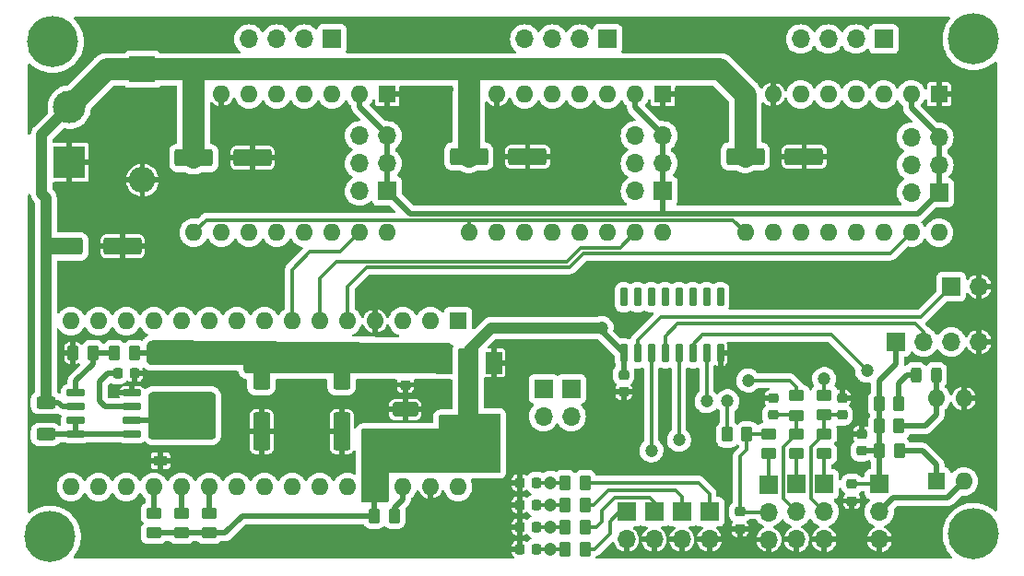
<source format=gbr>
%TF.GenerationSoftware,KiCad,Pcbnew,(6.0.0)*%
%TF.CreationDate,2022-01-02T13:01:26+02:00*%
%TF.ProjectId,shematic,7368656d-6174-4696-932e-6b696361645f,rev?*%
%TF.SameCoordinates,Original*%
%TF.FileFunction,Copper,L1,Top*%
%TF.FilePolarity,Positive*%
%FSLAX46Y46*%
G04 Gerber Fmt 4.6, Leading zero omitted, Abs format (unit mm)*
G04 Created by KiCad (PCBNEW (6.0.0)) date 2022-01-02 13:01:26*
%MOMM*%
%LPD*%
G01*
G04 APERTURE LIST*
G04 Aperture macros list*
%AMRoundRect*
0 Rectangle with rounded corners*
0 $1 Rounding radius*
0 $2 $3 $4 $5 $6 $7 $8 $9 X,Y pos of 4 corners*
0 Add a 4 corners polygon primitive as box body*
4,1,4,$2,$3,$4,$5,$6,$7,$8,$9,$2,$3,0*
0 Add four circle primitives for the rounded corners*
1,1,$1+$1,$2,$3*
1,1,$1+$1,$4,$5*
1,1,$1+$1,$6,$7*
1,1,$1+$1,$8,$9*
0 Add four rect primitives between the rounded corners*
20,1,$1+$1,$2,$3,$4,$5,0*
20,1,$1+$1,$4,$5,$6,$7,0*
20,1,$1+$1,$6,$7,$8,$9,0*
20,1,$1+$1,$8,$9,$2,$3,0*%
G04 Aperture macros list end*
%TA.AperFunction,SMDPad,CuDef*%
%ADD10RoundRect,0.225000X0.250000X-0.225000X0.250000X0.225000X-0.250000X0.225000X-0.250000X-0.225000X0*%
%TD*%
%TA.AperFunction,ComponentPad*%
%ADD11R,1.600000X1.600000*%
%TD*%
%TA.AperFunction,ComponentPad*%
%ADD12O,1.600000X1.600000*%
%TD*%
%TA.AperFunction,SMDPad,CuDef*%
%ADD13RoundRect,0.250000X-1.500000X-0.550000X1.500000X-0.550000X1.500000X0.550000X-1.500000X0.550000X0*%
%TD*%
%TA.AperFunction,SMDPad,CuDef*%
%ADD14RoundRect,0.225000X-0.225000X-0.250000X0.225000X-0.250000X0.225000X0.250000X-0.225000X0.250000X0*%
%TD*%
%TA.AperFunction,SMDPad,CuDef*%
%ADD15RoundRect,0.250000X-0.550000X1.500000X-0.550000X-1.500000X0.550000X-1.500000X0.550000X1.500000X0*%
%TD*%
%TA.AperFunction,SMDPad,CuDef*%
%ADD16RoundRect,0.225000X-0.250000X0.225000X-0.250000X-0.225000X0.250000X-0.225000X0.250000X0.225000X0*%
%TD*%
%TA.AperFunction,SMDPad,CuDef*%
%ADD17RoundRect,0.250000X0.925000X-0.412500X0.925000X0.412500X-0.925000X0.412500X-0.925000X-0.412500X0*%
%TD*%
%TA.AperFunction,SMDPad,CuDef*%
%ADD18RoundRect,0.225000X0.225000X0.250000X-0.225000X0.250000X-0.225000X-0.250000X0.225000X-0.250000X0*%
%TD*%
%TA.AperFunction,ComponentPad*%
%ADD19R,2.400000X2.400000*%
%TD*%
%TA.AperFunction,ComponentPad*%
%ADD20O,2.400000X2.400000*%
%TD*%
%TA.AperFunction,SMDPad,CuDef*%
%ADD21R,1.200000X0.900000*%
%TD*%
%TA.AperFunction,SMDPad,CuDef*%
%ADD22RoundRect,0.243750X0.243750X0.456250X-0.243750X0.456250X-0.243750X-0.456250X0.243750X-0.456250X0*%
%TD*%
%TA.AperFunction,ComponentPad*%
%ADD23R,3.000000X3.000000*%
%TD*%
%TA.AperFunction,ComponentPad*%
%ADD24C,3.000000*%
%TD*%
%TA.AperFunction,ComponentPad*%
%ADD25R,1.700000X1.700000*%
%TD*%
%TA.AperFunction,ComponentPad*%
%ADD26O,1.700000X1.700000*%
%TD*%
%TA.AperFunction,SMDPad,CuDef*%
%ADD27R,5.700000X1.600000*%
%TD*%
%TA.AperFunction,SMDPad,CuDef*%
%ADD28RoundRect,0.250000X0.625000X-0.312500X0.625000X0.312500X-0.625000X0.312500X-0.625000X-0.312500X0*%
%TD*%
%TA.AperFunction,SMDPad,CuDef*%
%ADD29RoundRect,0.250000X-0.262500X-0.450000X0.262500X-0.450000X0.262500X0.450000X-0.262500X0.450000X0*%
%TD*%
%TA.AperFunction,SMDPad,CuDef*%
%ADD30RoundRect,0.250000X0.262500X0.450000X-0.262500X0.450000X-0.262500X-0.450000X0.262500X-0.450000X0*%
%TD*%
%TA.AperFunction,SMDPad,CuDef*%
%ADD31RoundRect,0.250000X0.450000X-0.262500X0.450000X0.262500X-0.450000X0.262500X-0.450000X-0.262500X0*%
%TD*%
%TA.AperFunction,SMDPad,CuDef*%
%ADD32RoundRect,0.250000X-0.450000X0.262500X-0.450000X-0.262500X0.450000X-0.262500X0.450000X0.262500X0*%
%TD*%
%TA.AperFunction,SMDPad,CuDef*%
%ADD33RoundRect,0.150000X0.150000X-0.725000X0.150000X0.725000X-0.150000X0.725000X-0.150000X-0.725000X0*%
%TD*%
%TA.AperFunction,SMDPad,CuDef*%
%ADD34RoundRect,0.150000X0.725000X0.150000X-0.725000X0.150000X-0.725000X-0.150000X0.725000X-0.150000X0*%
%TD*%
%TA.AperFunction,SMDPad,CuDef*%
%ADD35R,1.500000X2.000000*%
%TD*%
%TA.AperFunction,SMDPad,CuDef*%
%ADD36R,3.800000X2.000000*%
%TD*%
%TA.AperFunction,ComponentPad*%
%ADD37C,4.700000*%
%TD*%
%TA.AperFunction,ViaPad*%
%ADD38C,1.200000*%
%TD*%
%TA.AperFunction,Conductor*%
%ADD39C,0.300000*%
%TD*%
%TA.AperFunction,Conductor*%
%ADD40C,0.500000*%
%TD*%
%TA.AperFunction,Conductor*%
%ADD41C,1.000000*%
%TD*%
%TA.AperFunction,Conductor*%
%ADD42C,2.000000*%
%TD*%
G04 APERTURE END LIST*
D10*
%TO.P,C3,1*%
%TO.N,GND*%
X85217000Y-64148000D03*
%TO.P,C3,2*%
%TO.N,+5V*%
X85217000Y-62598000D03*
%TD*%
D11*
%TO.P,A1,1,D1/TX*%
%TO.N,unconnected-(A1-Pad1)*%
X70000000Y-57658000D03*
D12*
%TO.P,A1,2,D0/RX*%
%TO.N,unconnected-(A1-Pad2)*%
X67460000Y-57658000D03*
%TO.P,A1,3,~{RESET}*%
%TO.N,unconnected-(A1-Pad3)*%
X64920000Y-57658000D03*
%TO.P,A1,4,GND*%
%TO.N,GND*%
X62380000Y-57658000D03*
%TO.P,A1,5,D2*%
%TO.N,/STEP_X*%
X59840000Y-57658000D03*
%TO.P,A1,6,D3*%
%TO.N,/STEP_Y*%
X57300000Y-57658000D03*
%TO.P,A1,7,D4*%
%TO.N,/STEP_Z*%
X54760000Y-57658000D03*
%TO.P,A1,8,D5*%
%TO.N,/DIR_X*%
X52220000Y-57658000D03*
%TO.P,A1,9,D6*%
%TO.N,/DIR_Y*%
X49680000Y-57658000D03*
%TO.P,A1,10,D7*%
%TO.N,/DIR_Z*%
X47140000Y-57658000D03*
%TO.P,A1,11,D8*%
%TO.N,/~{EN}*%
X44600000Y-57658000D03*
%TO.P,A1,12,D9*%
%TO.N,/LIM_X*%
X42060000Y-57658000D03*
%TO.P,A1,13,D10*%
%TO.N,/LIM_Y*%
X39520000Y-57658000D03*
%TO.P,A1,14,D11*%
%TO.N,Net-(A1-Pad14)*%
X36980000Y-57658000D03*
%TO.P,A1,15,D12*%
%TO.N,Net-(A1-Pad15)*%
X34440000Y-57658000D03*
%TO.P,A1,16,D13*%
%TO.N,/SP_DIR*%
X34440000Y-72898000D03*
%TO.P,A1,17,3V3*%
%TO.N,unconnected-(A1-Pad17)*%
X36980000Y-72898000D03*
%TO.P,A1,18,AREF*%
%TO.N,unconnected-(A1-Pad18)*%
X39520000Y-72898000D03*
%TO.P,A1,19,A0*%
%TO.N,/RESAB*%
X42060000Y-72898000D03*
%TO.P,A1,20,A1*%
%TO.N,/FHOLD*%
X44600000Y-72898000D03*
%TO.P,A1,21,A2*%
%TO.N,/SRESU*%
X47140000Y-72898000D03*
%TO.P,A1,22,A3*%
%TO.N,/COOL_EN*%
X49680000Y-72898000D03*
%TO.P,A1,23,A4*%
%TO.N,unconnected-(A1-Pad23)*%
X52220000Y-72898000D03*
%TO.P,A1,24,A5*%
%TO.N,/PROBE*%
X54760000Y-72898000D03*
%TO.P,A1,25,A6*%
%TO.N,unconnected-(A1-Pad25)*%
X57300000Y-72898000D03*
%TO.P,A1,26,A7*%
%TO.N,unconnected-(A1-Pad26)*%
X59840000Y-72898000D03*
%TO.P,A1,27,+5V*%
%TO.N,+5V*%
X62380000Y-72898000D03*
%TO.P,A1,28,~{RESET}*%
%TO.N,/ESTOP*%
X64920000Y-72898000D03*
%TO.P,A1,29,GND*%
%TO.N,GND*%
X67460000Y-72898000D03*
%TO.P,A1,30,VIN*%
%TO.N,unconnected-(A1-Pad30)*%
X70000000Y-72898000D03*
%TD*%
D11*
%TO.P,A2,1,GND*%
%TO.N,GND*%
X114173000Y-36830000D03*
D12*
%TO.P,A2,2,VDD*%
%TO.N,+5V*%
X111633000Y-36830000D03*
%TO.P,A2,3,1B*%
%TO.N,Net-(A2-Pad3)*%
X109093000Y-36830000D03*
%TO.P,A2,4,1A*%
%TO.N,Net-(A2-Pad4)*%
X106553000Y-36830000D03*
%TO.P,A2,5,2A*%
%TO.N,Net-(A2-Pad5)*%
X104013000Y-36830000D03*
%TO.P,A2,6,2B*%
%TO.N,Net-(A2-Pad6)*%
X101473000Y-36830000D03*
%TO.P,A2,7,GND*%
%TO.N,GND*%
X98933000Y-36830000D03*
%TO.P,A2,8,VMOT*%
%TO.N,VCC*%
X96393000Y-36830000D03*
%TO.P,A2,9,~{ENABLE}*%
%TO.N,/~{EN}*%
X96393000Y-49530000D03*
%TO.P,A2,10,MS1*%
%TO.N,Net-(A2-Pad10)*%
X98933000Y-49530000D03*
%TO.P,A2,11,MS2*%
%TO.N,Net-(A2-Pad11)*%
X101473000Y-49530000D03*
%TO.P,A2,12,MS3*%
%TO.N,Net-(A2-Pad12)*%
X104013000Y-49530000D03*
%TO.P,A2,13,~{RESET}*%
%TO.N,Net-(A2-Pad13)*%
X106553000Y-49530000D03*
%TO.P,A2,14,~{SLEEP}*%
X109093000Y-49530000D03*
%TO.P,A2,15,STEP*%
%TO.N,/STEP_X*%
X111633000Y-49530000D03*
%TO.P,A2,16,DIR*%
%TO.N,/DIR_X*%
X114173000Y-49530000D03*
%TD*%
D11*
%TO.P,A3,1,GND*%
%TO.N,GND*%
X88820000Y-36830000D03*
D12*
%TO.P,A3,2,VDD*%
%TO.N,+5V*%
X86280000Y-36830000D03*
%TO.P,A3,3,1B*%
%TO.N,Net-(A3-Pad3)*%
X83740000Y-36830000D03*
%TO.P,A3,4,1A*%
%TO.N,Net-(A3-Pad4)*%
X81200000Y-36830000D03*
%TO.P,A3,5,2A*%
%TO.N,Net-(A3-Pad5)*%
X78660000Y-36830000D03*
%TO.P,A3,6,2B*%
%TO.N,Net-(A3-Pad6)*%
X76120000Y-36830000D03*
%TO.P,A3,7,GND*%
%TO.N,GND*%
X73580000Y-36830000D03*
%TO.P,A3,8,VMOT*%
%TO.N,VCC*%
X71040000Y-36830000D03*
%TO.P,A3,9,~{ENABLE}*%
%TO.N,/~{EN}*%
X71040000Y-49530000D03*
%TO.P,A3,10,MS1*%
%TO.N,Net-(A3-Pad10)*%
X73580000Y-49530000D03*
%TO.P,A3,11,MS2*%
%TO.N,Net-(A3-Pad11)*%
X76120000Y-49530000D03*
%TO.P,A3,12,MS3*%
%TO.N,Net-(A3-Pad12)*%
X78660000Y-49530000D03*
%TO.P,A3,13,~{RESET}*%
%TO.N,Net-(A3-Pad13)*%
X81200000Y-49530000D03*
%TO.P,A3,14,~{SLEEP}*%
X83740000Y-49530000D03*
%TO.P,A3,15,STEP*%
%TO.N,/STEP_Y*%
X86280000Y-49530000D03*
%TO.P,A3,16,DIR*%
%TO.N,/DIR_Y*%
X88820000Y-49530000D03*
%TD*%
D11*
%TO.P,A4,1,GND*%
%TO.N,GND*%
X63500000Y-36830000D03*
D12*
%TO.P,A4,2,VDD*%
%TO.N,+5V*%
X60960000Y-36830000D03*
%TO.P,A4,3,1B*%
%TO.N,Net-(A4-Pad3)*%
X58420000Y-36830000D03*
%TO.P,A4,4,1A*%
%TO.N,Net-(A4-Pad4)*%
X55880000Y-36830000D03*
%TO.P,A4,5,2A*%
%TO.N,Net-(A4-Pad5)*%
X53340000Y-36830000D03*
%TO.P,A4,6,2B*%
%TO.N,Net-(A4-Pad6)*%
X50800000Y-36830000D03*
%TO.P,A4,7,GND*%
%TO.N,GND*%
X48260000Y-36830000D03*
%TO.P,A4,8,VMOT*%
%TO.N,VCC*%
X45720000Y-36830000D03*
%TO.P,A4,9,~{ENABLE}*%
%TO.N,/~{EN}*%
X45720000Y-49530000D03*
%TO.P,A4,10,MS1*%
%TO.N,Net-(A4-Pad10)*%
X48260000Y-49530000D03*
%TO.P,A4,11,MS2*%
%TO.N,Net-(A4-Pad11)*%
X50800000Y-49530000D03*
%TO.P,A4,12,MS3*%
%TO.N,Net-(A4-Pad12)*%
X53340000Y-49530000D03*
%TO.P,A4,13,~{RESET}*%
%TO.N,Net-(A4-Pad13)*%
X55880000Y-49530000D03*
%TO.P,A4,14,~{SLEEP}*%
X58420000Y-49530000D03*
%TO.P,A4,15,STEP*%
%TO.N,/STEP_Z*%
X60960000Y-49530000D03*
%TO.P,A4,16,DIR*%
%TO.N,/DIR_Z*%
X63500000Y-49530000D03*
%TD*%
D13*
%TO.P,C1,1*%
%TO.N,VCC*%
X33782000Y-50800000D03*
%TO.P,C1,2*%
%TO.N,GND*%
X39182000Y-50800000D03*
%TD*%
D14*
%TO.P,C2,1*%
%TO.N,Net-(C2-Pad1)*%
X38722000Y-62484000D03*
%TO.P,C2,2*%
%TO.N,GND*%
X40272000Y-62484000D03*
%TD*%
D15*
%TO.P,C4,1*%
%TO.N,+10V*%
X51943000Y-62218000D03*
%TO.P,C4,2*%
%TO.N,GND*%
X51943000Y-67818000D03*
%TD*%
D16*
%TO.P,C5,1*%
%TO.N,+10V*%
X65151000Y-61963000D03*
%TO.P,C5,2*%
%TO.N,GND*%
X65151000Y-63513000D03*
%TD*%
D10*
%TO.P,C6,1*%
%TO.N,+5V*%
X107061000Y-69596000D03*
%TO.P,C6,2*%
%TO.N,GND*%
X107061000Y-68046000D03*
%TD*%
%TO.P,C10,2*%
%TO.N,GND*%
X105283000Y-64744000D03*
%TO.P,C10,1*%
%TO.N,Net-(C10-Pad1)*%
X105283000Y-66294000D03*
%TD*%
%TO.P,C11,1*%
%TO.N,Net-(C11-Pad1)*%
X98933000Y-66294000D03*
%TO.P,C11,2*%
%TO.N,GND*%
X98933000Y-64744000D03*
%TD*%
D16*
%TO.P,C12,1*%
%TO.N,Net-(C12-Pad1)*%
X95885000Y-75184000D03*
%TO.P,C12,2*%
%TO.N,GND*%
X95885000Y-76734000D03*
%TD*%
D17*
%TO.P,C13,1*%
%TO.N,+5V*%
X65151000Y-68861000D03*
%TO.P,C13,2*%
%TO.N,GND*%
X65151000Y-65786000D03*
%TD*%
D18*
%TO.P,C14,1*%
%TO.N,/ESTOP*%
X77216000Y-72517000D03*
%TO.P,C14,2*%
%TO.N,GND*%
X75666000Y-72517000D03*
%TD*%
%TO.P,C15,1*%
%TO.N,/FHOLD*%
X77216000Y-76581000D03*
%TO.P,C15,2*%
%TO.N,GND*%
X75666000Y-76581000D03*
%TD*%
%TO.P,C16,1*%
%TO.N,/SRESU*%
X77216000Y-74549000D03*
%TO.P,C16,2*%
%TO.N,GND*%
X75666000Y-74549000D03*
%TD*%
%TO.P,C17,1*%
%TO.N,/RESAB*%
X77216000Y-78613000D03*
%TO.P,C17,2*%
%TO.N,GND*%
X75666000Y-78613000D03*
%TD*%
D16*
%TO.P,C18,1*%
%TO.N,+5V*%
X106172000Y-72631000D03*
%TO.P,C18,2*%
%TO.N,GND*%
X106172000Y-74181000D03*
%TD*%
D19*
%TO.P,D1,1,A1*%
%TO.N,VCC*%
X41000000Y-34544000D03*
D20*
%TO.P,D1,2,A2*%
%TO.N,GND*%
X41000000Y-44704000D03*
%TD*%
D21*
%TO.P,D2,1,K*%
%TO.N,Net-(D2-Pad1)*%
X42672000Y-67183000D03*
%TO.P,D2,2,A*%
%TO.N,GND*%
X42672000Y-70483000D03*
%TD*%
D22*
%TO.P,D4,1,K*%
%TO.N,/PROBE*%
X113919000Y-62611000D03*
%TO.P,D4,2,A*%
%TO.N,Net-(D4-Pad2)*%
X112044000Y-62611000D03*
%TD*%
D23*
%TO.P,J1,1,Pin_1*%
%TO.N,GND*%
X34290000Y-43080000D03*
D24*
%TO.P,J1,2,Pin_2*%
%TO.N,VCC*%
X34290000Y-38000000D03*
%TD*%
D25*
%TO.P,J2,1,Pin_1*%
%TO.N,Net-(J2-Pad1)*%
X115316000Y-54483000D03*
D26*
%TO.P,J2,2,Pin_2*%
%TO.N,GND*%
X117856000Y-54483000D03*
%TD*%
D25*
%TO.P,J3,1,Pin_1*%
%TO.N,+5V*%
X110236000Y-59563000D03*
D26*
%TO.P,J3,2,Pin_2*%
%TO.N,Net-(J3-Pad2)*%
X112776000Y-59563000D03*
%TO.P,J3,3,Pin_3*%
%TO.N,Net-(J3-Pad3)*%
X115316000Y-59563000D03*
%TO.P,J3,4,Pin_4*%
%TO.N,GND*%
X117856000Y-59563000D03*
%TD*%
D25*
%TO.P,J4,1,Pin_1*%
%TO.N,+5V*%
X108712000Y-72644000D03*
D26*
%TO.P,J4,2,Pin_2*%
%TO.N,Net-(J4-Pad2)*%
X108712000Y-75184000D03*
%TO.P,J4,3,Pin_3*%
%TO.N,GND*%
X108712000Y-77724000D03*
%TD*%
D25*
%TO.P,J5,1,Pin_1*%
%TO.N,+5V*%
X103632000Y-72644000D03*
D26*
%TO.P,J5,2,Pin_2*%
%TO.N,Net-(C10-Pad1)*%
X103632000Y-75184000D03*
%TO.P,J5,3,Pin_3*%
%TO.N,GND*%
X103632000Y-77724000D03*
%TD*%
D25*
%TO.P,J6,1,Pin_1*%
%TO.N,+5V*%
X101092000Y-72644000D03*
D26*
%TO.P,J6,2,Pin_2*%
%TO.N,Net-(C11-Pad1)*%
X101092000Y-75184000D03*
%TO.P,J6,3,Pin_3*%
%TO.N,GND*%
X101092000Y-77724000D03*
%TD*%
D25*
%TO.P,J7,1,Pin_1*%
%TO.N,+5V*%
X98552000Y-72659000D03*
D26*
%TO.P,J7,2,Pin_2*%
%TO.N,Net-(C12-Pad1)*%
X98552000Y-75199000D03*
%TO.P,J7,3,Pin_3*%
%TO.N,GND*%
X98552000Y-77739000D03*
%TD*%
D25*
%TO.P,J8,1,Pin_1*%
%TO.N,Net-(J8-Pad1)*%
X93091000Y-75184000D03*
D26*
%TO.P,J8,2,Pin_2*%
%TO.N,GND*%
X93091000Y-77724000D03*
%TD*%
D25*
%TO.P,J9,1,Pin_1*%
%TO.N,Net-(J9-Pad1)*%
X88011000Y-75184000D03*
D26*
%TO.P,J9,2,Pin_2*%
%TO.N,GND*%
X88011000Y-77724000D03*
%TD*%
D25*
%TO.P,J10,1,Pin_1*%
%TO.N,Net-(J10-Pad1)*%
X90551000Y-75184000D03*
D26*
%TO.P,J10,2,Pin_2*%
%TO.N,GND*%
X90551000Y-77724000D03*
%TD*%
D25*
%TO.P,J11,1,Pin_1*%
%TO.N,Net-(J11-Pad1)*%
X85471000Y-75194000D03*
D26*
%TO.P,J11,2,Pin_2*%
%TO.N,GND*%
X85471000Y-77734000D03*
%TD*%
D25*
%TO.P,J12,1,Pin_1*%
%TO.N,+5V*%
X114173000Y-45847000D03*
D26*
%TO.P,J12,2,Pin_2*%
%TO.N,Net-(A2-Pad12)*%
X111633000Y-45847000D03*
%TO.P,J12,3,Pin_3*%
%TO.N,+5V*%
X114173000Y-43307000D03*
%TO.P,J12,4,Pin_4*%
%TO.N,Net-(A2-Pad11)*%
X111633000Y-43307000D03*
%TO.P,J12,5,Pin_5*%
%TO.N,+5V*%
X114173000Y-40767000D03*
%TO.P,J12,6,Pin_6*%
%TO.N,Net-(A2-Pad10)*%
X111633000Y-40767000D03*
%TD*%
D25*
%TO.P,J13,1,Pin_1*%
%TO.N,+5V*%
X88820000Y-45720000D03*
D26*
%TO.P,J13,2,Pin_2*%
%TO.N,Net-(A3-Pad12)*%
X86280000Y-45720000D03*
%TO.P,J13,3,Pin_3*%
%TO.N,+5V*%
X88820000Y-43180000D03*
%TO.P,J13,4,Pin_4*%
%TO.N,Net-(A3-Pad11)*%
X86280000Y-43180000D03*
%TO.P,J13,5,Pin_5*%
%TO.N,+5V*%
X88820000Y-40640000D03*
%TO.P,J13,6,Pin_6*%
%TO.N,Net-(A3-Pad10)*%
X86280000Y-40640000D03*
%TD*%
D25*
%TO.P,J14,1,Pin_1*%
%TO.N,+5V*%
X63500000Y-45720000D03*
D26*
%TO.P,J14,2,Pin_2*%
%TO.N,Net-(A4-Pad12)*%
X60960000Y-45720000D03*
%TO.P,J14,3,Pin_3*%
%TO.N,+5V*%
X63500000Y-43180000D03*
%TO.P,J14,4,Pin_4*%
%TO.N,Net-(A4-Pad11)*%
X60960000Y-43180000D03*
%TO.P,J14,5,Pin_5*%
%TO.N,+5V*%
X63500000Y-40640000D03*
%TO.P,J14,6,Pin_6*%
%TO.N,Net-(A4-Pad10)*%
X60960000Y-40640000D03*
%TD*%
D25*
%TO.P,J15,1,Pin_1*%
%TO.N,Net-(A2-Pad3)*%
X109093000Y-31750000D03*
D26*
%TO.P,J15,2,Pin_2*%
%TO.N,Net-(A2-Pad4)*%
X106553000Y-31750000D03*
%TO.P,J15,3,Pin_3*%
%TO.N,Net-(A2-Pad5)*%
X104013000Y-31750000D03*
%TO.P,J15,4,Pin_4*%
%TO.N,Net-(A2-Pad6)*%
X101473000Y-31750000D03*
%TD*%
D25*
%TO.P,J16,1,Pin_1*%
%TO.N,Net-(A3-Pad3)*%
X83740000Y-31750000D03*
D26*
%TO.P,J16,2,Pin_2*%
%TO.N,Net-(A3-Pad4)*%
X81200000Y-31750000D03*
%TO.P,J16,3,Pin_3*%
%TO.N,Net-(A3-Pad5)*%
X78660000Y-31750000D03*
%TO.P,J16,4,Pin_4*%
%TO.N,Net-(A3-Pad6)*%
X76120000Y-31750000D03*
%TD*%
D25*
%TO.P,J17,1,Pin_1*%
%TO.N,Net-(A4-Pad3)*%
X58420000Y-31750000D03*
D26*
%TO.P,J17,2,Pin_2*%
%TO.N,Net-(A4-Pad4)*%
X55880000Y-31750000D03*
%TO.P,J17,3,Pin_3*%
%TO.N,Net-(A4-Pad5)*%
X53340000Y-31750000D03*
%TO.P,J17,4,Pin_4*%
%TO.N,Net-(A4-Pad6)*%
X50800000Y-31750000D03*
%TD*%
D25*
%TO.P,JP1,1,1*%
%TO.N,/LIM_Z*%
X80391000Y-63881000D03*
D26*
%TO.P,JP1,2,2*%
%TO.N,Net-(A1-Pad15)*%
X80391000Y-66421000D03*
%TD*%
D25*
%TO.P,JP2,1,1*%
%TO.N,Net-(A1-Pad14)*%
X77851000Y-63881000D03*
D26*
%TO.P,JP2,2,2*%
%TO.N,/SP_PWM*%
X77851000Y-66421000D03*
%TD*%
D27*
%TO.P,L1,1,1*%
%TO.N,Net-(D2-Pad1)*%
X44577000Y-65279000D03*
%TO.P,L1,2,2*%
%TO.N,+10V*%
X44577000Y-60579000D03*
%TD*%
D28*
%TO.P,R1,1*%
%TO.N,Net-(R1-Pad1)*%
X32131000Y-68076000D03*
%TO.P,R1,2*%
%TO.N,VCC*%
X32131000Y-65151000D03*
%TD*%
D29*
%TO.P,R2,1*%
%TO.N,GND*%
X34624000Y-60579000D03*
%TO.P,R2,2*%
%TO.N,Net-(R2-Pad2)*%
X36449000Y-60579000D03*
%TD*%
D30*
%TO.P,R3,1*%
%TO.N,+10V*%
X40259000Y-60579000D03*
%TO.P,R3,2*%
%TO.N,Net-(R2-Pad2)*%
X38434000Y-60579000D03*
%TD*%
D29*
%TO.P,R5,1*%
%TO.N,+5V*%
X108712000Y-69596000D03*
%TO.P,R5,2*%
%TO.N,Net-(R5-Pad2)*%
X110537000Y-69596000D03*
%TD*%
D31*
%TO.P,R6,1*%
%TO.N,+5V*%
X103632000Y-69850000D03*
%TO.P,R6,2*%
%TO.N,Net-(C10-Pad1)*%
X103632000Y-68025000D03*
%TD*%
%TO.P,R7,1*%
%TO.N,+5V*%
X101092000Y-69850000D03*
%TO.P,R7,2*%
%TO.N,Net-(C11-Pad1)*%
X101092000Y-68025000D03*
%TD*%
%TO.P,R8,1*%
%TO.N,+5V*%
X98552000Y-69850000D03*
%TO.P,R8,2*%
%TO.N,Net-(C12-Pad1)*%
X98552000Y-68025000D03*
%TD*%
D32*
%TO.P,R9,1*%
%TO.N,/LIM_X*%
X103632000Y-64469000D03*
%TO.P,R9,2*%
%TO.N,Net-(C10-Pad1)*%
X103632000Y-66294000D03*
%TD*%
%TO.P,R10,1*%
%TO.N,/LIM_Y*%
X101092000Y-64492500D03*
%TO.P,R10,2*%
%TO.N,Net-(C11-Pad1)*%
X101092000Y-66317500D03*
%TD*%
D29*
%TO.P,R11,1*%
%TO.N,/LIM_Z*%
X94718500Y-68072000D03*
%TO.P,R11,2*%
%TO.N,Net-(C12-Pad1)*%
X96543500Y-68072000D03*
%TD*%
%TO.P,R12,1*%
%TO.N,+5V*%
X108688500Y-67310000D03*
%TO.P,R12,2*%
%TO.N,/PROBE*%
X110513500Y-67310000D03*
%TD*%
%TO.P,R13,1*%
%TO.N,+5V*%
X108665000Y-65278000D03*
%TO.P,R13,2*%
%TO.N,Net-(D4-Pad2)*%
X110490000Y-65278000D03*
%TD*%
%TO.P,R14,1*%
%TO.N,/ESTOP*%
X79836000Y-72517000D03*
%TO.P,R14,2*%
%TO.N,Net-(J8-Pad1)*%
X81661000Y-72517000D03*
%TD*%
%TO.P,R15,1*%
%TO.N,/FHOLD*%
X79836000Y-76581000D03*
%TO.P,R15,2*%
%TO.N,Net-(J9-Pad1)*%
X81661000Y-76581000D03*
%TD*%
%TO.P,R16,1*%
%TO.N,/SRESU*%
X79836000Y-74549000D03*
%TO.P,R16,2*%
%TO.N,Net-(J10-Pad1)*%
X81661000Y-74549000D03*
%TD*%
%TO.P,R17,1*%
%TO.N,/RESAB*%
X79836000Y-78613000D03*
%TO.P,R17,2*%
%TO.N,Net-(J11-Pad1)*%
X81661000Y-78613000D03*
%TD*%
%TO.P,R18,1*%
%TO.N,+5V*%
X62310000Y-75565000D03*
%TO.P,R18,2*%
%TO.N,/ESTOP*%
X64135000Y-75565000D03*
%TD*%
D31*
%TO.P,R19,1*%
%TO.N,+5V*%
X44577000Y-77136000D03*
%TO.P,R19,2*%
%TO.N,/FHOLD*%
X44577000Y-75311000D03*
%TD*%
%TO.P,R20,1*%
%TO.N,+5V*%
X47117000Y-77136000D03*
%TO.P,R20,2*%
%TO.N,/SRESU*%
X47117000Y-75311000D03*
%TD*%
%TO.P,R21,1*%
%TO.N,+5V*%
X42037000Y-77136000D03*
%TO.P,R21,2*%
%TO.N,/RESAB*%
X42037000Y-75311000D03*
%TD*%
D33*
%TO.P,U1,1,VCC*%
%TO.N,+5V*%
X85217000Y-60614000D03*
%TO.P,U1,2*%
%TO.N,Net-(J2-Pad1)*%
X86487000Y-60614000D03*
%TO.P,U1,3*%
%TO.N,/COOL_EN*%
X87757000Y-60614000D03*
%TO.P,U1,4*%
%TO.N,Net-(J3-Pad2)*%
X89027000Y-60614000D03*
%TO.P,U1,5*%
%TO.N,/SP_DIR*%
X90297000Y-60614000D03*
%TO.P,U1,6*%
%TO.N,Net-(J3-Pad3)*%
X91567000Y-60614000D03*
%TO.P,U1,7*%
%TO.N,/SP_PWM*%
X92837000Y-60614000D03*
%TO.P,U1,8,VSS*%
%TO.N,GND*%
X94107000Y-60614000D03*
%TO.P,U1,9*%
%TO.N,N/C*%
X94107000Y-55464000D03*
%TO.P,U1,10*%
X92837000Y-55464000D03*
%TO.P,U1,11*%
X91567000Y-55464000D03*
%TO.P,U1,12*%
X90297000Y-55464000D03*
%TO.P,U1,13*%
X89027000Y-55464000D03*
%TO.P,U1,14*%
X87757000Y-55464000D03*
%TO.P,U1,15*%
X86487000Y-55464000D03*
%TO.P,U1,16*%
X85217000Y-55464000D03*
%TD*%
D34*
%TO.P,U2,1,SwC*%
%TO.N,Net-(R1-Pad1)*%
X40040000Y-68072000D03*
%TO.P,U2,2,SwE*%
%TO.N,Net-(D2-Pad1)*%
X40040000Y-66802000D03*
%TO.P,U2,3,TC*%
%TO.N,Net-(C2-Pad1)*%
X40040000Y-65532000D03*
%TO.P,U2,4,GND*%
%TO.N,GND*%
X40040000Y-64262000D03*
%TO.P,U2,5,Vfb*%
%TO.N,Net-(R2-Pad2)*%
X34890000Y-64262000D03*
%TO.P,U2,6,Vin*%
%TO.N,VCC*%
X34890000Y-65532000D03*
%TO.P,U2,7,Ipk*%
%TO.N,Net-(R1-Pad1)*%
X34890000Y-66802000D03*
%TO.P,U2,8,DC*%
X34890000Y-68072000D03*
%TD*%
D35*
%TO.P,U3,1,GND*%
%TO.N,GND*%
X73293000Y-61493000D03*
D36*
%TO.P,U3,2,VO*%
%TO.N,+5V*%
X70993000Y-67793000D03*
D35*
X70993000Y-61493000D03*
%TO.P,U3,3,VI*%
%TO.N,+10V*%
X68693000Y-61493000D03*
%TD*%
D11*
%TO.P,U4,1*%
%TO.N,Net-(R5-Pad2)*%
X113919000Y-72390000D03*
D12*
%TO.P,U4,2*%
%TO.N,Net-(J4-Pad2)*%
X116459000Y-72390000D03*
%TO.P,U4,3*%
%TO.N,GND*%
X116459000Y-64770000D03*
%TO.P,U4,4*%
%TO.N,/PROBE*%
X113919000Y-64770000D03*
%TD*%
D37*
%TO.P,REF\u002A\u002A,1*%
%TO.N,N/C*%
X32766000Y-32004000D03*
%TD*%
D13*
%TO.P,C23,1*%
%TO.N,VCC*%
X70993000Y-42545000D03*
%TO.P,C23,2*%
%TO.N,GND*%
X76393000Y-42545000D03*
%TD*%
%TO.P,C24,1*%
%TO.N,VCC*%
X96393000Y-42545000D03*
%TO.P,C24,2*%
%TO.N,GND*%
X101793000Y-42545000D03*
%TD*%
D37*
%TO.P,,1*%
%TO.N,N/C*%
X117348000Y-77216000D03*
%TD*%
%TO.P,,1*%
%TO.N,N/C*%
X117348000Y-31750000D03*
%TD*%
D13*
%TO.P,C21,1*%
%TO.N,VCC*%
X45720000Y-42672000D03*
%TO.P,C21,2*%
%TO.N,GND*%
X51120000Y-42672000D03*
%TD*%
D15*
%TO.P,C22,1*%
%TO.N,+10V*%
X59309000Y-62218000D03*
%TO.P,C22,2*%
%TO.N,GND*%
X59309000Y-67818000D03*
%TD*%
D37*
%TO.P,,1*%
%TO.N,N/C*%
X32512000Y-77470000D03*
%TD*%
D38*
%TO.N,/RESAB*%
X78486000Y-78613000D03*
%TO.N,/FHOLD*%
X78486000Y-76581000D03*
%TO.N,/SRESU*%
X78486000Y-74549000D03*
%TO.N,/ESTOP*%
X78486000Y-72517000D03*
%TO.N,/SP_DIR*%
X90297000Y-68580000D03*
%TO.N,GND*%
X32004000Y-71374000D03*
X33528000Y-69977000D03*
X42164000Y-50038000D03*
X107061000Y-66294000D03*
X118364000Y-38735000D03*
X113284000Y-76708000D03*
X32004000Y-69977000D03*
X33782000Y-62103000D03*
X116840000Y-40259000D03*
X118364000Y-37211000D03*
X111760000Y-76708000D03*
X118364000Y-41783000D03*
X116840000Y-41783000D03*
X42164000Y-51816000D03*
X118364000Y-40259000D03*
X32004000Y-72771000D03*
X35052000Y-69977000D03*
X116840000Y-37211000D03*
X113284000Y-78359000D03*
X111760000Y-78359000D03*
X116840000Y-38735000D03*
%TO.N,/LIM_Y*%
X96647000Y-63119000D03*
%TO.N,/LIM_X*%
X103632000Y-62992000D03*
%TO.N,+5V*%
X83185000Y-58293000D03*
%TO.N,/COOL_EN*%
X87757000Y-69535500D03*
%TO.N,Net-(J3-Pad3)*%
X107569000Y-62230000D03*
%TO.N,/LIM_Z*%
X94742000Y-65024000D03*
%TO.N,/SP_PWM*%
X92837000Y-65024000D03*
%TD*%
D39*
%TO.N,/LIM_X*%
X103632000Y-62992000D02*
X103632000Y-64469000D01*
D40*
%TO.N,Net-(J4-Pad2)*%
X114935000Y-73914000D02*
X116459000Y-72390000D01*
X109982000Y-73914000D02*
X114935000Y-73914000D01*
X108712000Y-75184000D02*
X109982000Y-73914000D01*
D41*
%TO.N,+5V*%
X73025000Y-58293000D02*
X70993000Y-60325000D01*
X83185000Y-58293000D02*
X73025000Y-58293000D01*
X70993000Y-60325000D02*
X70993000Y-61493000D01*
D40*
X83185000Y-58582000D02*
X85217000Y-60614000D01*
X83185000Y-58293000D02*
X83185000Y-58582000D01*
D39*
%TO.N,/STEP_X*%
X61595000Y-52705000D02*
X80264000Y-52705000D01*
X80264000Y-52705000D02*
X81534000Y-51435000D01*
X81534000Y-51435000D02*
X109728000Y-51435000D01*
X109728000Y-51435000D02*
X111633000Y-49530000D01*
X59840000Y-54460000D02*
X61595000Y-52705000D01*
X59840000Y-57658000D02*
X59840000Y-54460000D01*
%TO.N,/STEP_Y*%
X81280000Y-50927000D02*
X84883000Y-50927000D01*
X84883000Y-50927000D02*
X86280000Y-49530000D01*
X58801000Y-52197000D02*
X80010000Y-52197000D01*
X80010000Y-52197000D02*
X81280000Y-50927000D01*
X57300000Y-57658000D02*
X57300000Y-53698000D01*
X57300000Y-53698000D02*
X58801000Y-52197000D01*
%TO.N,/LIM_Z*%
X94718500Y-65047500D02*
X94718500Y-68072000D01*
X94742000Y-65024000D02*
X94718500Y-65047500D01*
%TO.N,/SP_DIR*%
X90297000Y-68580000D02*
X90297000Y-60614000D01*
D40*
%TO.N,+5V*%
X63500000Y-40513000D02*
X63500000Y-40640000D01*
X60960000Y-37973000D02*
X63500000Y-40513000D01*
X60960000Y-36830000D02*
X60960000Y-37973000D01*
X111633000Y-38100000D02*
X111633000Y-36830000D01*
X114173000Y-40767000D02*
X114173000Y-40640000D01*
X114173000Y-40640000D02*
X111633000Y-38100000D01*
X86280000Y-38020000D02*
X86280000Y-36830000D01*
X88820000Y-40560000D02*
X86280000Y-38020000D01*
X88820000Y-40640000D02*
X88820000Y-40560000D01*
X88820000Y-45720000D02*
X88820000Y-40640000D01*
X88820000Y-45720000D02*
X88820000Y-47545000D01*
X89055969Y-47780969D02*
X112239031Y-47780969D01*
X65560969Y-47780969D02*
X89055969Y-47780969D01*
X112239031Y-47780969D02*
X114173000Y-45847000D01*
X63500000Y-45720000D02*
X65560969Y-47780969D01*
D39*
%TO.N,/~{EN}*%
X71040000Y-48467000D02*
X71126511Y-48380489D01*
X71040000Y-49530000D02*
X71040000Y-48467000D01*
X71126511Y-48380489D02*
X95243489Y-48380489D01*
X46869511Y-48380489D02*
X71126511Y-48380489D01*
X95243489Y-48380489D02*
X96393000Y-49530000D01*
X45720000Y-49530000D02*
X46869511Y-48380489D01*
D40*
%TO.N,+5V*%
X114173000Y-40767000D02*
X114173000Y-45847000D01*
X63500000Y-40640000D02*
X63500000Y-45720000D01*
D39*
%TO.N,/RESAB*%
X77597000Y-78613000D02*
X79836000Y-78613000D01*
%TO.N,/FHOLD*%
X78486000Y-76581000D02*
X77597000Y-76581000D01*
X79836000Y-76581000D02*
X78486000Y-76581000D01*
%TO.N,/SRESU*%
X78486000Y-74549000D02*
X79836000Y-74549000D01*
X77610000Y-74549000D02*
X78486000Y-74549000D01*
%TO.N,/ESTOP*%
X78486000Y-72517000D02*
X77597000Y-72517000D01*
X79836000Y-72517000D02*
X78486000Y-72517000D01*
%TO.N,Net-(J11-Pad1)*%
X84826000Y-75194000D02*
X85471000Y-75194000D01*
X83947000Y-76073000D02*
X84826000Y-75194000D01*
X83947000Y-77216000D02*
X83947000Y-76073000D01*
X82550000Y-78613000D02*
X83947000Y-77216000D01*
X81661000Y-78613000D02*
X82550000Y-78613000D01*
%TO.N,Net-(J10-Pad1)*%
X89958969Y-73194969D02*
X90551000Y-73787000D01*
X83777031Y-73194969D02*
X89958969Y-73194969D01*
X90551000Y-73787000D02*
X90551000Y-75184000D01*
X82423000Y-74549000D02*
X83777031Y-73194969D01*
X81661000Y-74549000D02*
X82423000Y-74549000D01*
%TO.N,Net-(J9-Pad1)*%
X87610489Y-73894489D02*
X88011000Y-74295000D01*
X83185000Y-75080978D02*
X84371489Y-73894489D01*
X84371489Y-73894489D02*
X87610489Y-73894489D01*
X83185000Y-76073000D02*
X83185000Y-75080978D01*
X82677000Y-76581000D02*
X83185000Y-76073000D01*
X88011000Y-74295000D02*
X88011000Y-75184000D01*
X81661000Y-76581000D02*
X82677000Y-76581000D01*
%TO.N,Net-(J8-Pad1)*%
X92075000Y-72517000D02*
X81661000Y-72517000D01*
X93091000Y-73533000D02*
X92075000Y-72517000D01*
X93091000Y-75184000D02*
X93091000Y-73533000D01*
%TO.N,Net-(C10-Pad1)*%
X105283000Y-66294000D02*
X103632000Y-66294000D01*
D41*
%TO.N,VCC*%
X31750000Y-40540000D02*
X34290000Y-38000000D01*
X32131000Y-46355000D02*
X31750000Y-45974000D01*
X32131000Y-65151000D02*
X32131000Y-46355000D01*
X31750000Y-45974000D02*
X31750000Y-40540000D01*
D40*
%TO.N,+5V*%
X85217000Y-62598000D02*
X85217000Y-60614000D01*
D39*
%TO.N,/LIM_Y*%
X101092000Y-63754000D02*
X101092000Y-64492500D01*
X96647000Y-63119000D02*
X100457000Y-63119000D01*
X100457000Y-63119000D02*
X101092000Y-63754000D01*
D40*
%TO.N,/ESTOP*%
X64135000Y-74803000D02*
X64920000Y-74018000D01*
X64920000Y-74018000D02*
X64920000Y-72898000D01*
X64135000Y-75565000D02*
X64135000Y-74803000D01*
D39*
%TO.N,+5V*%
X98552000Y-72644000D02*
X98552000Y-69850000D01*
D40*
X108665000Y-65278000D02*
X108665000Y-63166000D01*
D39*
X101092000Y-72644000D02*
X101092000Y-69850000D01*
D40*
X62310000Y-75565000D02*
X62310000Y-72968000D01*
X111633000Y-36863000D02*
X111600000Y-36830000D01*
X108665000Y-63166000D02*
X110236000Y-61595000D01*
X50165000Y-75565000D02*
X48594000Y-77136000D01*
X108665000Y-67286500D02*
X108688500Y-67310000D01*
X108665000Y-65278000D02*
X108665000Y-67286500D01*
X110236000Y-61595000D02*
X110236000Y-59563000D01*
X48594000Y-77136000D02*
X47117000Y-77136000D01*
X62310000Y-75565000D02*
X50165000Y-75565000D01*
X107061000Y-69596000D02*
X108712000Y-69596000D01*
X108712000Y-72644000D02*
X108712000Y-69596000D01*
D39*
X103632000Y-72644000D02*
X103632000Y-69850000D01*
D40*
X62310000Y-72968000D02*
X62380000Y-72898000D01*
X108688500Y-69572500D02*
X108712000Y-69596000D01*
X108688500Y-67310000D02*
X108688500Y-69572500D01*
X42037000Y-77136000D02*
X44577000Y-77136000D01*
X44577000Y-77136000D02*
X47117000Y-77136000D01*
D39*
X106172000Y-72631000D02*
X108699000Y-72631000D01*
X108699000Y-72631000D02*
X108712000Y-72644000D01*
D40*
%TO.N,/PROBE*%
X112903000Y-67310000D02*
X113919000Y-66294000D01*
X113919000Y-64770000D02*
X113919000Y-62611000D01*
X110513500Y-67310000D02*
X112903000Y-67310000D01*
X113919000Y-66294000D02*
X113919000Y-64770000D01*
D39*
%TO.N,/STEP_Z*%
X54760000Y-57658000D02*
X54760000Y-52936000D01*
X59182000Y-51308000D02*
X60960000Y-49530000D01*
X56388000Y-51308000D02*
X59182000Y-51308000D01*
X54760000Y-52936000D02*
X56388000Y-51308000D01*
%TO.N,/COOL_EN*%
X87757000Y-69535500D02*
X87757000Y-60614000D01*
D40*
%TO.N,/SRESU*%
X47117000Y-75311000D02*
X47117000Y-72921000D01*
X47117000Y-72921000D02*
X47140000Y-72898000D01*
%TO.N,/FHOLD*%
X44577000Y-72921000D02*
X44600000Y-72898000D01*
X44577000Y-75311000D02*
X44577000Y-72921000D01*
%TO.N,/RESAB*%
X42037000Y-72921000D02*
X42060000Y-72898000D01*
X42037000Y-75311000D02*
X42037000Y-72921000D01*
D42*
%TO.N,VCC*%
X45720000Y-42672000D02*
X45720000Y-36830000D01*
X70993000Y-36877000D02*
X71040000Y-36830000D01*
X37719000Y-34544000D02*
X41000000Y-34544000D01*
X34290000Y-38000000D02*
X34290000Y-37973000D01*
X71374000Y-34544000D02*
X94074000Y-34544000D01*
X96393000Y-42545000D02*
X96393000Y-36863000D01*
X71040000Y-36830000D02*
X71040000Y-34878000D01*
D40*
X33274000Y-65151000D02*
X33655000Y-65532000D01*
D42*
X94074000Y-34544000D02*
X96360000Y-36830000D01*
X70993000Y-42545000D02*
X70993000Y-36877000D01*
X45720000Y-34798000D02*
X45974000Y-34544000D01*
X41000000Y-34544000D02*
X45974000Y-34544000D01*
X96393000Y-36863000D02*
X96360000Y-36830000D01*
X45720000Y-36830000D02*
X45720000Y-34798000D01*
D40*
X32131000Y-65151000D02*
X33274000Y-65151000D01*
X33655000Y-65532000D02*
X34890000Y-65532000D01*
D42*
X71040000Y-34878000D02*
X71374000Y-34544000D01*
X34290000Y-37973000D02*
X37719000Y-34544000D01*
X45974000Y-34544000D02*
X71374000Y-34544000D01*
D40*
%TO.N,Net-(C2-Pad1)*%
X40040000Y-65532000D02*
X37592000Y-65532000D01*
X37084000Y-65024000D02*
X37084000Y-63246000D01*
X37846000Y-62484000D02*
X38722000Y-62484000D01*
X37592000Y-65532000D02*
X37084000Y-65024000D01*
X37084000Y-63246000D02*
X37846000Y-62484000D01*
%TO.N,+10V*%
X40259000Y-60579000D02*
X44577000Y-60579000D01*
D39*
%TO.N,Net-(C10-Pad1)*%
X103632000Y-75184000D02*
X102432489Y-73984489D01*
X102432489Y-73984489D02*
X102432489Y-69224511D01*
X103632000Y-68025000D02*
X103632000Y-66294000D01*
X102432489Y-69224511D02*
X103632000Y-68025000D01*
%TO.N,Net-(C11-Pad1)*%
X98933000Y-66294000D02*
X101068500Y-66294000D01*
X99892489Y-73984489D02*
X99892489Y-69224511D01*
X101068500Y-66294000D02*
X101092000Y-66317500D01*
X99892489Y-69224511D02*
X101092000Y-68025000D01*
X101092000Y-75184000D02*
X99892489Y-73984489D01*
X101092000Y-68025000D02*
X101092000Y-66317500D01*
%TO.N,Net-(C12-Pad1)*%
X96590500Y-68025000D02*
X96543500Y-68072000D01*
X96543500Y-69445500D02*
X96543500Y-68072000D01*
X98552000Y-75199000D02*
X95900000Y-75199000D01*
X95885000Y-70104000D02*
X96543500Y-69445500D01*
X98552000Y-68025000D02*
X96590500Y-68025000D01*
X95900000Y-75199000D02*
X95885000Y-75184000D01*
X95885000Y-75184000D02*
X95885000Y-70104000D01*
D40*
%TO.N,Net-(D2-Pad1)*%
X40040000Y-66802000D02*
X42291000Y-66802000D01*
X42291000Y-66802000D02*
X42672000Y-67183000D01*
%TO.N,Net-(D4-Pad2)*%
X112044000Y-62611000D02*
X111252000Y-62611000D01*
X111252000Y-62611000D02*
X110490000Y-63373000D01*
X110490000Y-63373000D02*
X110490000Y-65278000D01*
D39*
%TO.N,Net-(J2-Pad1)*%
X112522000Y-57277000D02*
X88646000Y-57277000D01*
X88646000Y-57277000D02*
X86487000Y-59436000D01*
X86487000Y-59436000D02*
X86487000Y-60614000D01*
X115316000Y-54483000D02*
X112522000Y-57277000D01*
%TO.N,Net-(J3-Pad3)*%
X92456000Y-58928000D02*
X104267000Y-58928000D01*
X91567000Y-59817000D02*
X92456000Y-58928000D01*
X104267000Y-58928000D02*
X107569000Y-62230000D01*
X91567000Y-60614000D02*
X91567000Y-59817000D01*
%TO.N,Net-(J3-Pad2)*%
X112776000Y-58674000D02*
X112776000Y-59563000D01*
X112014000Y-57912000D02*
X112776000Y-58674000D01*
X89027000Y-60614000D02*
X89027000Y-59055000D01*
X89027000Y-59055000D02*
X90170000Y-57912000D01*
X90170000Y-57912000D02*
X112014000Y-57912000D01*
%TO.N,/SP_PWM*%
X92837000Y-65024000D02*
X92837000Y-60614000D01*
D40*
%TO.N,Net-(R1-Pad1)*%
X34890000Y-68072000D02*
X34890000Y-66802000D01*
X32131000Y-68076000D02*
X34886000Y-68076000D01*
X34890000Y-68072000D02*
X40040000Y-68072000D01*
X34886000Y-68076000D02*
X34890000Y-68072000D01*
%TO.N,Net-(R2-Pad2)*%
X36449000Y-61595000D02*
X36449000Y-60579000D01*
X38434000Y-60579000D02*
X36449000Y-60579000D01*
X34890000Y-63154000D02*
X36449000Y-61595000D01*
X34890000Y-64262000D02*
X34890000Y-63154000D01*
%TO.N,Net-(R5-Pad2)*%
X113919000Y-70866000D02*
X113919000Y-72390000D01*
X112649000Y-69596000D02*
X113919000Y-70866000D01*
X110537000Y-69596000D02*
X112649000Y-69596000D01*
%TD*%
%TA.AperFunction,Conductor*%
%TO.N,Net-(D2-Pad1)*%
G36*
X47260188Y-64136078D02*
G01*
X47364963Y-64149872D01*
X47396735Y-64158385D01*
X47486674Y-64195639D01*
X47515160Y-64212086D01*
X47592393Y-64271349D01*
X47615651Y-64294607D01*
X47674914Y-64371840D01*
X47691361Y-64400326D01*
X47728615Y-64490265D01*
X47737128Y-64522037D01*
X47750922Y-64626812D01*
X47752000Y-64643258D01*
X47752000Y-68071742D01*
X47750922Y-68088188D01*
X47737128Y-68192963D01*
X47728615Y-68224735D01*
X47691361Y-68314674D01*
X47674914Y-68343160D01*
X47615651Y-68420393D01*
X47592393Y-68443651D01*
X47515160Y-68502914D01*
X47486674Y-68519361D01*
X47396735Y-68556615D01*
X47364963Y-68565128D01*
X47260188Y-68578922D01*
X47243742Y-68580000D01*
X42037258Y-68580000D01*
X42020812Y-68578922D01*
X41916037Y-68565128D01*
X41884265Y-68556615D01*
X41794326Y-68519361D01*
X41765840Y-68502914D01*
X41688607Y-68443651D01*
X41665349Y-68420393D01*
X41606086Y-68343160D01*
X41589639Y-68314674D01*
X41552385Y-68224735D01*
X41543872Y-68192963D01*
X41530078Y-68088188D01*
X41529000Y-68071742D01*
X41529000Y-64643258D01*
X41530078Y-64626812D01*
X41543872Y-64522037D01*
X41552385Y-64490265D01*
X41589639Y-64400326D01*
X41606086Y-64371840D01*
X41665349Y-64294607D01*
X41688607Y-64271349D01*
X41765840Y-64212086D01*
X41794326Y-64195639D01*
X41884265Y-64158385D01*
X41916037Y-64149872D01*
X42020812Y-64136078D01*
X42037258Y-64135000D01*
X47243742Y-64135000D01*
X47260188Y-64136078D01*
G37*
%TD.AperFunction*%
%TD*%
%TA.AperFunction,Conductor*%
%TO.N,GND*%
G36*
X115134370Y-29730002D02*
G01*
X115180863Y-29783658D01*
X115190967Y-29853932D01*
X115165403Y-29913747D01*
X115003347Y-30120424D01*
X115001454Y-30123513D01*
X115001452Y-30123516D01*
X114835491Y-30394341D01*
X114831587Y-30400711D01*
X114830068Y-30403983D01*
X114830065Y-30403989D01*
X114768290Y-30537072D01*
X114693180Y-30698883D01*
X114589962Y-31010986D01*
X114589226Y-31014541D01*
X114589225Y-31014544D01*
X114531840Y-31291647D01*
X114523300Y-31332885D01*
X114494078Y-31660312D01*
X114494173Y-31663942D01*
X114494173Y-31663943D01*
X114496570Y-31755475D01*
X114502683Y-31988928D01*
X114549001Y-32314377D01*
X114549920Y-32317880D01*
X114549921Y-32317885D01*
X114581480Y-32438180D01*
X114632419Y-32632346D01*
X114751830Y-32938619D01*
X114753527Y-32941824D01*
X114900176Y-33218796D01*
X114905652Y-33229139D01*
X114907702Y-33232122D01*
X114907704Y-33232125D01*
X115089789Y-33497061D01*
X115089795Y-33497068D01*
X115091846Y-33500053D01*
X115110302Y-33521209D01*
X115300928Y-33739727D01*
X115307944Y-33747770D01*
X115551082Y-33969009D01*
X115554040Y-33971134D01*
X115554043Y-33971137D01*
X115600073Y-34004213D01*
X115818037Y-34160836D01*
X116105271Y-34320708D01*
X116408977Y-34446507D01*
X116412471Y-34447502D01*
X116412473Y-34447503D01*
X116721628Y-34535568D01*
X116721633Y-34535569D01*
X116725129Y-34536565D01*
X116947276Y-34572943D01*
X117045957Y-34589103D01*
X117045961Y-34589103D01*
X117049537Y-34589689D01*
X117053163Y-34589860D01*
X117374273Y-34605003D01*
X117374274Y-34605003D01*
X117377900Y-34605174D01*
X117391719Y-34604232D01*
X117702237Y-34583064D01*
X117702245Y-34583063D01*
X117705868Y-34582816D01*
X117709444Y-34582153D01*
X117709446Y-34582153D01*
X118025527Y-34523571D01*
X118025531Y-34523570D01*
X118029092Y-34522910D01*
X118343289Y-34426250D01*
X118644293Y-34294119D01*
X118928116Y-34128266D01*
X119096592Y-34001770D01*
X119188092Y-33933070D01*
X119188096Y-33933067D01*
X119190995Y-33930890D01*
X119287268Y-33839531D01*
X119350449Y-33807148D01*
X119421108Y-33814066D01*
X119476810Y-33858086D01*
X119500000Y-33930928D01*
X119500000Y-75031884D01*
X119479998Y-75100005D01*
X119426342Y-75146498D01*
X119356068Y-75156602D01*
X119292169Y-75127695D01*
X119250147Y-75091805D01*
X119074331Y-74941643D01*
X119071328Y-74939625D01*
X119071320Y-74939619D01*
X118885121Y-74814500D01*
X118801482Y-74758297D01*
X118751564Y-74732532D01*
X118590621Y-74649463D01*
X118509368Y-74607525D01*
X118201860Y-74491328D01*
X118198339Y-74490444D01*
X118198334Y-74490442D01*
X118033803Y-74449115D01*
X117883036Y-74411245D01*
X117860754Y-74408312D01*
X117560723Y-74368811D01*
X117560715Y-74368810D01*
X117557119Y-74368337D01*
X117421337Y-74366204D01*
X117232073Y-74363231D01*
X117232069Y-74363231D01*
X117228431Y-74363174D01*
X117224817Y-74363535D01*
X117224811Y-74363535D01*
X117026743Y-74383305D01*
X116901328Y-74395823D01*
X116739991Y-74431000D01*
X116600032Y-74461516D01*
X116580145Y-74465852D01*
X116576718Y-74467025D01*
X116576712Y-74467027D01*
X116272570Y-74571158D01*
X116272565Y-74571160D01*
X116269139Y-74572333D01*
X116265871Y-74573892D01*
X116265863Y-74573895D01*
X116118733Y-74644073D01*
X115972434Y-74713854D01*
X115969355Y-74715785D01*
X115969354Y-74715786D01*
X115936947Y-74736115D01*
X115693961Y-74888540D01*
X115437411Y-75094076D01*
X115434858Y-75096656D01*
X115269404Y-75263852D01*
X115206185Y-75327736D01*
X115003347Y-75586424D01*
X115001454Y-75589513D01*
X115001452Y-75589516D01*
X114834579Y-75861829D01*
X114831587Y-75866711D01*
X114830068Y-75869983D01*
X114830065Y-75869989D01*
X114777964Y-75982231D01*
X114693180Y-76164883D01*
X114589962Y-76476986D01*
X114589226Y-76480541D01*
X114589225Y-76480544D01*
X114525826Y-76786688D01*
X114523300Y-76798885D01*
X114519225Y-76844548D01*
X114495079Y-77115100D01*
X114494078Y-77126312D01*
X114494173Y-77129942D01*
X114494173Y-77129943D01*
X114500091Y-77355926D01*
X114502683Y-77454928D01*
X114503193Y-77458513D01*
X114503194Y-77458522D01*
X114523097Y-77598362D01*
X114549001Y-77780377D01*
X114549920Y-77783880D01*
X114549921Y-77783885D01*
X114608485Y-78007115D01*
X114632419Y-78098346D01*
X114751830Y-78404619D01*
X114753527Y-78407824D01*
X114901404Y-78687115D01*
X114905652Y-78695139D01*
X114907702Y-78698122D01*
X114907704Y-78698125D01*
X115089789Y-78963061D01*
X115089795Y-78963068D01*
X115091846Y-78966053D01*
X115211616Y-79103347D01*
X115305274Y-79210709D01*
X115307944Y-79213770D01*
X115381617Y-79280807D01*
X115418539Y-79341446D01*
X115416816Y-79412422D01*
X115376994Y-79471199D01*
X115311716Y-79499116D01*
X115296817Y-79500000D01*
X82743829Y-79500000D01*
X82675708Y-79479998D01*
X82629215Y-79426342D01*
X82619111Y-79356068D01*
X82624235Y-79334334D01*
X82625964Y-79329121D01*
X82666394Y-79270761D01*
X82711087Y-79248320D01*
X82713058Y-79248071D01*
X82720431Y-79245152D01*
X82720434Y-79245151D01*
X82755420Y-79231298D01*
X82766631Y-79227459D01*
X82810398Y-79214744D01*
X82828536Y-79204018D01*
X82846281Y-79195324D01*
X82865871Y-79187568D01*
X82902738Y-79160782D01*
X82912646Y-79154275D01*
X82945042Y-79135117D01*
X82945047Y-79135113D01*
X82951865Y-79131081D01*
X82966758Y-79116188D01*
X82981792Y-79103347D01*
X82992423Y-79095623D01*
X82998837Y-79090963D01*
X83027880Y-79055856D01*
X83035869Y-79047077D01*
X84140802Y-77942144D01*
X84203114Y-77908118D01*
X84273929Y-77913183D01*
X84330765Y-77955730D01*
X84352020Y-78000224D01*
X84380896Y-78113923D01*
X84384737Y-78124769D01*
X84468384Y-78306214D01*
X84474137Y-78316179D01*
X84589455Y-78479350D01*
X84596921Y-78488092D01*
X84740047Y-78627520D01*
X84748981Y-78634754D01*
X84915112Y-78745760D01*
X84925225Y-78751251D01*
X85108805Y-78830123D01*
X85119738Y-78833675D01*
X85203331Y-78852590D01*
X85217405Y-78851701D01*
X85221000Y-78842302D01*
X85221000Y-77610000D01*
X85241002Y-77541879D01*
X85294658Y-77495386D01*
X85347000Y-77484000D01*
X85595000Y-77484000D01*
X85663121Y-77504002D01*
X85709614Y-77557658D01*
X85721000Y-77610000D01*
X85721000Y-78841745D01*
X85724966Y-78855251D01*
X85737957Y-78857111D01*
X85746078Y-78855160D01*
X85935283Y-78790934D01*
X85945786Y-78786258D01*
X86120124Y-78688625D01*
X86129596Y-78682115D01*
X86283219Y-78554348D01*
X86291348Y-78546219D01*
X86419115Y-78392596D01*
X86425625Y-78383124D01*
X86523258Y-78208786D01*
X86527934Y-78198283D01*
X86592160Y-78009081D01*
X86594845Y-77997898D01*
X86596431Y-77986962D01*
X86891192Y-77986962D01*
X86920896Y-78103923D01*
X86924737Y-78114769D01*
X87008386Y-78296218D01*
X87014137Y-78306179D01*
X87129455Y-78469350D01*
X87136921Y-78478092D01*
X87280047Y-78617520D01*
X87288981Y-78624754D01*
X87455112Y-78735760D01*
X87465225Y-78741251D01*
X87648805Y-78820123D01*
X87659738Y-78823675D01*
X87743331Y-78842590D01*
X87757405Y-78841701D01*
X87761000Y-78832302D01*
X87761000Y-77992115D01*
X87756525Y-77976876D01*
X87755135Y-77975671D01*
X87747452Y-77974000D01*
X86906015Y-77974000D01*
X86892484Y-77977973D01*
X86891192Y-77986962D01*
X86596431Y-77986962D01*
X86623811Y-77798118D01*
X86624441Y-77790736D01*
X86625830Y-77737704D01*
X86625587Y-77730305D01*
X86607117Y-77529285D01*
X86605020Y-77517971D01*
X86550785Y-77325670D01*
X86546663Y-77314931D01*
X86458292Y-77135733D01*
X86452282Y-77125925D01*
X86332731Y-76965827D01*
X86325041Y-76957287D01*
X86178315Y-76821654D01*
X86169195Y-76814656D01*
X86109610Y-76777061D01*
X86062672Y-76723794D01*
X86051984Y-76653606D01*
X86080938Y-76588782D01*
X86140342Y-76549903D01*
X86176845Y-76544499D01*
X86368376Y-76544499D01*
X86371770Y-76544130D01*
X86371776Y-76544130D01*
X86421722Y-76538705D01*
X86421726Y-76538704D01*
X86429580Y-76537851D01*
X86563824Y-76487526D01*
X86672108Y-76406371D01*
X86738612Y-76381524D01*
X86807994Y-76396576D01*
X86823236Y-76406372D01*
X86910994Y-76472144D01*
X86910997Y-76472146D01*
X86918176Y-76477526D01*
X87004860Y-76510022D01*
X87045025Y-76525079D01*
X87045027Y-76525079D01*
X87052420Y-76527851D01*
X87060270Y-76528704D01*
X87060271Y-76528704D01*
X87109600Y-76534063D01*
X87113623Y-76534500D01*
X87302789Y-76534500D01*
X87370910Y-76554502D01*
X87417403Y-76608158D01*
X87427507Y-76678432D01*
X87398013Y-76743012D01*
X87367212Y-76768785D01*
X87337119Y-76786688D01*
X87327807Y-76793453D01*
X87177587Y-76925194D01*
X87169670Y-76933537D01*
X87045975Y-77090443D01*
X87039704Y-77100100D01*
X86946680Y-77276910D01*
X86942272Y-77287553D01*
X86889751Y-77456697D01*
X86889532Y-77470799D01*
X86896264Y-77474000D01*
X88135000Y-77474000D01*
X88203121Y-77494002D01*
X88249614Y-77547658D01*
X88261000Y-77600000D01*
X88261000Y-78831745D01*
X88264966Y-78845251D01*
X88277957Y-78847111D01*
X88286078Y-78845160D01*
X88475283Y-78780934D01*
X88485786Y-78776258D01*
X88660124Y-78678625D01*
X88669596Y-78672115D01*
X88823219Y-78544348D01*
X88831348Y-78536219D01*
X88959115Y-78382596D01*
X88965625Y-78373124D01*
X89063258Y-78198786D01*
X89067934Y-78188283D01*
X89132160Y-77999081D01*
X89134845Y-77987898D01*
X89134981Y-77986962D01*
X89431192Y-77986962D01*
X89460896Y-78103923D01*
X89464737Y-78114769D01*
X89548386Y-78296218D01*
X89554137Y-78306179D01*
X89669455Y-78469350D01*
X89676921Y-78478092D01*
X89820047Y-78617520D01*
X89828981Y-78624754D01*
X89995112Y-78735760D01*
X90005225Y-78741251D01*
X90188805Y-78820123D01*
X90199738Y-78823675D01*
X90283331Y-78842590D01*
X90297405Y-78841701D01*
X90301000Y-78832302D01*
X90301000Y-77992115D01*
X90296525Y-77976876D01*
X90295135Y-77975671D01*
X90287452Y-77974000D01*
X89446015Y-77974000D01*
X89432484Y-77977973D01*
X89431192Y-77986962D01*
X89134981Y-77986962D01*
X89163811Y-77788118D01*
X89164441Y-77780736D01*
X89165830Y-77727704D01*
X89165587Y-77720305D01*
X89147117Y-77519285D01*
X89145020Y-77507971D01*
X89090785Y-77315670D01*
X89086663Y-77304931D01*
X88998292Y-77125733D01*
X88992282Y-77115925D01*
X88872731Y-76955827D01*
X88865041Y-76947287D01*
X88718315Y-76811654D01*
X88709195Y-76804656D01*
X88649610Y-76767061D01*
X88602672Y-76713794D01*
X88591984Y-76643606D01*
X88620938Y-76578782D01*
X88680342Y-76539903D01*
X88716845Y-76534499D01*
X88908376Y-76534499D01*
X88911770Y-76534130D01*
X88911776Y-76534130D01*
X88961722Y-76528705D01*
X88961726Y-76528704D01*
X88969580Y-76527851D01*
X89103824Y-76477526D01*
X89205437Y-76401371D01*
X89271941Y-76376524D01*
X89341323Y-76391577D01*
X89356557Y-76401366D01*
X89458176Y-76477526D01*
X89544860Y-76510022D01*
X89585025Y-76525079D01*
X89585027Y-76525079D01*
X89592420Y-76527851D01*
X89600270Y-76528704D01*
X89600271Y-76528704D01*
X89649600Y-76534063D01*
X89653623Y-76534500D01*
X89842789Y-76534500D01*
X89910910Y-76554502D01*
X89957403Y-76608158D01*
X89967507Y-76678432D01*
X89938013Y-76743012D01*
X89907212Y-76768785D01*
X89877119Y-76786688D01*
X89867807Y-76793453D01*
X89717587Y-76925194D01*
X89709670Y-76933537D01*
X89585975Y-77090443D01*
X89579704Y-77100100D01*
X89486680Y-77276910D01*
X89482272Y-77287553D01*
X89429751Y-77456697D01*
X89429532Y-77470799D01*
X89436264Y-77474000D01*
X90675000Y-77474000D01*
X90743121Y-77494002D01*
X90789614Y-77547658D01*
X90801000Y-77600000D01*
X90801000Y-78831745D01*
X90804966Y-78845251D01*
X90817957Y-78847111D01*
X90826078Y-78845160D01*
X91015283Y-78780934D01*
X91025786Y-78776258D01*
X91200124Y-78678625D01*
X91209596Y-78672115D01*
X91363219Y-78544348D01*
X91371348Y-78536219D01*
X91499115Y-78382596D01*
X91505625Y-78373124D01*
X91603258Y-78198786D01*
X91607934Y-78188283D01*
X91672160Y-77999081D01*
X91674845Y-77987898D01*
X91674981Y-77986962D01*
X91971192Y-77986962D01*
X92000896Y-78103923D01*
X92004737Y-78114769D01*
X92088386Y-78296218D01*
X92094137Y-78306179D01*
X92209455Y-78469350D01*
X92216921Y-78478092D01*
X92360047Y-78617520D01*
X92368981Y-78624754D01*
X92535112Y-78735760D01*
X92545225Y-78741251D01*
X92728805Y-78820123D01*
X92739738Y-78823675D01*
X92823331Y-78842590D01*
X92837405Y-78841701D01*
X92841000Y-78832302D01*
X92841000Y-78831745D01*
X93341000Y-78831745D01*
X93344966Y-78845251D01*
X93357957Y-78847111D01*
X93366078Y-78845160D01*
X93555283Y-78780934D01*
X93565786Y-78776258D01*
X93740124Y-78678625D01*
X93749596Y-78672115D01*
X93903219Y-78544348D01*
X93911348Y-78536219D01*
X94039115Y-78382596D01*
X94045625Y-78373124D01*
X94143258Y-78198786D01*
X94147934Y-78188283D01*
X94211181Y-78001962D01*
X97432192Y-78001962D01*
X97461896Y-78118923D01*
X97465737Y-78129769D01*
X97549386Y-78311218D01*
X97555137Y-78321179D01*
X97670455Y-78484350D01*
X97677921Y-78493092D01*
X97821047Y-78632520D01*
X97829981Y-78639754D01*
X97996112Y-78750760D01*
X98006225Y-78756251D01*
X98189805Y-78835123D01*
X98200738Y-78838675D01*
X98284331Y-78857590D01*
X98298405Y-78856701D01*
X98302000Y-78847302D01*
X98302000Y-78007115D01*
X98297525Y-77991876D01*
X98296135Y-77990671D01*
X98288452Y-77989000D01*
X97447015Y-77989000D01*
X97433484Y-77992973D01*
X97432192Y-78001962D01*
X94211181Y-78001962D01*
X94212160Y-77999078D01*
X94214118Y-77990927D01*
X94212274Y-77977993D01*
X94198706Y-77974000D01*
X93359115Y-77974000D01*
X93343876Y-77978475D01*
X93342671Y-77979865D01*
X93341000Y-77987548D01*
X93341000Y-78831745D01*
X92841000Y-78831745D01*
X92841000Y-77992115D01*
X92836525Y-77976876D01*
X92835135Y-77975671D01*
X92827452Y-77974000D01*
X91986015Y-77974000D01*
X91972484Y-77977973D01*
X91971192Y-77986962D01*
X91674981Y-77986962D01*
X91703811Y-77788118D01*
X91704441Y-77780736D01*
X91705830Y-77727704D01*
X91705587Y-77720305D01*
X91687117Y-77519285D01*
X91685020Y-77507971D01*
X91630785Y-77315670D01*
X91626663Y-77304931D01*
X91538292Y-77125733D01*
X91532282Y-77115925D01*
X91412731Y-76955827D01*
X91405041Y-76947287D01*
X91258315Y-76811654D01*
X91249195Y-76804656D01*
X91189610Y-76767061D01*
X91142672Y-76713794D01*
X91131984Y-76643606D01*
X91160938Y-76578782D01*
X91220342Y-76539903D01*
X91256845Y-76534499D01*
X91448376Y-76534499D01*
X91451770Y-76534130D01*
X91451776Y-76534130D01*
X91501722Y-76528705D01*
X91501726Y-76528704D01*
X91509580Y-76527851D01*
X91643824Y-76477526D01*
X91745437Y-76401371D01*
X91811941Y-76376524D01*
X91881323Y-76391577D01*
X91896557Y-76401366D01*
X91998176Y-76477526D01*
X92084860Y-76510022D01*
X92125025Y-76525079D01*
X92125027Y-76525079D01*
X92132420Y-76527851D01*
X92140270Y-76528704D01*
X92140271Y-76528704D01*
X92189600Y-76534063D01*
X92193623Y-76534500D01*
X92382789Y-76534500D01*
X92450910Y-76554502D01*
X92497403Y-76608158D01*
X92507507Y-76678432D01*
X92478013Y-76743012D01*
X92447212Y-76768785D01*
X92417119Y-76786688D01*
X92407807Y-76793453D01*
X92257587Y-76925194D01*
X92249670Y-76933537D01*
X92125975Y-77090443D01*
X92119704Y-77100100D01*
X92026680Y-77276910D01*
X92022272Y-77287553D01*
X91969751Y-77456697D01*
X91969532Y-77470799D01*
X91976264Y-77474000D01*
X94197324Y-77474000D01*
X94210855Y-77470027D01*
X94212024Y-77461892D01*
X94170785Y-77315670D01*
X94166663Y-77304931D01*
X94078292Y-77125733D01*
X94072282Y-77115925D01*
X93983634Y-76997211D01*
X95110074Y-76997211D01*
X95110456Y-77003551D01*
X95119389Y-77077374D01*
X95123340Y-77092932D01*
X95170148Y-77211156D01*
X95178509Y-77225995D01*
X95255087Y-77326881D01*
X95267119Y-77338913D01*
X95368005Y-77415491D01*
X95382844Y-77423852D01*
X95501063Y-77470658D01*
X95516634Y-77474612D01*
X95590446Y-77483544D01*
X95598000Y-77484000D01*
X95616885Y-77484000D01*
X95632124Y-77479525D01*
X95633329Y-77478135D01*
X95635000Y-77470452D01*
X95635000Y-77465884D01*
X96135000Y-77465884D01*
X96139475Y-77481123D01*
X96140865Y-77482328D01*
X96148548Y-77483999D01*
X96171994Y-77483999D01*
X96179551Y-77483544D01*
X96253374Y-77474611D01*
X96268932Y-77470660D01*
X96387156Y-77423852D01*
X96401995Y-77415491D01*
X96502881Y-77338913D01*
X96514913Y-77326881D01*
X96591491Y-77225995D01*
X96599852Y-77211156D01*
X96646658Y-77092937D01*
X96650612Y-77077366D01*
X96659544Y-77003554D01*
X96659694Y-77001073D01*
X96655525Y-76986876D01*
X96654135Y-76985671D01*
X96646452Y-76984000D01*
X96153115Y-76984000D01*
X96137876Y-76988475D01*
X96136671Y-76989865D01*
X96135000Y-76997548D01*
X96135000Y-77465884D01*
X95635000Y-77465884D01*
X95635000Y-77002115D01*
X95630525Y-76986876D01*
X95629135Y-76985671D01*
X95621452Y-76984000D01*
X95128116Y-76984000D01*
X95112877Y-76988475D01*
X95111672Y-76989865D01*
X95110074Y-76997211D01*
X93983634Y-76997211D01*
X93952731Y-76955827D01*
X93945041Y-76947287D01*
X93798315Y-76811654D01*
X93789195Y-76804656D01*
X93729610Y-76767061D01*
X93682672Y-76713794D01*
X93671984Y-76643606D01*
X93700938Y-76578782D01*
X93760342Y-76539903D01*
X93796845Y-76534499D01*
X93988376Y-76534499D01*
X93991770Y-76534130D01*
X93991776Y-76534130D01*
X94041722Y-76528705D01*
X94041726Y-76528704D01*
X94049580Y-76527851D01*
X94183824Y-76477526D01*
X94191003Y-76472146D01*
X94191006Y-76472144D01*
X94291365Y-76396928D01*
X94298546Y-76391546D01*
X94306057Y-76381524D01*
X94379144Y-76284006D01*
X94379146Y-76284003D01*
X94384526Y-76276824D01*
X94434851Y-76142580D01*
X94441500Y-76081377D01*
X94441499Y-74286624D01*
X94441130Y-74283224D01*
X94435705Y-74233278D01*
X94435704Y-74233274D01*
X94434851Y-74225420D01*
X94384526Y-74091176D01*
X94379146Y-74083997D01*
X94379144Y-74083994D01*
X94303928Y-73983635D01*
X94298546Y-73976454D01*
X94282507Y-73964433D01*
X94191006Y-73895856D01*
X94191003Y-73895854D01*
X94183824Y-73890474D01*
X94065959Y-73846289D01*
X94056975Y-73842921D01*
X94056973Y-73842921D01*
X94049580Y-73840149D01*
X94041730Y-73839296D01*
X94041729Y-73839296D01*
X93991774Y-73833869D01*
X93991773Y-73833869D01*
X93988377Y-73833500D01*
X93867500Y-73833500D01*
X93799379Y-73813498D01*
X93752886Y-73759842D01*
X93741500Y-73707500D01*
X93741500Y-73614000D01*
X93742049Y-73602360D01*
X93743760Y-73594704D01*
X93741562Y-73524769D01*
X93741500Y-73520812D01*
X93741500Y-73492075D01*
X93740961Y-73487804D01*
X93740028Y-73475966D01*
X93739675Y-73464717D01*
X93738597Y-73430431D01*
X93736385Y-73422817D01*
X93736384Y-73422812D01*
X93732722Y-73410208D01*
X93728711Y-73390843D01*
X93728664Y-73390469D01*
X93726071Y-73369942D01*
X93720218Y-73355158D01*
X93709298Y-73327580D01*
X93705459Y-73316369D01*
X93692744Y-73272602D01*
X93682018Y-73254464D01*
X93673323Y-73236716D01*
X93668487Y-73224501D01*
X93668486Y-73224500D01*
X93665568Y-73217129D01*
X93638782Y-73180262D01*
X93632275Y-73170354D01*
X93613117Y-73137958D01*
X93613113Y-73137953D01*
X93609081Y-73131135D01*
X93594188Y-73116242D01*
X93581347Y-73101208D01*
X93573623Y-73090577D01*
X93568963Y-73084163D01*
X93560126Y-73076852D01*
X93533857Y-73055121D01*
X93525077Y-73047131D01*
X92592248Y-72114302D01*
X92584407Y-72105685D01*
X92580202Y-72099060D01*
X92553429Y-72073918D01*
X92529184Y-72051151D01*
X92526342Y-72048396D01*
X92506035Y-72028089D01*
X92502904Y-72025660D01*
X92502898Y-72025655D01*
X92502623Y-72025442D01*
X92493610Y-72017745D01*
X92460393Y-71986552D01*
X92449384Y-71980500D01*
X92441934Y-71976404D01*
X92425410Y-71965550D01*
X92415027Y-71957496D01*
X92415026Y-71957495D01*
X92408764Y-71952638D01*
X92366952Y-71934545D01*
X92356307Y-71929330D01*
X92316368Y-71907373D01*
X92308689Y-71905402D01*
X92308688Y-71905401D01*
X92295959Y-71902133D01*
X92277250Y-71895727D01*
X92265200Y-71890512D01*
X92265195Y-71890510D01*
X92257926Y-71887365D01*
X92212930Y-71880238D01*
X92201310Y-71877831D01*
X92164860Y-71868472D01*
X92164855Y-71868471D01*
X92157177Y-71866500D01*
X92136116Y-71866500D01*
X92116404Y-71864949D01*
X92115098Y-71864742D01*
X92095595Y-71861653D01*
X92087704Y-71862399D01*
X92050235Y-71865941D01*
X92038377Y-71866500D01*
X82738592Y-71866500D01*
X82670471Y-71846498D01*
X82623978Y-71792842D01*
X82619069Y-71780377D01*
X82610077Y-71753424D01*
X82610073Y-71753414D01*
X82607756Y-71746471D01*
X82515666Y-71597655D01*
X82391811Y-71474016D01*
X82242834Y-71382186D01*
X82192450Y-71365474D01*
X82083259Y-71329256D01*
X82083257Y-71329255D01*
X82076728Y-71327090D01*
X81973366Y-71316500D01*
X81348634Y-71316500D01*
X81345388Y-71316837D01*
X81345384Y-71316837D01*
X81250839Y-71326647D01*
X81250835Y-71326648D01*
X81243981Y-71327359D01*
X81237445Y-71329540D01*
X81237443Y-71329540D01*
X81129736Y-71365474D01*
X81077971Y-71382744D01*
X80929155Y-71474834D01*
X80837973Y-71566176D01*
X80837726Y-71566423D01*
X80775444Y-71600502D01*
X80704624Y-71595499D01*
X80659535Y-71566578D01*
X80571992Y-71479187D01*
X80571987Y-71479183D01*
X80566811Y-71474016D01*
X80417834Y-71382186D01*
X80367450Y-71365474D01*
X80258259Y-71329256D01*
X80258257Y-71329255D01*
X80251728Y-71327090D01*
X80148366Y-71316500D01*
X79523634Y-71316500D01*
X79520388Y-71316837D01*
X79520384Y-71316837D01*
X79425839Y-71326647D01*
X79425835Y-71326648D01*
X79418981Y-71327359D01*
X79412445Y-71329540D01*
X79412443Y-71329540D01*
X79304736Y-71365474D01*
X79252971Y-71382744D01*
X79104155Y-71474834D01*
X79098982Y-71480016D01*
X79088710Y-71490306D01*
X79026428Y-71524385D01*
X78952847Y-71518318D01*
X78805267Y-71459440D01*
X78799898Y-71457298D01*
X78601526Y-71417839D01*
X78595752Y-71417763D01*
X78595748Y-71417763D01*
X78493257Y-71416422D01*
X78399286Y-71415192D01*
X78393589Y-71416171D01*
X78393588Y-71416171D01*
X78205646Y-71448465D01*
X78205645Y-71448465D01*
X78199949Y-71449444D01*
X78010193Y-71519449D01*
X77877003Y-71598689D01*
X77871513Y-71601955D01*
X77802743Y-71619595D01*
X77754673Y-71608064D01*
X77749697Y-71604997D01*
X77742752Y-71602694D01*
X77742749Y-71602692D01*
X77647827Y-71571208D01*
X77589124Y-71551737D01*
X77582288Y-71551037D01*
X77582285Y-71551036D01*
X77532203Y-71545905D01*
X77489207Y-71541500D01*
X77218107Y-71541500D01*
X76942794Y-71541501D01*
X76939550Y-71541838D01*
X76939542Y-71541838D01*
X76895120Y-71546447D01*
X76841628Y-71551997D01*
X76681148Y-71605537D01*
X76537289Y-71694560D01*
X76417769Y-71814289D01*
X76413928Y-71820520D01*
X76413925Y-71820524D01*
X76409407Y-71827854D01*
X76356636Y-71875349D01*
X76286565Y-71886774D01*
X76225966Y-71862103D01*
X76157995Y-71810509D01*
X76143156Y-71802148D01*
X76024937Y-71755342D01*
X76009366Y-71751388D01*
X75935554Y-71742456D01*
X75933073Y-71742306D01*
X75918876Y-71746475D01*
X75917671Y-71747865D01*
X75916000Y-71755548D01*
X75916000Y-73273884D01*
X75920475Y-73289123D01*
X75921865Y-73290328D01*
X75929211Y-73291926D01*
X75935551Y-73291544D01*
X76009374Y-73282611D01*
X76024932Y-73278660D01*
X76143156Y-73231852D01*
X76157995Y-73223491D01*
X76226061Y-73171825D01*
X76292414Y-73146571D01*
X76361887Y-73161199D01*
X76409384Y-73205884D01*
X76418560Y-73220711D01*
X76538289Y-73340231D01*
X76676880Y-73425660D01*
X76724372Y-73478431D01*
X76735796Y-73548503D01*
X76707522Y-73613627D01*
X76677066Y-73640063D01*
X76617679Y-73676813D01*
X76537289Y-73726560D01*
X76417769Y-73846289D01*
X76413928Y-73852520D01*
X76413925Y-73852524D01*
X76409407Y-73859854D01*
X76356636Y-73907349D01*
X76286565Y-73918774D01*
X76225966Y-73894103D01*
X76157995Y-73842509D01*
X76143156Y-73834148D01*
X76024937Y-73787342D01*
X76009366Y-73783388D01*
X75935554Y-73774456D01*
X75933073Y-73774306D01*
X75918876Y-73778475D01*
X75917671Y-73779865D01*
X75916000Y-73787548D01*
X75916000Y-75305884D01*
X75920475Y-75321123D01*
X75921865Y-75322328D01*
X75929211Y-75323926D01*
X75935551Y-75323544D01*
X76009374Y-75314611D01*
X76024932Y-75310660D01*
X76143156Y-75263852D01*
X76157995Y-75255491D01*
X76226061Y-75203825D01*
X76292414Y-75178571D01*
X76361887Y-75193199D01*
X76409384Y-75237884D01*
X76418560Y-75252711D01*
X76538289Y-75372231D01*
X76676880Y-75457660D01*
X76724372Y-75510431D01*
X76735796Y-75580503D01*
X76707522Y-75645627D01*
X76677066Y-75672063D01*
X76537289Y-75758560D01*
X76417769Y-75878289D01*
X76413928Y-75884520D01*
X76413925Y-75884524D01*
X76409407Y-75891854D01*
X76356636Y-75939349D01*
X76286565Y-75950774D01*
X76225966Y-75926103D01*
X76157995Y-75874509D01*
X76143156Y-75866148D01*
X76024937Y-75819342D01*
X76009366Y-75815388D01*
X75935554Y-75806456D01*
X75933073Y-75806306D01*
X75918876Y-75810475D01*
X75917671Y-75811865D01*
X75916000Y-75819548D01*
X75916000Y-77337884D01*
X75920475Y-77353123D01*
X75921865Y-77354328D01*
X75929211Y-77355926D01*
X75935551Y-77355544D01*
X76009374Y-77346611D01*
X76024932Y-77342660D01*
X76143156Y-77295852D01*
X76157995Y-77287491D01*
X76226061Y-77235825D01*
X76292414Y-77210571D01*
X76361887Y-77225199D01*
X76409384Y-77269884D01*
X76418560Y-77284711D01*
X76538289Y-77404231D01*
X76676880Y-77489660D01*
X76724372Y-77542431D01*
X76735796Y-77612503D01*
X76707522Y-77677627D01*
X76677066Y-77704063D01*
X76537289Y-77790560D01*
X76417769Y-77910289D01*
X76413928Y-77916520D01*
X76413925Y-77916524D01*
X76409407Y-77923854D01*
X76356636Y-77971349D01*
X76286565Y-77982774D01*
X76225966Y-77958103D01*
X76157995Y-77906509D01*
X76143156Y-77898148D01*
X76024937Y-77851342D01*
X76009366Y-77847388D01*
X75935554Y-77838456D01*
X75933073Y-77838306D01*
X75918876Y-77842475D01*
X75917671Y-77843865D01*
X75916000Y-77851548D01*
X75916000Y-78737000D01*
X75895998Y-78805121D01*
X75842342Y-78851614D01*
X75790000Y-78863000D01*
X74934116Y-78863000D01*
X74918877Y-78867475D01*
X74917672Y-78868865D01*
X74916001Y-78876548D01*
X74916001Y-78899994D01*
X74916456Y-78907551D01*
X74925389Y-78981374D01*
X74929340Y-78996932D01*
X74976148Y-79115156D01*
X74984509Y-79129995D01*
X75061087Y-79230881D01*
X75073119Y-79242913D01*
X75113597Y-79273638D01*
X75155764Y-79330756D01*
X75160356Y-79401604D01*
X75125916Y-79463688D01*
X75063378Y-79497296D01*
X75037417Y-79500000D01*
X34800004Y-79500000D01*
X34731883Y-79479998D01*
X34685390Y-79426342D01*
X34675286Y-79356068D01*
X34703341Y-79293178D01*
X34801981Y-79175205D01*
X34801985Y-79175200D01*
X34804310Y-79172419D01*
X34814243Y-79157298D01*
X34982802Y-78900691D01*
X34982807Y-78900682D01*
X34984789Y-78897665D01*
X35066219Y-78735760D01*
X35130866Y-78607225D01*
X35130869Y-78607217D01*
X35132493Y-78603989D01*
X35153634Y-78546219D01*
X35227312Y-78344885D01*
X74916000Y-78344885D01*
X74920475Y-78360124D01*
X74921865Y-78361329D01*
X74929548Y-78363000D01*
X75397885Y-78363000D01*
X75413124Y-78358525D01*
X75414329Y-78357135D01*
X75416000Y-78349452D01*
X75416000Y-77856116D01*
X75411525Y-77840877D01*
X75410135Y-77839672D01*
X75402789Y-77838074D01*
X75396449Y-77838456D01*
X75322626Y-77847389D01*
X75307068Y-77851340D01*
X75188844Y-77898148D01*
X75174005Y-77906509D01*
X75073119Y-77983087D01*
X75061087Y-77995119D01*
X74984509Y-78096005D01*
X74976148Y-78110844D01*
X74929342Y-78229063D01*
X74925388Y-78244634D01*
X74916456Y-78318446D01*
X74916000Y-78326000D01*
X74916000Y-78344885D01*
X35227312Y-78344885D01*
X35244216Y-78298692D01*
X35244217Y-78298688D01*
X35245464Y-78295281D01*
X35246309Y-78291759D01*
X35246312Y-78291751D01*
X35321357Y-77979165D01*
X35321358Y-77979161D01*
X35322204Y-77975636D01*
X35326257Y-77942144D01*
X35361361Y-77652067D01*
X35361362Y-77652060D01*
X35361697Y-77649288D01*
X35362023Y-77638934D01*
X35366138Y-77507971D01*
X35367331Y-77470000D01*
X35367094Y-77465884D01*
X35348617Y-77145436D01*
X35348616Y-77145431D01*
X35348408Y-77141816D01*
X35320865Y-76984000D01*
X35292514Y-76821556D01*
X35292512Y-76821549D01*
X35291890Y-76817983D01*
X35290016Y-76811654D01*
X35229737Y-76608158D01*
X35198526Y-76502791D01*
X35188010Y-76478135D01*
X35070976Y-76203753D01*
X35069554Y-76200419D01*
X34906682Y-75914875D01*
X34889772Y-75891854D01*
X34714210Y-75652857D01*
X34714208Y-75652855D01*
X34712070Y-75649944D01*
X34543318Y-75468345D01*
X34490757Y-75411782D01*
X34490755Y-75411780D01*
X34488298Y-75409136D01*
X34238331Y-75195643D01*
X34235328Y-75193625D01*
X34235320Y-75193619D01*
X34044112Y-75065134D01*
X33965482Y-75012297D01*
X33895275Y-74976060D01*
X33736250Y-74893981D01*
X33673368Y-74861525D01*
X33365860Y-74745328D01*
X33362339Y-74744444D01*
X33362334Y-74744442D01*
X33167984Y-74695625D01*
X33047036Y-74665245D01*
X32986316Y-74657251D01*
X32724723Y-74622811D01*
X32724715Y-74622810D01*
X32721119Y-74622337D01*
X32585337Y-74620204D01*
X32396073Y-74617231D01*
X32396069Y-74617231D01*
X32392431Y-74617174D01*
X32388817Y-74617535D01*
X32388811Y-74617535D01*
X32157872Y-74640586D01*
X32065328Y-74649823D01*
X31744145Y-74719852D01*
X31740718Y-74721025D01*
X31740712Y-74721027D01*
X31436570Y-74825158D01*
X31436565Y-74825160D01*
X31433139Y-74826333D01*
X31429871Y-74827892D01*
X31429863Y-74827895D01*
X31305019Y-74887443D01*
X31136434Y-74967854D01*
X31133355Y-74969785D01*
X31133354Y-74969786D01*
X31082237Y-75001852D01*
X30857961Y-75142540D01*
X30704781Y-75265261D01*
X30639111Y-75292243D01*
X30569279Y-75279438D01*
X30517455Y-75230912D01*
X30500000Y-75166927D01*
X30500000Y-70973840D01*
X41772000Y-70973840D01*
X41772442Y-70981286D01*
X41773994Y-70994336D01*
X41778952Y-71012374D01*
X41815755Y-71095231D01*
X41828713Y-71114085D01*
X41891342Y-71176604D01*
X41910212Y-71189525D01*
X41993125Y-71226180D01*
X42011202Y-71231108D01*
X42023787Y-71232576D01*
X42031088Y-71233000D01*
X42403885Y-71233000D01*
X42419124Y-71228525D01*
X42420329Y-71227135D01*
X42422000Y-71219452D01*
X42422000Y-71214885D01*
X42922000Y-71214885D01*
X42926475Y-71230124D01*
X42927865Y-71231329D01*
X42935548Y-71233000D01*
X43312840Y-71233000D01*
X43320286Y-71232558D01*
X43333336Y-71231006D01*
X43351374Y-71226048D01*
X43434231Y-71189245D01*
X43453085Y-71176287D01*
X43515604Y-71113658D01*
X43528525Y-71094788D01*
X43565180Y-71011875D01*
X43570108Y-70993798D01*
X43571576Y-70981213D01*
X43572000Y-70973912D01*
X43572000Y-70751115D01*
X43567525Y-70735876D01*
X43566135Y-70734671D01*
X43558452Y-70733000D01*
X42940115Y-70733000D01*
X42924876Y-70737475D01*
X42923671Y-70738865D01*
X42922000Y-70746548D01*
X42922000Y-71214885D01*
X42422000Y-71214885D01*
X42422000Y-70751115D01*
X42417525Y-70735876D01*
X42416135Y-70734671D01*
X42408452Y-70733000D01*
X41790115Y-70733000D01*
X41774876Y-70737475D01*
X41773671Y-70738865D01*
X41772000Y-70746548D01*
X41772000Y-70973840D01*
X30500000Y-70973840D01*
X30500000Y-70214885D01*
X41772000Y-70214885D01*
X41776475Y-70230124D01*
X41777865Y-70231329D01*
X41785548Y-70233000D01*
X42403885Y-70233000D01*
X42419124Y-70228525D01*
X42420329Y-70227135D01*
X42422000Y-70219452D01*
X42422000Y-70214885D01*
X42922000Y-70214885D01*
X42926475Y-70230124D01*
X42927865Y-70231329D01*
X42935548Y-70233000D01*
X43553885Y-70233000D01*
X43569124Y-70228525D01*
X43570329Y-70227135D01*
X43572000Y-70219452D01*
X43572000Y-69992160D01*
X43571558Y-69984714D01*
X43570006Y-69971664D01*
X43565048Y-69953626D01*
X43528245Y-69870769D01*
X43515287Y-69851915D01*
X43452658Y-69789396D01*
X43433788Y-69776475D01*
X43350875Y-69739820D01*
X43332798Y-69734892D01*
X43320213Y-69733424D01*
X43312912Y-69733000D01*
X42940115Y-69733000D01*
X42924876Y-69737475D01*
X42923671Y-69738865D01*
X42922000Y-69746548D01*
X42922000Y-70214885D01*
X42422000Y-70214885D01*
X42422000Y-69751115D01*
X42417525Y-69735876D01*
X42416135Y-69734671D01*
X42408452Y-69733000D01*
X42031160Y-69733000D01*
X42023714Y-69733442D01*
X42010664Y-69734994D01*
X41992626Y-69739952D01*
X41909769Y-69776755D01*
X41890915Y-69789713D01*
X41828396Y-69852342D01*
X41815475Y-69871212D01*
X41778820Y-69954125D01*
X41773892Y-69972202D01*
X41772424Y-69984787D01*
X41772000Y-69992088D01*
X41772000Y-70214885D01*
X30500000Y-70214885D01*
X30500000Y-69356943D01*
X50843000Y-69356943D01*
X50843456Y-69364498D01*
X50852881Y-69442388D01*
X50856834Y-69457953D01*
X50906165Y-69582549D01*
X50914522Y-69597380D01*
X50995243Y-69703725D01*
X51007275Y-69715757D01*
X51113620Y-69796478D01*
X51128451Y-69804835D01*
X51253047Y-69854166D01*
X51268612Y-69858119D01*
X51346502Y-69867544D01*
X51354057Y-69868000D01*
X51674885Y-69868000D01*
X51690124Y-69863525D01*
X51691329Y-69862135D01*
X51693000Y-69854452D01*
X51693000Y-69849885D01*
X52193000Y-69849885D01*
X52197475Y-69865124D01*
X52198865Y-69866329D01*
X52206548Y-69868000D01*
X52531943Y-69868000D01*
X52539498Y-69867544D01*
X52617388Y-69858119D01*
X52632953Y-69854166D01*
X52757549Y-69804835D01*
X52772380Y-69796478D01*
X52878725Y-69715757D01*
X52890757Y-69703725D01*
X52971478Y-69597380D01*
X52979835Y-69582549D01*
X53029166Y-69457953D01*
X53033119Y-69442388D01*
X53042544Y-69364498D01*
X53043000Y-69356943D01*
X58209000Y-69356943D01*
X58209456Y-69364498D01*
X58218881Y-69442388D01*
X58222834Y-69457953D01*
X58272165Y-69582549D01*
X58280522Y-69597380D01*
X58361243Y-69703725D01*
X58373275Y-69715757D01*
X58479620Y-69796478D01*
X58494451Y-69804835D01*
X58619047Y-69854166D01*
X58634612Y-69858119D01*
X58712502Y-69867544D01*
X58720057Y-69868000D01*
X59040885Y-69868000D01*
X59056124Y-69863525D01*
X59057329Y-69862135D01*
X59059000Y-69854452D01*
X59059000Y-68086115D01*
X59054525Y-68070876D01*
X59053135Y-68069671D01*
X59045452Y-68068000D01*
X58227115Y-68068000D01*
X58211876Y-68072475D01*
X58210671Y-68073865D01*
X58209000Y-68081548D01*
X58209000Y-69356943D01*
X53043000Y-69356943D01*
X53043000Y-68086115D01*
X53038525Y-68070876D01*
X53037135Y-68069671D01*
X53029452Y-68068000D01*
X52211115Y-68068000D01*
X52195876Y-68072475D01*
X52194671Y-68073865D01*
X52193000Y-68081548D01*
X52193000Y-69849885D01*
X51693000Y-69849885D01*
X51693000Y-68086115D01*
X51688525Y-68070876D01*
X51687135Y-68069671D01*
X51679452Y-68068000D01*
X50861115Y-68068000D01*
X50845876Y-68072475D01*
X50844671Y-68073865D01*
X50843000Y-68081548D01*
X50843000Y-69356943D01*
X30500000Y-69356943D01*
X30500000Y-46086808D01*
X30520002Y-46018687D01*
X30573658Y-45972194D01*
X30643932Y-45962090D01*
X30708512Y-45991584D01*
X30746896Y-46051310D01*
X30750085Y-46064926D01*
X30757516Y-46107065D01*
X30758785Y-46116208D01*
X30764880Y-46176216D01*
X30773491Y-46203693D01*
X30777339Y-46219481D01*
X30781227Y-46241535D01*
X30781229Y-46241541D01*
X30782336Y-46247821D01*
X30784686Y-46253756D01*
X30804538Y-46303898D01*
X30807620Y-46312601D01*
X30825662Y-46370172D01*
X30828755Y-46375751D01*
X30839615Y-46395343D01*
X30846567Y-46410049D01*
X30857160Y-46436805D01*
X30860657Y-46442149D01*
X30890186Y-46487274D01*
X30894954Y-46495178D01*
X30924203Y-46547944D01*
X30928355Y-46552788D01*
X30942933Y-46569797D01*
X30952696Y-46582800D01*
X30968455Y-46606882D01*
X30972917Y-46611838D01*
X31011829Y-46650750D01*
X31018402Y-46657848D01*
X31056477Y-46702271D01*
X31061514Y-46706178D01*
X31061516Y-46706180D01*
X31080857Y-46721182D01*
X31092726Y-46731647D01*
X31093595Y-46732516D01*
X31127621Y-46794828D01*
X31130500Y-46821611D01*
X31130500Y-64118059D01*
X31110498Y-64186180D01*
X31070804Y-64225202D01*
X31036655Y-64246334D01*
X31031482Y-64251516D01*
X30993973Y-64289091D01*
X30913016Y-64370189D01*
X30909176Y-64376419D01*
X30909175Y-64376420D01*
X30893250Y-64402256D01*
X30821186Y-64519166D01*
X30818881Y-64526114D01*
X30818881Y-64526115D01*
X30769573Y-64674772D01*
X30766090Y-64685272D01*
X30755500Y-64788634D01*
X30755500Y-65513366D01*
X30755837Y-65516612D01*
X30755837Y-65516616D01*
X30765438Y-65609139D01*
X30766359Y-65618019D01*
X30768540Y-65624555D01*
X30768540Y-65624557D01*
X30795707Y-65705987D01*
X30821744Y-65784029D01*
X30913834Y-65932845D01*
X31037689Y-66056484D01*
X31186666Y-66148314D01*
X31193614Y-66150619D01*
X31193615Y-66150619D01*
X31346241Y-66201244D01*
X31346243Y-66201245D01*
X31352772Y-66203410D01*
X31456134Y-66214000D01*
X32805866Y-66214000D01*
X32809112Y-66213663D01*
X32809116Y-66213663D01*
X32903661Y-66203853D01*
X32903665Y-66203852D01*
X32910519Y-66203141D01*
X32917055Y-66200960D01*
X32917057Y-66200960D01*
X33069590Y-66150071D01*
X33076529Y-66147756D01*
X33082749Y-66143907D01*
X33089384Y-66140799D01*
X33090038Y-66142194D01*
X33150351Y-66125598D01*
X33218121Y-66146761D01*
X33229778Y-66155555D01*
X33230175Y-66155892D01*
X33230178Y-66155894D01*
X33235755Y-66160632D01*
X33242274Y-66163960D01*
X33247184Y-66167235D01*
X33252204Y-66170336D01*
X33257949Y-66174881D01*
X33319599Y-66203694D01*
X33323343Y-66205444D01*
X33327289Y-66207372D01*
X33391616Y-66240219D01*
X33398725Y-66241958D01*
X33404260Y-66244017D01*
X33409868Y-66245883D01*
X33416493Y-66248979D01*
X33423653Y-66250468D01*
X33423661Y-66250471D01*
X33460636Y-66258162D01*
X33523255Y-66291618D01*
X33557846Y-66353617D01*
X33555972Y-66416673D01*
X33517402Y-66549431D01*
X33516897Y-66555850D01*
X33514693Y-66583847D01*
X33514692Y-66583860D01*
X33514500Y-66586306D01*
X33514500Y-67017694D01*
X33514692Y-67020140D01*
X33514693Y-67020153D01*
X33515391Y-67029016D01*
X33517402Y-67054569D01*
X33519198Y-67060751D01*
X33519199Y-67060754D01*
X33547909Y-67159575D01*
X33547706Y-67230572D01*
X33509152Y-67290188D01*
X33444487Y-67319496D01*
X33374243Y-67309192D01*
X33337894Y-67283901D01*
X33229491Y-67175687D01*
X33224311Y-67170516D01*
X33217764Y-67166480D01*
X33144918Y-67121578D01*
X33075334Y-67078686D01*
X33064414Y-67075064D01*
X32915759Y-67025756D01*
X32915757Y-67025755D01*
X32909228Y-67023590D01*
X32805866Y-67013000D01*
X31456134Y-67013000D01*
X31452888Y-67013337D01*
X31452884Y-67013337D01*
X31358339Y-67023147D01*
X31358335Y-67023148D01*
X31351481Y-67023859D01*
X31344945Y-67026040D01*
X31344943Y-67026040D01*
X31231163Y-67064000D01*
X31185471Y-67079244D01*
X31036655Y-67171334D01*
X30913016Y-67295189D01*
X30821186Y-67444166D01*
X30818881Y-67451114D01*
X30818881Y-67451115D01*
X30769019Y-67601443D01*
X30766090Y-67610272D01*
X30755500Y-67713634D01*
X30755500Y-68438366D01*
X30755837Y-68441612D01*
X30755837Y-68441616D01*
X30764370Y-68523847D01*
X30766359Y-68543019D01*
X30768540Y-68549555D01*
X30768540Y-68549557D01*
X30800575Y-68645578D01*
X30821744Y-68709029D01*
X30913834Y-68857845D01*
X30919016Y-68863018D01*
X30953909Y-68897850D01*
X31037689Y-68981484D01*
X31043919Y-68985324D01*
X31043920Y-68985325D01*
X31057184Y-68993501D01*
X31186666Y-69073314D01*
X31193614Y-69075619D01*
X31193615Y-69075619D01*
X31346241Y-69126244D01*
X31346243Y-69126245D01*
X31352772Y-69128410D01*
X31456134Y-69139000D01*
X32805866Y-69139000D01*
X32809112Y-69138663D01*
X32809116Y-69138663D01*
X32903661Y-69128853D01*
X32903665Y-69128852D01*
X32910519Y-69128141D01*
X32917055Y-69125960D01*
X32917057Y-69125960D01*
X33069581Y-69075074D01*
X33076529Y-69072756D01*
X33225345Y-68980666D01*
X33251790Y-68954175D01*
X33342325Y-68863482D01*
X33404608Y-68829403D01*
X33431498Y-68826500D01*
X33896155Y-68826500D01*
X33931308Y-68831503D01*
X33979376Y-68845468D01*
X34062431Y-68869598D01*
X34075584Y-68870633D01*
X34096847Y-68872307D01*
X34096860Y-68872308D01*
X34099306Y-68872500D01*
X35680694Y-68872500D01*
X35683140Y-68872308D01*
X35683153Y-68872307D01*
X35704416Y-68870633D01*
X35717569Y-68869598D01*
X35800624Y-68845468D01*
X35862460Y-68827503D01*
X35897613Y-68822500D01*
X39032387Y-68822500D01*
X39067540Y-68827503D01*
X39129376Y-68845468D01*
X39212431Y-68869598D01*
X39225584Y-68870633D01*
X39246847Y-68872307D01*
X39246860Y-68872308D01*
X39249306Y-68872500D01*
X40830694Y-68872500D01*
X40833140Y-68872308D01*
X40833153Y-68872307D01*
X40854416Y-68870633D01*
X40867569Y-68869598D01*
X40913049Y-68856385D01*
X41017785Y-68825956D01*
X41017786Y-68825955D01*
X41025398Y-68823744D01*
X41059220Y-68803742D01*
X41145792Y-68752544D01*
X41214609Y-68735085D01*
X41281940Y-68757602D01*
X41303240Y-68776648D01*
X41303359Y-68776536D01*
X41304622Y-68777884D01*
X41304661Y-68777919D01*
X41304754Y-68778025D01*
X41304772Y-68778044D01*
X41306139Y-68779603D01*
X41329397Y-68802861D01*
X41379356Y-68846674D01*
X41380993Y-68847930D01*
X41454932Y-68904666D01*
X41454941Y-68904673D01*
X41456589Y-68905937D01*
X41511833Y-68942851D01*
X41513619Y-68943882D01*
X41538531Y-68958266D01*
X41538539Y-68958270D01*
X41540319Y-68959298D01*
X41542163Y-68960207D01*
X41542166Y-68960209D01*
X41550754Y-68964444D01*
X41599923Y-68988692D01*
X41689862Y-69025946D01*
X41752789Y-69047306D01*
X41754764Y-69047835D01*
X41754770Y-69047837D01*
X41782570Y-69055286D01*
X41782583Y-69055289D01*
X41784561Y-69055819D01*
X41786569Y-69056218D01*
X41786580Y-69056221D01*
X41847701Y-69068379D01*
X41847713Y-69068381D01*
X41849729Y-69068782D01*
X41930719Y-69079445D01*
X41953447Y-69082437D01*
X41953456Y-69082438D01*
X41954504Y-69082576D01*
X41974923Y-69084587D01*
X41986547Y-69085732D01*
X41986561Y-69085733D01*
X41987585Y-69085834D01*
X41988615Y-69085902D01*
X41988621Y-69085902D01*
X42003008Y-69086845D01*
X42003011Y-69086845D01*
X42004031Y-69086912D01*
X42005025Y-69086945D01*
X42005034Y-69086945D01*
X42036273Y-69087968D01*
X42036288Y-69087968D01*
X42037258Y-69088000D01*
X47243742Y-69088000D01*
X47244712Y-69087968D01*
X47244727Y-69087968D01*
X47275966Y-69086945D01*
X47275975Y-69086945D01*
X47276969Y-69086912D01*
X47277989Y-69086845D01*
X47277992Y-69086845D01*
X47292379Y-69085902D01*
X47292385Y-69085902D01*
X47293415Y-69085834D01*
X47294439Y-69085733D01*
X47294453Y-69085732D01*
X47306077Y-69084587D01*
X47326496Y-69082576D01*
X47327544Y-69082438D01*
X47327553Y-69082437D01*
X47350281Y-69079445D01*
X47431271Y-69068782D01*
X47433287Y-69068381D01*
X47433299Y-69068379D01*
X47494420Y-69056221D01*
X47494431Y-69056218D01*
X47496439Y-69055819D01*
X47498417Y-69055289D01*
X47498430Y-69055286D01*
X47526230Y-69047837D01*
X47526236Y-69047835D01*
X47528211Y-69047306D01*
X47591138Y-69025946D01*
X47681077Y-68988692D01*
X47730246Y-68964444D01*
X47738834Y-68960209D01*
X47738837Y-68960207D01*
X47740681Y-68959298D01*
X47742461Y-68958270D01*
X47742469Y-68958266D01*
X47767381Y-68943882D01*
X47769167Y-68942851D01*
X47824411Y-68905937D01*
X47826059Y-68904673D01*
X47826068Y-68904666D01*
X47900007Y-68847930D01*
X47901644Y-68846674D01*
X47951603Y-68802861D01*
X47974861Y-68779603D01*
X48018674Y-68729644D01*
X48039824Y-68702081D01*
X48076666Y-68654068D01*
X48076673Y-68654059D01*
X48077937Y-68652411D01*
X48114851Y-68597167D01*
X48131298Y-68568681D01*
X48138688Y-68553697D01*
X48159781Y-68510924D01*
X48160692Y-68509077D01*
X48197946Y-68419138D01*
X48219306Y-68356211D01*
X48221556Y-68347813D01*
X48227286Y-68326430D01*
X48227289Y-68326417D01*
X48227819Y-68324439D01*
X48228221Y-68322420D01*
X48240379Y-68261299D01*
X48240381Y-68261287D01*
X48240782Y-68259271D01*
X48253513Y-68162571D01*
X48254437Y-68155553D01*
X48254438Y-68155544D01*
X48254576Y-68154496D01*
X48257834Y-68121415D01*
X48258912Y-68104969D01*
X48258945Y-68103966D01*
X48259968Y-68072727D01*
X48259968Y-68072712D01*
X48260000Y-68071742D01*
X48260000Y-67549885D01*
X50843000Y-67549885D01*
X50847475Y-67565124D01*
X50848865Y-67566329D01*
X50856548Y-67568000D01*
X51674885Y-67568000D01*
X51690124Y-67563525D01*
X51691329Y-67562135D01*
X51693000Y-67554452D01*
X51693000Y-67549885D01*
X52193000Y-67549885D01*
X52197475Y-67565124D01*
X52198865Y-67566329D01*
X52206548Y-67568000D01*
X53024885Y-67568000D01*
X53040124Y-67563525D01*
X53041329Y-67562135D01*
X53043000Y-67554452D01*
X53043000Y-67549885D01*
X58209000Y-67549885D01*
X58213475Y-67565124D01*
X58214865Y-67566329D01*
X58222548Y-67568000D01*
X59040885Y-67568000D01*
X59056124Y-67563525D01*
X59057329Y-67562135D01*
X59059000Y-67554452D01*
X59059000Y-65786115D01*
X59054525Y-65770876D01*
X59053135Y-65769671D01*
X59045452Y-65768000D01*
X58720057Y-65768000D01*
X58712502Y-65768456D01*
X58634612Y-65777881D01*
X58619047Y-65781834D01*
X58494451Y-65831165D01*
X58479620Y-65839522D01*
X58373275Y-65920243D01*
X58361243Y-65932275D01*
X58280522Y-66038620D01*
X58272165Y-66053451D01*
X58222834Y-66178047D01*
X58218881Y-66193612D01*
X58209456Y-66271502D01*
X58209000Y-66279057D01*
X58209000Y-67549885D01*
X53043000Y-67549885D01*
X53043000Y-66279057D01*
X53042544Y-66271502D01*
X53033119Y-66193612D01*
X53029166Y-66178047D01*
X52979835Y-66053451D01*
X52971478Y-66038620D01*
X52890757Y-65932275D01*
X52878725Y-65920243D01*
X52772380Y-65839522D01*
X52757549Y-65831165D01*
X52632953Y-65781834D01*
X52617388Y-65777881D01*
X52539498Y-65768456D01*
X52531943Y-65768000D01*
X52211115Y-65768000D01*
X52195876Y-65772475D01*
X52194671Y-65773865D01*
X52193000Y-65781548D01*
X52193000Y-67549885D01*
X51693000Y-67549885D01*
X51693000Y-65786115D01*
X51688525Y-65770876D01*
X51687135Y-65769671D01*
X51679452Y-65768000D01*
X51354057Y-65768000D01*
X51346502Y-65768456D01*
X51268612Y-65777881D01*
X51253047Y-65781834D01*
X51128451Y-65831165D01*
X51113620Y-65839522D01*
X51007275Y-65920243D01*
X50995243Y-65932275D01*
X50914522Y-66038620D01*
X50906165Y-66053451D01*
X50856834Y-66178047D01*
X50852881Y-66193612D01*
X50843456Y-66271502D01*
X50843000Y-66279057D01*
X50843000Y-67549885D01*
X48260000Y-67549885D01*
X48260000Y-65517885D01*
X63676000Y-65517885D01*
X63680475Y-65533124D01*
X63681865Y-65534329D01*
X63689548Y-65536000D01*
X64882885Y-65536000D01*
X64898124Y-65531525D01*
X64899329Y-65530135D01*
X64901000Y-65522452D01*
X64901000Y-65517885D01*
X65401000Y-65517885D01*
X65405475Y-65533124D01*
X65406865Y-65534329D01*
X65414548Y-65536000D01*
X66607885Y-65536000D01*
X66623124Y-65531525D01*
X66624329Y-65530135D01*
X66626000Y-65522452D01*
X66626000Y-65334557D01*
X66625544Y-65327002D01*
X66616118Y-65249107D01*
X66612166Y-65233547D01*
X66562835Y-65108951D01*
X66554478Y-65094120D01*
X66473757Y-64987775D01*
X66461725Y-64975743D01*
X66355380Y-64895022D01*
X66340549Y-64886665D01*
X66215953Y-64837334D01*
X66200388Y-64833381D01*
X66122498Y-64823956D01*
X66114943Y-64823500D01*
X65419115Y-64823500D01*
X65403876Y-64827975D01*
X65402671Y-64829365D01*
X65401000Y-64837048D01*
X65401000Y-65517885D01*
X64901000Y-65517885D01*
X64901000Y-64841615D01*
X64896525Y-64826376D01*
X64895135Y-64825171D01*
X64887452Y-64823500D01*
X64187057Y-64823500D01*
X64179502Y-64823956D01*
X64101612Y-64833381D01*
X64086047Y-64837334D01*
X63961451Y-64886665D01*
X63946620Y-64895022D01*
X63840275Y-64975743D01*
X63828243Y-64987775D01*
X63747522Y-65094120D01*
X63739165Y-65108951D01*
X63689834Y-65233547D01*
X63685882Y-65249107D01*
X63676456Y-65327002D01*
X63676000Y-65334557D01*
X63676000Y-65517885D01*
X48260000Y-65517885D01*
X48260000Y-64643258D01*
X48259239Y-64620000D01*
X48258945Y-64611034D01*
X48258945Y-64611025D01*
X48258912Y-64610031D01*
X48257834Y-64593585D01*
X48254576Y-64560504D01*
X48240782Y-64455729D01*
X48239983Y-64451708D01*
X48228221Y-64392580D01*
X48228218Y-64392569D01*
X48227819Y-64390561D01*
X48226348Y-64385068D01*
X48219837Y-64360770D01*
X48219835Y-64360764D01*
X48219306Y-64358789D01*
X48197946Y-64295862D01*
X48160692Y-64205923D01*
X48131298Y-64146319D01*
X48128607Y-64141657D01*
X48119477Y-64125845D01*
X48114851Y-64117833D01*
X48077937Y-64062589D01*
X48069798Y-64051981D01*
X48026590Y-63995672D01*
X48018674Y-63985356D01*
X47974861Y-63935397D01*
X47951603Y-63912139D01*
X47901644Y-63868326D01*
X47870957Y-63844779D01*
X47826068Y-63810334D01*
X47826059Y-63810327D01*
X47824411Y-63809063D01*
X47769167Y-63772149D01*
X47749260Y-63760655D01*
X47742469Y-63756734D01*
X47742461Y-63756730D01*
X47740681Y-63755702D01*
X47712814Y-63741959D01*
X47692572Y-63731977D01*
X47681077Y-63726308D01*
X47591138Y-63689054D01*
X47528211Y-63667694D01*
X47526236Y-63667165D01*
X47526230Y-63667163D01*
X47498430Y-63659714D01*
X47498417Y-63659711D01*
X47496439Y-63659181D01*
X47494431Y-63658782D01*
X47494420Y-63658779D01*
X47433299Y-63646621D01*
X47433287Y-63646619D01*
X47431271Y-63646218D01*
X47350281Y-63635555D01*
X47327553Y-63632563D01*
X47327544Y-63632562D01*
X47326496Y-63632424D01*
X47306077Y-63630413D01*
X47294453Y-63629268D01*
X47294439Y-63629267D01*
X47293415Y-63629166D01*
X47292385Y-63629098D01*
X47292379Y-63629098D01*
X47277992Y-63628155D01*
X47277989Y-63628155D01*
X47276969Y-63628088D01*
X47275975Y-63628055D01*
X47275966Y-63628055D01*
X47244727Y-63627032D01*
X47244712Y-63627032D01*
X47243742Y-63627000D01*
X42037258Y-63627000D01*
X42036288Y-63627032D01*
X42036273Y-63627032D01*
X42005034Y-63628055D01*
X42005025Y-63628055D01*
X42004031Y-63628088D01*
X42003011Y-63628155D01*
X42003008Y-63628155D01*
X41988621Y-63629098D01*
X41988615Y-63629098D01*
X41987585Y-63629166D01*
X41986561Y-63629267D01*
X41986547Y-63629268D01*
X41974923Y-63630413D01*
X41954504Y-63632424D01*
X41953456Y-63632562D01*
X41953447Y-63632563D01*
X41930719Y-63635555D01*
X41849729Y-63646218D01*
X41847713Y-63646619D01*
X41847701Y-63646621D01*
X41786580Y-63658779D01*
X41786569Y-63658782D01*
X41784561Y-63659181D01*
X41782583Y-63659711D01*
X41782570Y-63659714D01*
X41754770Y-63667163D01*
X41754764Y-63667165D01*
X41752789Y-63667694D01*
X41689862Y-63689054D01*
X41599923Y-63726308D01*
X41588428Y-63731977D01*
X41568187Y-63741959D01*
X41540319Y-63755702D01*
X41538539Y-63756730D01*
X41538531Y-63756734D01*
X41531740Y-63760655D01*
X41511833Y-63772149D01*
X41456589Y-63809063D01*
X41454941Y-63810327D01*
X41454932Y-63810334D01*
X41410043Y-63844779D01*
X41379356Y-63868326D01*
X41377815Y-63869677D01*
X41377796Y-63869693D01*
X41339840Y-63902980D01*
X41275436Y-63932857D01*
X41205103Y-63923172D01*
X41155411Y-63883109D01*
X41092384Y-63797779D01*
X41079221Y-63784616D01*
X40985520Y-63715406D01*
X40969064Y-63706694D01*
X40857521Y-63667523D01*
X40842627Y-63664255D01*
X40821719Y-63662279D01*
X40815808Y-63662000D01*
X40308115Y-63662000D01*
X40292876Y-63666475D01*
X40291671Y-63667865D01*
X40290000Y-63675548D01*
X40290000Y-64386000D01*
X40269998Y-64454121D01*
X40216342Y-64500614D01*
X40164000Y-64512000D01*
X38891264Y-64512000D01*
X38877733Y-64515973D01*
X38876807Y-64522417D01*
X38908881Y-64613751D01*
X38912580Y-64684651D01*
X38877361Y-64746296D01*
X38814404Y-64779114D01*
X38789999Y-64781500D01*
X37960500Y-64781500D01*
X37892379Y-64761498D01*
X37845886Y-64707842D01*
X37834500Y-64655500D01*
X37834500Y-64008990D01*
X38878417Y-64008990D01*
X38884191Y-64012000D01*
X39771885Y-64012000D01*
X39787124Y-64007525D01*
X39788329Y-64006135D01*
X39790000Y-63998452D01*
X39790000Y-63680116D01*
X39785525Y-63664877D01*
X39784135Y-63663672D01*
X39776452Y-63662001D01*
X39264196Y-63662001D01*
X39258273Y-63662280D01*
X39237078Y-63664283D01*
X39197234Y-63656563D01*
X39148569Y-63693478D01*
X39110936Y-63706694D01*
X39094480Y-63715406D01*
X39000779Y-63784616D01*
X38987616Y-63797779D01*
X38918406Y-63891480D01*
X38909694Y-63907936D01*
X38879151Y-63994908D01*
X38878417Y-64008990D01*
X37834500Y-64008990D01*
X37834500Y-63609058D01*
X37854502Y-63540937D01*
X37871405Y-63519962D01*
X37998515Y-63392853D01*
X38060827Y-63358828D01*
X38131643Y-63363894D01*
X38153727Y-63374690D01*
X38182071Y-63392162D01*
X38182074Y-63392163D01*
X38188303Y-63396003D01*
X38348876Y-63449263D01*
X38355712Y-63449963D01*
X38355715Y-63449964D01*
X38405797Y-63455095D01*
X38448793Y-63459500D01*
X38719893Y-63459500D01*
X38995206Y-63459499D01*
X38998450Y-63459162D01*
X38998458Y-63459162D01*
X39093818Y-63449268D01*
X39134085Y-63456687D01*
X39178511Y-63421821D01*
X39185349Y-63419318D01*
X39249904Y-63397781D01*
X39256852Y-63395463D01*
X39400711Y-63306440D01*
X39437607Y-63269480D01*
X39515060Y-63191891D01*
X39520231Y-63186711D01*
X39524072Y-63180480D01*
X39524075Y-63180476D01*
X39528593Y-63173146D01*
X39581364Y-63125651D01*
X39651435Y-63114226D01*
X39712034Y-63138897D01*
X39780005Y-63190491D01*
X39794844Y-63198852D01*
X39913063Y-63245658D01*
X39928634Y-63249612D01*
X40002446Y-63258544D01*
X40004927Y-63258694D01*
X40019124Y-63254525D01*
X40020329Y-63253135D01*
X40022000Y-63245452D01*
X40022000Y-63240884D01*
X40522000Y-63240884D01*
X40526475Y-63256123D01*
X40527865Y-63257328D01*
X40535211Y-63258926D01*
X40541551Y-63258544D01*
X40615374Y-63249611D01*
X40630932Y-63245660D01*
X40749156Y-63198852D01*
X40763995Y-63190491D01*
X40864881Y-63113913D01*
X40876913Y-63101881D01*
X40953491Y-63000995D01*
X40961852Y-62986156D01*
X41008658Y-62867937D01*
X41012612Y-62852366D01*
X41021544Y-62778554D01*
X41022000Y-62771000D01*
X41022000Y-62752115D01*
X41017525Y-62736876D01*
X41016135Y-62735671D01*
X41008452Y-62734000D01*
X40540115Y-62734000D01*
X40524876Y-62738475D01*
X40523671Y-62739865D01*
X40522000Y-62747548D01*
X40522000Y-63240884D01*
X40022000Y-63240884D01*
X40022000Y-62360000D01*
X40042002Y-62291879D01*
X40095658Y-62245386D01*
X40148000Y-62234000D01*
X41003884Y-62234000D01*
X41019123Y-62229525D01*
X41020328Y-62228135D01*
X41021999Y-62220452D01*
X41021999Y-62197006D01*
X41021544Y-62189449D01*
X41012611Y-62115626D01*
X41008660Y-62100071D01*
X41003566Y-62087204D01*
X40997087Y-62016504D01*
X41029859Y-61953524D01*
X41091479Y-61918260D01*
X41162382Y-61921908D01*
X41203796Y-61946088D01*
X41252356Y-61988674D01*
X41253993Y-61989930D01*
X41327932Y-62046666D01*
X41327941Y-62046673D01*
X41329589Y-62047937D01*
X41384833Y-62084851D01*
X41395405Y-62090955D01*
X41411531Y-62100266D01*
X41411539Y-62100270D01*
X41413319Y-62101298D01*
X41472923Y-62130692D01*
X41562862Y-62167946D01*
X41625789Y-62189306D01*
X41627764Y-62189835D01*
X41627770Y-62189837D01*
X41655570Y-62197286D01*
X41655583Y-62197289D01*
X41657561Y-62197819D01*
X41659569Y-62198218D01*
X41659580Y-62198221D01*
X41720701Y-62210379D01*
X41720713Y-62210381D01*
X41722729Y-62210782D01*
X41803719Y-62221445D01*
X41826447Y-62224437D01*
X41826456Y-62224438D01*
X41827504Y-62224576D01*
X41847923Y-62226587D01*
X41859547Y-62227732D01*
X41859561Y-62227733D01*
X41860585Y-62227834D01*
X41861615Y-62227902D01*
X41861621Y-62227902D01*
X41876008Y-62228845D01*
X41876011Y-62228845D01*
X41877031Y-62228912D01*
X41878025Y-62228945D01*
X41878034Y-62228945D01*
X41909273Y-62229968D01*
X41909288Y-62229968D01*
X41910258Y-62230000D01*
X49694326Y-62230000D01*
X49762447Y-62250002D01*
X49808940Y-62303658D01*
X49816844Y-62326584D01*
X49823808Y-62355591D01*
X49823815Y-62355615D01*
X49824390Y-62358011D01*
X49836571Y-62395499D01*
X49837507Y-62397759D01*
X49837509Y-62397764D01*
X49842536Y-62409900D01*
X49867077Y-62469146D01*
X49868201Y-62471351D01*
X49868201Y-62471352D01*
X49901420Y-62536546D01*
X49903078Y-62539800D01*
X49904362Y-62541895D01*
X49904368Y-62541906D01*
X49920084Y-62567550D01*
X49944728Y-62607765D01*
X49946180Y-62609763D01*
X49966454Y-62637669D01*
X49966464Y-62637682D01*
X49967897Y-62639654D01*
X49969489Y-62641518D01*
X49969493Y-62641523D01*
X49998139Y-62675063D01*
X50019666Y-62700267D01*
X50075733Y-62756334D01*
X50077610Y-62757937D01*
X50077612Y-62757939D01*
X50115296Y-62790124D01*
X50136346Y-62808103D01*
X50138318Y-62809536D01*
X50138331Y-62809546D01*
X50155974Y-62822364D01*
X50168235Y-62831272D01*
X50197081Y-62848949D01*
X50234094Y-62871632D01*
X50234105Y-62871638D01*
X50236200Y-62872922D01*
X50238393Y-62874040D01*
X50238403Y-62874045D01*
X50270925Y-62890616D01*
X50306854Y-62908923D01*
X50309133Y-62909867D01*
X50362931Y-62932151D01*
X50380501Y-62939429D01*
X50382838Y-62940188D01*
X50382837Y-62940188D01*
X50415631Y-62950844D01*
X50415636Y-62950845D01*
X50417986Y-62951609D01*
X50420390Y-62952186D01*
X50420400Y-62952189D01*
X50493081Y-62969639D01*
X50493093Y-62969641D01*
X50495503Y-62970220D01*
X50536211Y-62976667D01*
X50600363Y-63007079D01*
X50637890Y-63067347D01*
X50642500Y-63101116D01*
X50642500Y-63767866D01*
X50642837Y-63771112D01*
X50642837Y-63771116D01*
X50652515Y-63864383D01*
X50653359Y-63872519D01*
X50655540Y-63879055D01*
X50655540Y-63879057D01*
X50688521Y-63977913D01*
X50708744Y-64038529D01*
X50800834Y-64187345D01*
X50806016Y-64192518D01*
X50811478Y-64197970D01*
X50924689Y-64310984D01*
X50930919Y-64314824D01*
X50930920Y-64314825D01*
X50951610Y-64327578D01*
X51073666Y-64402814D01*
X51080614Y-64405119D01*
X51080615Y-64405119D01*
X51233241Y-64455744D01*
X51233243Y-64455745D01*
X51239772Y-64457910D01*
X51343134Y-64468500D01*
X52542866Y-64468500D01*
X52546112Y-64468163D01*
X52546116Y-64468163D01*
X52640661Y-64458353D01*
X52640665Y-64458352D01*
X52647519Y-64457641D01*
X52654055Y-64455460D01*
X52654057Y-64455460D01*
X52806581Y-64404574D01*
X52813529Y-64402256D01*
X52962345Y-64310166D01*
X52998125Y-64274324D01*
X53080813Y-64191491D01*
X53085984Y-64186311D01*
X53091764Y-64176935D01*
X53128194Y-64117833D01*
X53177814Y-64037334D01*
X53181282Y-64026879D01*
X53230744Y-63877759D01*
X53230745Y-63877757D01*
X53232910Y-63871228D01*
X53243500Y-63767866D01*
X53243500Y-63118000D01*
X53263502Y-63049879D01*
X53317158Y-63003386D01*
X53369500Y-62992000D01*
X57882500Y-62992000D01*
X57950621Y-63012002D01*
X57997114Y-63065658D01*
X58008500Y-63118000D01*
X58008500Y-63767866D01*
X58008837Y-63771112D01*
X58008837Y-63771116D01*
X58018515Y-63864383D01*
X58019359Y-63872519D01*
X58021540Y-63879055D01*
X58021540Y-63879057D01*
X58054521Y-63977913D01*
X58074744Y-64038529D01*
X58166834Y-64187345D01*
X58172016Y-64192518D01*
X58177478Y-64197970D01*
X58290689Y-64310984D01*
X58296919Y-64314824D01*
X58296920Y-64314825D01*
X58317610Y-64327578D01*
X58439666Y-64402814D01*
X58446614Y-64405119D01*
X58446615Y-64405119D01*
X58599241Y-64455744D01*
X58599243Y-64455745D01*
X58605772Y-64457910D01*
X58709134Y-64468500D01*
X59908866Y-64468500D01*
X59912112Y-64468163D01*
X59912116Y-64468163D01*
X60006661Y-64458353D01*
X60006665Y-64458352D01*
X60013519Y-64457641D01*
X60020055Y-64455460D01*
X60020057Y-64455460D01*
X60172581Y-64404574D01*
X60179529Y-64402256D01*
X60328345Y-64310166D01*
X60364125Y-64274324D01*
X60446813Y-64191491D01*
X60451984Y-64186311D01*
X60457764Y-64176935D01*
X60494194Y-64117833D01*
X60543814Y-64037334D01*
X60547282Y-64026879D01*
X60596744Y-63877759D01*
X60596745Y-63877757D01*
X60598910Y-63871228D01*
X60608645Y-63776211D01*
X64376074Y-63776211D01*
X64376456Y-63782551D01*
X64385389Y-63856374D01*
X64389340Y-63871932D01*
X64436148Y-63990156D01*
X64444509Y-64004995D01*
X64521087Y-64105881D01*
X64533119Y-64117913D01*
X64634005Y-64194491D01*
X64648844Y-64202852D01*
X64767063Y-64249658D01*
X64782634Y-64253612D01*
X64856446Y-64262544D01*
X64864000Y-64263000D01*
X64882885Y-64263000D01*
X64898124Y-64258525D01*
X64899329Y-64257135D01*
X64901000Y-64249452D01*
X64901000Y-64244884D01*
X65401000Y-64244884D01*
X65405475Y-64260123D01*
X65406865Y-64261328D01*
X65414548Y-64262999D01*
X65437994Y-64262999D01*
X65445551Y-64262544D01*
X65519374Y-64253611D01*
X65534932Y-64249660D01*
X65653156Y-64202852D01*
X65667995Y-64194491D01*
X65768881Y-64117913D01*
X65780913Y-64105881D01*
X65857491Y-64004995D01*
X65865852Y-63990156D01*
X65912658Y-63871937D01*
X65916612Y-63856366D01*
X65925544Y-63782554D01*
X65925694Y-63780073D01*
X65921525Y-63765876D01*
X65920135Y-63764671D01*
X65912452Y-63763000D01*
X65419115Y-63763000D01*
X65403876Y-63767475D01*
X65402671Y-63768865D01*
X65401000Y-63776548D01*
X65401000Y-64244884D01*
X64901000Y-64244884D01*
X64901000Y-63781115D01*
X64896525Y-63765876D01*
X64895135Y-63764671D01*
X64887452Y-63763000D01*
X64394116Y-63763000D01*
X64378877Y-63767475D01*
X64377672Y-63768865D01*
X64376074Y-63776211D01*
X60608645Y-63776211D01*
X60609500Y-63767866D01*
X60609500Y-63118000D01*
X60629502Y-63049879D01*
X60683158Y-63003386D01*
X60735500Y-62992000D01*
X64268500Y-62992000D01*
X64336621Y-63012002D01*
X64383114Y-63065658D01*
X64393218Y-63135932D01*
X64390624Y-63149012D01*
X64385388Y-63169630D01*
X64376456Y-63243446D01*
X64376306Y-63245927D01*
X64380475Y-63260124D01*
X64381865Y-63261329D01*
X64389548Y-63263000D01*
X65907884Y-63263000D01*
X65923123Y-63258525D01*
X65924328Y-63257135D01*
X65925926Y-63249789D01*
X65925544Y-63243449D01*
X65916611Y-63169623D01*
X65911377Y-63149015D01*
X65913996Y-63078066D01*
X65954556Y-63019797D01*
X66020181Y-62992706D01*
X66033500Y-62992000D01*
X67874991Y-62992000D01*
X67888600Y-62992737D01*
X67895623Y-62993500D01*
X67937364Y-62993500D01*
X69351000Y-62993499D01*
X69419121Y-63013501D01*
X69465614Y-63067157D01*
X69477000Y-63119499D01*
X69477000Y-65668000D01*
X69456998Y-65736121D01*
X69403342Y-65782614D01*
X69351000Y-65794000D01*
X68325000Y-65794000D01*
X68321653Y-65794360D01*
X68321650Y-65794360D01*
X68222084Y-65805064D01*
X68222078Y-65805065D01*
X68218720Y-65805426D01*
X68215420Y-65806144D01*
X68215419Y-65806144D01*
X68169659Y-65816098D01*
X68169654Y-65816099D01*
X68166378Y-65816812D01*
X68064951Y-65850570D01*
X67945228Y-65927511D01*
X67941833Y-65930453D01*
X67941830Y-65930455D01*
X67933102Y-65938018D01*
X67891572Y-65974004D01*
X67872317Y-65996226D01*
X67804276Y-66074748D01*
X67804274Y-66074751D01*
X67798375Y-66081559D01*
X67739255Y-66211014D01*
X67737987Y-66215333D01*
X67728108Y-66248979D01*
X67719253Y-66279135D01*
X67718613Y-66283584D01*
X67718612Y-66283590D01*
X67699639Y-66415552D01*
X67699638Y-66415559D01*
X67699000Y-66420000D01*
X67699000Y-66938000D01*
X67678998Y-67006121D01*
X67625342Y-67052614D01*
X67573000Y-67064000D01*
X61213000Y-67064000D01*
X61209653Y-67064360D01*
X61209650Y-67064360D01*
X61110084Y-67075064D01*
X61110078Y-67075065D01*
X61106720Y-67075426D01*
X61103420Y-67076144D01*
X61103419Y-67076144D01*
X61057659Y-67086098D01*
X61057654Y-67086099D01*
X61054378Y-67086812D01*
X60952951Y-67120570D01*
X60833228Y-67197511D01*
X60829833Y-67200453D01*
X60829830Y-67200455D01*
X60816047Y-67212398D01*
X60779572Y-67244004D01*
X60765436Y-67260318D01*
X60692276Y-67344748D01*
X60692274Y-67344751D01*
X60686375Y-67351559D01*
X60649614Y-67432055D01*
X60603121Y-67485711D01*
X60535000Y-67505713D01*
X60466880Y-67485711D01*
X60420387Y-67432056D01*
X60409000Y-67379713D01*
X60409000Y-66279057D01*
X60408544Y-66271502D01*
X60404423Y-66237443D01*
X63676000Y-66237443D01*
X63676456Y-66244998D01*
X63685881Y-66322888D01*
X63689834Y-66338453D01*
X63739165Y-66463049D01*
X63747522Y-66477880D01*
X63828243Y-66584225D01*
X63840275Y-66596257D01*
X63946620Y-66676978D01*
X63961451Y-66685335D01*
X64086047Y-66734666D01*
X64101612Y-66738619D01*
X64179502Y-66748044D01*
X64187057Y-66748500D01*
X64882885Y-66748500D01*
X64898124Y-66744025D01*
X64899329Y-66742635D01*
X64901000Y-66734952D01*
X64901000Y-66730385D01*
X65401000Y-66730385D01*
X65405475Y-66745624D01*
X65406865Y-66746829D01*
X65414548Y-66748500D01*
X66114943Y-66748500D01*
X66122498Y-66748044D01*
X66200388Y-66738619D01*
X66215953Y-66734666D01*
X66340549Y-66685335D01*
X66355380Y-66676978D01*
X66461725Y-66596257D01*
X66473757Y-66584225D01*
X66554478Y-66477880D01*
X66562835Y-66463049D01*
X66612166Y-66338453D01*
X66616119Y-66322888D01*
X66625544Y-66244998D01*
X66626000Y-66237443D01*
X66626000Y-66054115D01*
X66621525Y-66038876D01*
X66620135Y-66037671D01*
X66612452Y-66036000D01*
X65419115Y-66036000D01*
X65403876Y-66040475D01*
X65402671Y-66041865D01*
X65401000Y-66049548D01*
X65401000Y-66730385D01*
X64901000Y-66730385D01*
X64901000Y-66054115D01*
X64896525Y-66038876D01*
X64895135Y-66037671D01*
X64887452Y-66036000D01*
X63694115Y-66036000D01*
X63678876Y-66040475D01*
X63677671Y-66041865D01*
X63676000Y-66049548D01*
X63676000Y-66237443D01*
X60404423Y-66237443D01*
X60399119Y-66193612D01*
X60395166Y-66178047D01*
X60345835Y-66053451D01*
X60337478Y-66038620D01*
X60256757Y-65932275D01*
X60244725Y-65920243D01*
X60138380Y-65839522D01*
X60123549Y-65831165D01*
X59998953Y-65781834D01*
X59983388Y-65777881D01*
X59905498Y-65768456D01*
X59897943Y-65768000D01*
X59577115Y-65768000D01*
X59561876Y-65772475D01*
X59560671Y-65773865D01*
X59559000Y-65781548D01*
X59559000Y-69849885D01*
X59563475Y-69865124D01*
X59564865Y-69866329D01*
X59572548Y-69868000D01*
X59897943Y-69868000D01*
X59905498Y-69867544D01*
X59983388Y-69858119D01*
X59998953Y-69854166D01*
X60123549Y-69804835D01*
X60138380Y-69796478D01*
X60244725Y-69715757D01*
X60256757Y-69703725D01*
X60337478Y-69597380D01*
X60350053Y-69575064D01*
X60352521Y-69576455D01*
X60387519Y-69531597D01*
X60454521Y-69508119D01*
X60523580Y-69524592D01*
X60572771Y-69575786D01*
X60587000Y-69633952D01*
X60587000Y-71613608D01*
X60566998Y-71681729D01*
X60513342Y-71728222D01*
X60443068Y-71738326D01*
X60407750Y-71727803D01*
X60291478Y-71673584D01*
X60291476Y-71673583D01*
X60286496Y-71671261D01*
X60281188Y-71669839D01*
X60281186Y-71669838D01*
X60072007Y-71613789D01*
X60072005Y-71613789D01*
X60066692Y-71612365D01*
X59840000Y-71592532D01*
X59613308Y-71612365D01*
X59607995Y-71613789D01*
X59607993Y-71613789D01*
X59398814Y-71669838D01*
X59398812Y-71669839D01*
X59393504Y-71671261D01*
X59388524Y-71673583D01*
X59388522Y-71673584D01*
X59192247Y-71765109D01*
X59192244Y-71765111D01*
X59187266Y-71767432D01*
X59000861Y-71897953D01*
X58839953Y-72058861D01*
X58709432Y-72245266D01*
X58707111Y-72250244D01*
X58707109Y-72250247D01*
X58684195Y-72299387D01*
X58637278Y-72352672D01*
X58569000Y-72372133D01*
X58501041Y-72351591D01*
X58455805Y-72299387D01*
X58432891Y-72250247D01*
X58432889Y-72250244D01*
X58430568Y-72245266D01*
X58300047Y-72058861D01*
X58139139Y-71897953D01*
X57952734Y-71767432D01*
X57947756Y-71765111D01*
X57947753Y-71765109D01*
X57751478Y-71673584D01*
X57751476Y-71673583D01*
X57746496Y-71671261D01*
X57741188Y-71669839D01*
X57741186Y-71669838D01*
X57532007Y-71613789D01*
X57532005Y-71613789D01*
X57526692Y-71612365D01*
X57300000Y-71592532D01*
X57073308Y-71612365D01*
X57067995Y-71613789D01*
X57067993Y-71613789D01*
X56858814Y-71669838D01*
X56858812Y-71669839D01*
X56853504Y-71671261D01*
X56848524Y-71673583D01*
X56848522Y-71673584D01*
X56652247Y-71765109D01*
X56652244Y-71765111D01*
X56647266Y-71767432D01*
X56460861Y-71897953D01*
X56299953Y-72058861D01*
X56169432Y-72245266D01*
X56167111Y-72250244D01*
X56167109Y-72250247D01*
X56144195Y-72299387D01*
X56097278Y-72352672D01*
X56029000Y-72372133D01*
X55961041Y-72351591D01*
X55915805Y-72299387D01*
X55892891Y-72250247D01*
X55892889Y-72250244D01*
X55890568Y-72245266D01*
X55760047Y-72058861D01*
X55599139Y-71897953D01*
X55412734Y-71767432D01*
X55407756Y-71765111D01*
X55407753Y-71765109D01*
X55211478Y-71673584D01*
X55211476Y-71673583D01*
X55206496Y-71671261D01*
X55201188Y-71669839D01*
X55201186Y-71669838D01*
X54992007Y-71613789D01*
X54992005Y-71613789D01*
X54986692Y-71612365D01*
X54760000Y-71592532D01*
X54533308Y-71612365D01*
X54527995Y-71613789D01*
X54527993Y-71613789D01*
X54318814Y-71669838D01*
X54318812Y-71669839D01*
X54313504Y-71671261D01*
X54308524Y-71673583D01*
X54308522Y-71673584D01*
X54112247Y-71765109D01*
X54112244Y-71765111D01*
X54107266Y-71767432D01*
X53920861Y-71897953D01*
X53759953Y-72058861D01*
X53629432Y-72245266D01*
X53627111Y-72250244D01*
X53627109Y-72250247D01*
X53604195Y-72299387D01*
X53557278Y-72352672D01*
X53489000Y-72372133D01*
X53421041Y-72351591D01*
X53375805Y-72299387D01*
X53352891Y-72250247D01*
X53352889Y-72250244D01*
X53350568Y-72245266D01*
X53220047Y-72058861D01*
X53059139Y-71897953D01*
X52872734Y-71767432D01*
X52867756Y-71765111D01*
X52867753Y-71765109D01*
X52671478Y-71673584D01*
X52671476Y-71673583D01*
X52666496Y-71671261D01*
X52661188Y-71669839D01*
X52661186Y-71669838D01*
X52452007Y-71613789D01*
X52452005Y-71613789D01*
X52446692Y-71612365D01*
X52220000Y-71592532D01*
X51993308Y-71612365D01*
X51987995Y-71613789D01*
X51987993Y-71613789D01*
X51778814Y-71669838D01*
X51778812Y-71669839D01*
X51773504Y-71671261D01*
X51768524Y-71673583D01*
X51768522Y-71673584D01*
X51572247Y-71765109D01*
X51572244Y-71765111D01*
X51567266Y-71767432D01*
X51380861Y-71897953D01*
X51219953Y-72058861D01*
X51089432Y-72245266D01*
X51087111Y-72250244D01*
X51087109Y-72250247D01*
X51064195Y-72299387D01*
X51017278Y-72352672D01*
X50949000Y-72372133D01*
X50881041Y-72351591D01*
X50835805Y-72299387D01*
X50812891Y-72250247D01*
X50812889Y-72250244D01*
X50810568Y-72245266D01*
X50680047Y-72058861D01*
X50519139Y-71897953D01*
X50332734Y-71767432D01*
X50327756Y-71765111D01*
X50327753Y-71765109D01*
X50131478Y-71673584D01*
X50131476Y-71673583D01*
X50126496Y-71671261D01*
X50121188Y-71669839D01*
X50121186Y-71669838D01*
X49912007Y-71613789D01*
X49912005Y-71613789D01*
X49906692Y-71612365D01*
X49680000Y-71592532D01*
X49453308Y-71612365D01*
X49447995Y-71613789D01*
X49447993Y-71613789D01*
X49238814Y-71669838D01*
X49238812Y-71669839D01*
X49233504Y-71671261D01*
X49228524Y-71673583D01*
X49228522Y-71673584D01*
X49032247Y-71765109D01*
X49032244Y-71765111D01*
X49027266Y-71767432D01*
X48840861Y-71897953D01*
X48679953Y-72058861D01*
X48549432Y-72245266D01*
X48547111Y-72250244D01*
X48547109Y-72250247D01*
X48524195Y-72299387D01*
X48477278Y-72352672D01*
X48409000Y-72372133D01*
X48341041Y-72351591D01*
X48295805Y-72299387D01*
X48272891Y-72250247D01*
X48272889Y-72250244D01*
X48270568Y-72245266D01*
X48140047Y-72058861D01*
X47979139Y-71897953D01*
X47792734Y-71767432D01*
X47787756Y-71765111D01*
X47787753Y-71765109D01*
X47591478Y-71673584D01*
X47591476Y-71673583D01*
X47586496Y-71671261D01*
X47581188Y-71669839D01*
X47581186Y-71669838D01*
X47372007Y-71613789D01*
X47372005Y-71613789D01*
X47366692Y-71612365D01*
X47140000Y-71592532D01*
X46913308Y-71612365D01*
X46907995Y-71613789D01*
X46907993Y-71613789D01*
X46698814Y-71669838D01*
X46698812Y-71669839D01*
X46693504Y-71671261D01*
X46688524Y-71673583D01*
X46688522Y-71673584D01*
X46492247Y-71765109D01*
X46492244Y-71765111D01*
X46487266Y-71767432D01*
X46300861Y-71897953D01*
X46139953Y-72058861D01*
X46009432Y-72245266D01*
X46007111Y-72250244D01*
X46007109Y-72250247D01*
X45984195Y-72299387D01*
X45937278Y-72352672D01*
X45869000Y-72372133D01*
X45801041Y-72351591D01*
X45755805Y-72299387D01*
X45732891Y-72250247D01*
X45732889Y-72250244D01*
X45730568Y-72245266D01*
X45600047Y-72058861D01*
X45439139Y-71897953D01*
X45252734Y-71767432D01*
X45247756Y-71765111D01*
X45247753Y-71765109D01*
X45051478Y-71673584D01*
X45051476Y-71673583D01*
X45046496Y-71671261D01*
X45041188Y-71669839D01*
X45041186Y-71669838D01*
X44832007Y-71613789D01*
X44832005Y-71613789D01*
X44826692Y-71612365D01*
X44600000Y-71592532D01*
X44373308Y-71612365D01*
X44367995Y-71613789D01*
X44367993Y-71613789D01*
X44158814Y-71669838D01*
X44158812Y-71669839D01*
X44153504Y-71671261D01*
X44148524Y-71673583D01*
X44148522Y-71673584D01*
X43952247Y-71765109D01*
X43952244Y-71765111D01*
X43947266Y-71767432D01*
X43760861Y-71897953D01*
X43599953Y-72058861D01*
X43469432Y-72245266D01*
X43467111Y-72250244D01*
X43467109Y-72250247D01*
X43444195Y-72299387D01*
X43397278Y-72352672D01*
X43329000Y-72372133D01*
X43261041Y-72351591D01*
X43215805Y-72299387D01*
X43192891Y-72250247D01*
X43192889Y-72250244D01*
X43190568Y-72245266D01*
X43060047Y-72058861D01*
X42899139Y-71897953D01*
X42712734Y-71767432D01*
X42707756Y-71765111D01*
X42707753Y-71765109D01*
X42511478Y-71673584D01*
X42511476Y-71673583D01*
X42506496Y-71671261D01*
X42501188Y-71669839D01*
X42501186Y-71669838D01*
X42292007Y-71613789D01*
X42292005Y-71613789D01*
X42286692Y-71612365D01*
X42060000Y-71592532D01*
X41833308Y-71612365D01*
X41827995Y-71613789D01*
X41827993Y-71613789D01*
X41618814Y-71669838D01*
X41618812Y-71669839D01*
X41613504Y-71671261D01*
X41608524Y-71673583D01*
X41608522Y-71673584D01*
X41412247Y-71765109D01*
X41412244Y-71765111D01*
X41407266Y-71767432D01*
X41220861Y-71897953D01*
X41059953Y-72058861D01*
X40929432Y-72245266D01*
X40927111Y-72250244D01*
X40927109Y-72250247D01*
X40904195Y-72299387D01*
X40857278Y-72352672D01*
X40789000Y-72372133D01*
X40721041Y-72351591D01*
X40675805Y-72299387D01*
X40652891Y-72250247D01*
X40652889Y-72250244D01*
X40650568Y-72245266D01*
X40520047Y-72058861D01*
X40359139Y-71897953D01*
X40172734Y-71767432D01*
X40167756Y-71765111D01*
X40167753Y-71765109D01*
X39971478Y-71673584D01*
X39971476Y-71673583D01*
X39966496Y-71671261D01*
X39961188Y-71669839D01*
X39961186Y-71669838D01*
X39752007Y-71613789D01*
X39752005Y-71613789D01*
X39746692Y-71612365D01*
X39520000Y-71592532D01*
X39293308Y-71612365D01*
X39287995Y-71613789D01*
X39287993Y-71613789D01*
X39078814Y-71669838D01*
X39078812Y-71669839D01*
X39073504Y-71671261D01*
X39068524Y-71673583D01*
X39068522Y-71673584D01*
X38872247Y-71765109D01*
X38872244Y-71765111D01*
X38867266Y-71767432D01*
X38680861Y-71897953D01*
X38519953Y-72058861D01*
X38389432Y-72245266D01*
X38387111Y-72250244D01*
X38387109Y-72250247D01*
X38364195Y-72299387D01*
X38317278Y-72352672D01*
X38249000Y-72372133D01*
X38181041Y-72351591D01*
X38135805Y-72299387D01*
X38112891Y-72250247D01*
X38112889Y-72250244D01*
X38110568Y-72245266D01*
X37980047Y-72058861D01*
X37819139Y-71897953D01*
X37632734Y-71767432D01*
X37627756Y-71765111D01*
X37627753Y-71765109D01*
X37431478Y-71673584D01*
X37431476Y-71673583D01*
X37426496Y-71671261D01*
X37421188Y-71669839D01*
X37421186Y-71669838D01*
X37212007Y-71613789D01*
X37212005Y-71613789D01*
X37206692Y-71612365D01*
X36980000Y-71592532D01*
X36753308Y-71612365D01*
X36747995Y-71613789D01*
X36747993Y-71613789D01*
X36538814Y-71669838D01*
X36538812Y-71669839D01*
X36533504Y-71671261D01*
X36528524Y-71673583D01*
X36528522Y-71673584D01*
X36332247Y-71765109D01*
X36332244Y-71765111D01*
X36327266Y-71767432D01*
X36140861Y-71897953D01*
X35979953Y-72058861D01*
X35849432Y-72245266D01*
X35847111Y-72250244D01*
X35847109Y-72250247D01*
X35824195Y-72299387D01*
X35777278Y-72352672D01*
X35709000Y-72372133D01*
X35641041Y-72351591D01*
X35595805Y-72299387D01*
X35572891Y-72250247D01*
X35572889Y-72250244D01*
X35570568Y-72245266D01*
X35440047Y-72058861D01*
X35279139Y-71897953D01*
X35092734Y-71767432D01*
X35087756Y-71765111D01*
X35087753Y-71765109D01*
X34891478Y-71673584D01*
X34891476Y-71673583D01*
X34886496Y-71671261D01*
X34881188Y-71669839D01*
X34881186Y-71669838D01*
X34672007Y-71613789D01*
X34672005Y-71613789D01*
X34666692Y-71612365D01*
X34440000Y-71592532D01*
X34213308Y-71612365D01*
X34207995Y-71613789D01*
X34207993Y-71613789D01*
X33998814Y-71669838D01*
X33998812Y-71669839D01*
X33993504Y-71671261D01*
X33988524Y-71673583D01*
X33988522Y-71673584D01*
X33792247Y-71765109D01*
X33792244Y-71765111D01*
X33787266Y-71767432D01*
X33600861Y-71897953D01*
X33439953Y-72058861D01*
X33309432Y-72245266D01*
X33307111Y-72250244D01*
X33307109Y-72250247D01*
X33244494Y-72384525D01*
X33213261Y-72451504D01*
X33211839Y-72456812D01*
X33211838Y-72456814D01*
X33168999Y-72616692D01*
X33154365Y-72671308D01*
X33134532Y-72898000D01*
X33154365Y-73124692D01*
X33155789Y-73130005D01*
X33155789Y-73130007D01*
X33210733Y-73335060D01*
X33213261Y-73344496D01*
X33215583Y-73349476D01*
X33215584Y-73349478D01*
X33306654Y-73544776D01*
X33309432Y-73550734D01*
X33439953Y-73737139D01*
X33600861Y-73898047D01*
X33787266Y-74028568D01*
X33792244Y-74030889D01*
X33792247Y-74030891D01*
X33976584Y-74116849D01*
X33993504Y-74124739D01*
X33998812Y-74126161D01*
X33998814Y-74126162D01*
X34207993Y-74182211D01*
X34207995Y-74182211D01*
X34213308Y-74183635D01*
X34440000Y-74203468D01*
X34666692Y-74183635D01*
X34672005Y-74182211D01*
X34672007Y-74182211D01*
X34881186Y-74126162D01*
X34881188Y-74126161D01*
X34886496Y-74124739D01*
X34903416Y-74116849D01*
X35087753Y-74030891D01*
X35087756Y-74030889D01*
X35092734Y-74028568D01*
X35279139Y-73898047D01*
X35440047Y-73737139D01*
X35570568Y-73550734D01*
X35573347Y-73544776D01*
X35590276Y-73508470D01*
X35595805Y-73496613D01*
X35642722Y-73443328D01*
X35711000Y-73423867D01*
X35778959Y-73444409D01*
X35824195Y-73496612D01*
X35829724Y-73508470D01*
X35846654Y-73544776D01*
X35849432Y-73550734D01*
X35979953Y-73737139D01*
X36140861Y-73898047D01*
X36327266Y-74028568D01*
X36332244Y-74030889D01*
X36332247Y-74030891D01*
X36516584Y-74116849D01*
X36533504Y-74124739D01*
X36538812Y-74126161D01*
X36538814Y-74126162D01*
X36747993Y-74182211D01*
X36747995Y-74182211D01*
X36753308Y-74183635D01*
X36980000Y-74203468D01*
X37206692Y-74183635D01*
X37212005Y-74182211D01*
X37212007Y-74182211D01*
X37421186Y-74126162D01*
X37421188Y-74126161D01*
X37426496Y-74124739D01*
X37443416Y-74116849D01*
X37627753Y-74030891D01*
X37627756Y-74030889D01*
X37632734Y-74028568D01*
X37819139Y-73898047D01*
X37980047Y-73737139D01*
X38110568Y-73550734D01*
X38113347Y-73544776D01*
X38130276Y-73508470D01*
X38135805Y-73496613D01*
X38182722Y-73443328D01*
X38251000Y-73423867D01*
X38318959Y-73444409D01*
X38364195Y-73496612D01*
X38369724Y-73508470D01*
X38386654Y-73544776D01*
X38389432Y-73550734D01*
X38519953Y-73737139D01*
X38680861Y-73898047D01*
X38867266Y-74028568D01*
X38872244Y-74030889D01*
X38872247Y-74030891D01*
X39056584Y-74116849D01*
X39073504Y-74124739D01*
X39078812Y-74126161D01*
X39078814Y-74126162D01*
X39287993Y-74182211D01*
X39287995Y-74182211D01*
X39293308Y-74183635D01*
X39520000Y-74203468D01*
X39746692Y-74183635D01*
X39752005Y-74182211D01*
X39752007Y-74182211D01*
X39961186Y-74126162D01*
X39961188Y-74126161D01*
X39966496Y-74124739D01*
X39983416Y-74116849D01*
X40167753Y-74030891D01*
X40167756Y-74030889D01*
X40172734Y-74028568D01*
X40359139Y-73898047D01*
X40520047Y-73737139D01*
X40650568Y-73550734D01*
X40653347Y-73544776D01*
X40670276Y-73508470D01*
X40675805Y-73496613D01*
X40722722Y-73443328D01*
X40791000Y-73423867D01*
X40858959Y-73444409D01*
X40904195Y-73496612D01*
X40909724Y-73508470D01*
X40926654Y-73544776D01*
X40929432Y-73550734D01*
X41059953Y-73737139D01*
X41220861Y-73898047D01*
X41232769Y-73906385D01*
X41277098Y-73961840D01*
X41286500Y-74009599D01*
X41286500Y-74281647D01*
X41266498Y-74349768D01*
X41226803Y-74388791D01*
X41147205Y-74438048D01*
X41117655Y-74456334D01*
X40994016Y-74580189D01*
X40990176Y-74586419D01*
X40990175Y-74586420D01*
X40971218Y-74617174D01*
X40902186Y-74729166D01*
X40899881Y-74736114D01*
X40899881Y-74736115D01*
X40849965Y-74886605D01*
X40847090Y-74895272D01*
X40836500Y-74998634D01*
X40836500Y-75623366D01*
X40836837Y-75626612D01*
X40836837Y-75626616D01*
X40846515Y-75719883D01*
X40847359Y-75728019D01*
X40849540Y-75734555D01*
X40849540Y-75734557D01*
X40891415Y-75860073D01*
X40902744Y-75894029D01*
X40994834Y-76042845D01*
X41065548Y-76113435D01*
X41086423Y-76134274D01*
X41120502Y-76196556D01*
X41115499Y-76267376D01*
X41086578Y-76312465D01*
X40999187Y-76400008D01*
X40999183Y-76400013D01*
X40994016Y-76405189D01*
X40902186Y-76554166D01*
X40899881Y-76561114D01*
X40899881Y-76561115D01*
X40853876Y-76699814D01*
X40847090Y-76720272D01*
X40836500Y-76823634D01*
X40836500Y-77448366D01*
X40836837Y-77451612D01*
X40836837Y-77451616D01*
X40843859Y-77519285D01*
X40847359Y-77553019D01*
X40849540Y-77559555D01*
X40849540Y-77559557D01*
X40878725Y-77647035D01*
X40902744Y-77719029D01*
X40994834Y-77867845D01*
X41118689Y-77991484D01*
X41124919Y-77995324D01*
X41124920Y-77995325D01*
X41137206Y-78002898D01*
X41267666Y-78083314D01*
X41274614Y-78085619D01*
X41274615Y-78085619D01*
X41427241Y-78136244D01*
X41427243Y-78136245D01*
X41433772Y-78138410D01*
X41537134Y-78149000D01*
X42536866Y-78149000D01*
X42540112Y-78148663D01*
X42540116Y-78148663D01*
X42634661Y-78138853D01*
X42634665Y-78138852D01*
X42641519Y-78138141D01*
X42648055Y-78135960D01*
X42648057Y-78135960D01*
X42800581Y-78085074D01*
X42807529Y-78082756D01*
X42956345Y-77990666D01*
X42972982Y-77974000D01*
X43023412Y-77923482D01*
X43085694Y-77889403D01*
X43112585Y-77886500D01*
X43501395Y-77886500D01*
X43569516Y-77906502D01*
X43590413Y-77923327D01*
X43642813Y-77975636D01*
X43658689Y-77991484D01*
X43664919Y-77995324D01*
X43664920Y-77995325D01*
X43677206Y-78002898D01*
X43807666Y-78083314D01*
X43814614Y-78085619D01*
X43814615Y-78085619D01*
X43967241Y-78136244D01*
X43967243Y-78136245D01*
X43973772Y-78138410D01*
X44077134Y-78149000D01*
X45076866Y-78149000D01*
X45080112Y-78148663D01*
X45080116Y-78148663D01*
X45174661Y-78138853D01*
X45174665Y-78138852D01*
X45181519Y-78138141D01*
X45188055Y-78135960D01*
X45188057Y-78135960D01*
X45340581Y-78085074D01*
X45347529Y-78082756D01*
X45496345Y-77990666D01*
X45512982Y-77974000D01*
X45563412Y-77923482D01*
X45625694Y-77889403D01*
X45652585Y-77886500D01*
X46041395Y-77886500D01*
X46109516Y-77906502D01*
X46130413Y-77923327D01*
X46182813Y-77975636D01*
X46198689Y-77991484D01*
X46204919Y-77995324D01*
X46204920Y-77995325D01*
X46217206Y-78002898D01*
X46347666Y-78083314D01*
X46354614Y-78085619D01*
X46354615Y-78085619D01*
X46507241Y-78136244D01*
X46507243Y-78136245D01*
X46513772Y-78138410D01*
X46617134Y-78149000D01*
X47616866Y-78149000D01*
X47620112Y-78148663D01*
X47620116Y-78148663D01*
X47714661Y-78138853D01*
X47714665Y-78138852D01*
X47721519Y-78138141D01*
X47728055Y-78135960D01*
X47728057Y-78135960D01*
X47880581Y-78085074D01*
X47887529Y-78082756D01*
X48036345Y-77990666D01*
X48052982Y-77974000D01*
X48103412Y-77923482D01*
X48165694Y-77889403D01*
X48192585Y-77886500D01*
X48527546Y-77886500D01*
X48546496Y-77887933D01*
X48560396Y-77890048D01*
X48560400Y-77890048D01*
X48567630Y-77891148D01*
X48574922Y-77890555D01*
X48574925Y-77890555D01*
X48619675Y-77886915D01*
X48629889Y-77886500D01*
X48637822Y-77886500D01*
X48647118Y-77885416D01*
X48665736Y-77883246D01*
X48670111Y-77882813D01*
X48700274Y-77880360D01*
X48742059Y-77876961D01*
X48749021Y-77874706D01*
X48754816Y-77873548D01*
X48760558Y-77872191D01*
X48767828Y-77871343D01*
X48835736Y-77846694D01*
X48839864Y-77845277D01*
X48901583Y-77825283D01*
X48901585Y-77825282D01*
X48908546Y-77823027D01*
X48914800Y-77819232D01*
X48920179Y-77816769D01*
X48925455Y-77814127D01*
X48932331Y-77811631D01*
X48992709Y-77772046D01*
X48996419Y-77769705D01*
X49053361Y-77735152D01*
X49053368Y-77735147D01*
X49058160Y-77732239D01*
X49063295Y-77727704D01*
X49066452Y-77724915D01*
X49066474Y-77724940D01*
X49069569Y-77722194D01*
X49072563Y-77719691D01*
X49078685Y-77715677D01*
X49131384Y-77660047D01*
X49133761Y-77657606D01*
X49923373Y-76867994D01*
X74916001Y-76867994D01*
X74916456Y-76875551D01*
X74925389Y-76949374D01*
X74929340Y-76964932D01*
X74976148Y-77083156D01*
X74984509Y-77097995D01*
X75061087Y-77198881D01*
X75073119Y-77210913D01*
X75174005Y-77287491D01*
X75188844Y-77295852D01*
X75307063Y-77342658D01*
X75322634Y-77346612D01*
X75396446Y-77355544D01*
X75398927Y-77355694D01*
X75413124Y-77351525D01*
X75414329Y-77350135D01*
X75416000Y-77342452D01*
X75416000Y-76849115D01*
X75411525Y-76833876D01*
X75410135Y-76832671D01*
X75402452Y-76831000D01*
X74934116Y-76831000D01*
X74918877Y-76835475D01*
X74917672Y-76836865D01*
X74916001Y-76844548D01*
X74916001Y-76867994D01*
X49923373Y-76867994D01*
X50438962Y-76352405D01*
X50501274Y-76318379D01*
X50528057Y-76315500D01*
X61280647Y-76315500D01*
X61348768Y-76335502D01*
X61387791Y-76375197D01*
X61401021Y-76396576D01*
X61455334Y-76484345D01*
X61579189Y-76607984D01*
X61728166Y-76699814D01*
X61735114Y-76702119D01*
X61735115Y-76702119D01*
X61887741Y-76752744D01*
X61887743Y-76752745D01*
X61894272Y-76754910D01*
X61997634Y-76765500D01*
X62622366Y-76765500D01*
X62625612Y-76765163D01*
X62625616Y-76765163D01*
X62720161Y-76755353D01*
X62720165Y-76755352D01*
X62727019Y-76754641D01*
X62733555Y-76752460D01*
X62733557Y-76752460D01*
X62886081Y-76701574D01*
X62893029Y-76699256D01*
X63041845Y-76607166D01*
X63133275Y-76515577D01*
X63195556Y-76481498D01*
X63266376Y-76486501D01*
X63311465Y-76515422D01*
X63399008Y-76602813D01*
X63399013Y-76602817D01*
X63404189Y-76607984D01*
X63553166Y-76699814D01*
X63560114Y-76702119D01*
X63560115Y-76702119D01*
X63712741Y-76752744D01*
X63712743Y-76752745D01*
X63719272Y-76754910D01*
X63822634Y-76765500D01*
X64447366Y-76765500D01*
X64450612Y-76765163D01*
X64450616Y-76765163D01*
X64545161Y-76755353D01*
X64545165Y-76755352D01*
X64552019Y-76754641D01*
X64558555Y-76752460D01*
X64558557Y-76752460D01*
X64711081Y-76701574D01*
X64718029Y-76699256D01*
X64866845Y-76607166D01*
X64895180Y-76578782D01*
X64985313Y-76488491D01*
X64990484Y-76483311D01*
X64997368Y-76472144D01*
X65037909Y-76406372D01*
X65082314Y-76334334D01*
X65089319Y-76313214D01*
X65089428Y-76312885D01*
X74916000Y-76312885D01*
X74920475Y-76328124D01*
X74921865Y-76329329D01*
X74929548Y-76331000D01*
X75397885Y-76331000D01*
X75413124Y-76326525D01*
X75414329Y-76325135D01*
X75416000Y-76317452D01*
X75416000Y-75824116D01*
X75411525Y-75808877D01*
X75410135Y-75807672D01*
X75402789Y-75806074D01*
X75396449Y-75806456D01*
X75322626Y-75815389D01*
X75307068Y-75819340D01*
X75188844Y-75866148D01*
X75174005Y-75874509D01*
X75073119Y-75951087D01*
X75061087Y-75963119D01*
X74984509Y-76064005D01*
X74976148Y-76078844D01*
X74929342Y-76197063D01*
X74925388Y-76212634D01*
X74916456Y-76286446D01*
X74916000Y-76294000D01*
X74916000Y-76312885D01*
X65089428Y-76312885D01*
X65135244Y-76174759D01*
X65135245Y-76174757D01*
X65137410Y-76168228D01*
X65148000Y-76064866D01*
X65148000Y-75065134D01*
X65139127Y-74979623D01*
X65137853Y-74967340D01*
X65137852Y-74967337D01*
X65137141Y-74960481D01*
X65134960Y-74953942D01*
X65133555Y-74947439D01*
X65138727Y-74876631D01*
X65164886Y-74835994D01*
X74916001Y-74835994D01*
X74916456Y-74843551D01*
X74925389Y-74917374D01*
X74929340Y-74932932D01*
X74976148Y-75051156D01*
X74984509Y-75065995D01*
X75061087Y-75166881D01*
X75073119Y-75178913D01*
X75174005Y-75255491D01*
X75188844Y-75263852D01*
X75307063Y-75310658D01*
X75322634Y-75314612D01*
X75396446Y-75323544D01*
X75398927Y-75323694D01*
X75413124Y-75319525D01*
X75414329Y-75318135D01*
X75416000Y-75310452D01*
X75416000Y-74817115D01*
X75411525Y-74801876D01*
X75410135Y-74800671D01*
X75402452Y-74799000D01*
X74934116Y-74799000D01*
X74918877Y-74803475D01*
X74917672Y-74804865D01*
X74916001Y-74812548D01*
X74916001Y-74835994D01*
X65164886Y-74835994D01*
X65167621Y-74831746D01*
X65263253Y-74736115D01*
X65403697Y-74595671D01*
X65418109Y-74583286D01*
X65429429Y-74574955D01*
X65435324Y-74570617D01*
X65469135Y-74530819D01*
X65476065Y-74523303D01*
X65481671Y-74517697D01*
X65483934Y-74514836D01*
X65483939Y-74514831D01*
X65499117Y-74495646D01*
X65501906Y-74492245D01*
X65543891Y-74442826D01*
X65543893Y-74442824D01*
X65548632Y-74437245D01*
X65551963Y-74430722D01*
X65555256Y-74425784D01*
X65558340Y-74420790D01*
X65562881Y-74415051D01*
X65565978Y-74408424D01*
X65565982Y-74408418D01*
X65593454Y-74349637D01*
X65595385Y-74345685D01*
X65604609Y-74327622D01*
X65628219Y-74281384D01*
X65628341Y-74280885D01*
X74916000Y-74280885D01*
X74920475Y-74296124D01*
X74921865Y-74297329D01*
X74929548Y-74299000D01*
X75397885Y-74299000D01*
X75413124Y-74294525D01*
X75414329Y-74293135D01*
X75416000Y-74285452D01*
X75416000Y-73792116D01*
X75411525Y-73776877D01*
X75410135Y-73775672D01*
X75402789Y-73774074D01*
X75396449Y-73774456D01*
X75322626Y-73783389D01*
X75307068Y-73787340D01*
X75188844Y-73834148D01*
X75174005Y-73842509D01*
X75073119Y-73919087D01*
X75061087Y-73931119D01*
X74984509Y-74032005D01*
X74976148Y-74046844D01*
X74929342Y-74165063D01*
X74925388Y-74180634D01*
X74916456Y-74254446D01*
X74916000Y-74262000D01*
X74916000Y-74280885D01*
X65628341Y-74280885D01*
X65629959Y-74274273D01*
X65632020Y-74268731D01*
X65633881Y-74263138D01*
X65636980Y-74256507D01*
X65651690Y-74185786D01*
X65652660Y-74181502D01*
X65655719Y-74169000D01*
X65669815Y-74111394D01*
X65670500Y-74100352D01*
X65670532Y-74100354D01*
X65670779Y-74096241D01*
X65671128Y-74092334D01*
X65672618Y-74085169D01*
X65671445Y-74041808D01*
X65671091Y-74028731D01*
X65689243Y-73960094D01*
X65724774Y-73922110D01*
X65754634Y-73901202D01*
X65754638Y-73901198D01*
X65759139Y-73898047D01*
X65920047Y-73737139D01*
X66050568Y-73550734D01*
X66053347Y-73544776D01*
X66144416Y-73349478D01*
X66144417Y-73349476D01*
X66146739Y-73344496D01*
X66149268Y-73335060D01*
X66163321Y-73282611D01*
X66171501Y-73252084D01*
X66208451Y-73191463D01*
X66272312Y-73160441D01*
X66342806Y-73168869D01*
X66397553Y-73214072D01*
X66415330Y-73253680D01*
X66417230Y-73261163D01*
X66421071Y-73272008D01*
X66500872Y-73445111D01*
X66506623Y-73455072D01*
X66616634Y-73610734D01*
X66624112Y-73619489D01*
X66760642Y-73752490D01*
X66769586Y-73759733D01*
X66928073Y-73865631D01*
X66938186Y-73871122D01*
X67113322Y-73946366D01*
X67124255Y-73949918D01*
X67192332Y-73965322D01*
X67206405Y-73964433D01*
X67210000Y-73955034D01*
X67210000Y-72774000D01*
X67230002Y-72705879D01*
X67283658Y-72659386D01*
X67336000Y-72648000D01*
X67584000Y-72648000D01*
X67652121Y-72668002D01*
X67698614Y-72721658D01*
X67710000Y-72774000D01*
X67710000Y-73955219D01*
X67713966Y-73968725D01*
X67723906Y-73970148D01*
X67903855Y-73909064D01*
X67914370Y-73904382D01*
X68080669Y-73811250D01*
X68090162Y-73804725D01*
X68236712Y-73682841D01*
X68244841Y-73674712D01*
X68366725Y-73528162D01*
X68373250Y-73518669D01*
X68466382Y-73352370D01*
X68471063Y-73341855D01*
X68506039Y-73238819D01*
X68546876Y-73180743D01*
X68612628Y-73153964D01*
X68682421Y-73166985D01*
X68734094Y-73215671D01*
X68747059Y-73246709D01*
X68770733Y-73335060D01*
X68773261Y-73344496D01*
X68775583Y-73349476D01*
X68775584Y-73349478D01*
X68866654Y-73544776D01*
X68869432Y-73550734D01*
X68999953Y-73737139D01*
X69160861Y-73898047D01*
X69347266Y-74028568D01*
X69352244Y-74030889D01*
X69352247Y-74030891D01*
X69536584Y-74116849D01*
X69553504Y-74124739D01*
X69558812Y-74126161D01*
X69558814Y-74126162D01*
X69767993Y-74182211D01*
X69767995Y-74182211D01*
X69773308Y-74183635D01*
X70000000Y-74203468D01*
X70226692Y-74183635D01*
X70232005Y-74182211D01*
X70232007Y-74182211D01*
X70441186Y-74126162D01*
X70441188Y-74126161D01*
X70446496Y-74124739D01*
X70463416Y-74116849D01*
X70647753Y-74030891D01*
X70647756Y-74030889D01*
X70652734Y-74028568D01*
X70839139Y-73898047D01*
X71000047Y-73737139D01*
X71130568Y-73550734D01*
X71133347Y-73544776D01*
X71224416Y-73349478D01*
X71224417Y-73349476D01*
X71226739Y-73344496D01*
X71229268Y-73335060D01*
X71284211Y-73130007D01*
X71284211Y-73130005D01*
X71285635Y-73124692D01*
X71305468Y-72898000D01*
X71297244Y-72803994D01*
X74916001Y-72803994D01*
X74916456Y-72811551D01*
X74925389Y-72885374D01*
X74929340Y-72900932D01*
X74976148Y-73019156D01*
X74984509Y-73033995D01*
X75061087Y-73134881D01*
X75073119Y-73146913D01*
X75174005Y-73223491D01*
X75188844Y-73231852D01*
X75307063Y-73278658D01*
X75322634Y-73282612D01*
X75396446Y-73291544D01*
X75398927Y-73291694D01*
X75413124Y-73287525D01*
X75414329Y-73286135D01*
X75416000Y-73278452D01*
X75416000Y-72785115D01*
X75411525Y-72769876D01*
X75410135Y-72768671D01*
X75402452Y-72767000D01*
X74934116Y-72767000D01*
X74918877Y-72771475D01*
X74917672Y-72772865D01*
X74916001Y-72780548D01*
X74916001Y-72803994D01*
X71297244Y-72803994D01*
X71285635Y-72671308D01*
X71271001Y-72616692D01*
X71228162Y-72456814D01*
X71228161Y-72456812D01*
X71226739Y-72451504D01*
X71195506Y-72384525D01*
X71159472Y-72307250D01*
X71150607Y-72248885D01*
X74916000Y-72248885D01*
X74920475Y-72264124D01*
X74921865Y-72265329D01*
X74929548Y-72267000D01*
X75397885Y-72267000D01*
X75413124Y-72262525D01*
X75414329Y-72261135D01*
X75416000Y-72253452D01*
X75416000Y-71760116D01*
X75411525Y-71744877D01*
X75410135Y-71743672D01*
X75402789Y-71742074D01*
X75396449Y-71742456D01*
X75322626Y-71751389D01*
X75307068Y-71755340D01*
X75188844Y-71802148D01*
X75174005Y-71810509D01*
X75073119Y-71887087D01*
X75061087Y-71899119D01*
X74984509Y-72000005D01*
X74976148Y-72014844D01*
X74929342Y-72133063D01*
X74925388Y-72148634D01*
X74916456Y-72222446D01*
X74916000Y-72230000D01*
X74916000Y-72248885D01*
X71150607Y-72248885D01*
X71148811Y-72237058D01*
X71177791Y-72172246D01*
X71237211Y-72133389D01*
X71273667Y-72128000D01*
X73788000Y-72128000D01*
X73791347Y-72127640D01*
X73791350Y-72127640D01*
X73890916Y-72116936D01*
X73890922Y-72116935D01*
X73894280Y-72116574D01*
X73897581Y-72115856D01*
X73943341Y-72105902D01*
X73943346Y-72105901D01*
X73946622Y-72105188D01*
X74048049Y-72071430D01*
X74167772Y-71994489D01*
X74171647Y-71991132D01*
X74197056Y-71969114D01*
X74221428Y-71947996D01*
X74261169Y-71902133D01*
X74308724Y-71847252D01*
X74308726Y-71847249D01*
X74314625Y-71840441D01*
X74373745Y-71710986D01*
X74393747Y-71642865D01*
X74397093Y-71619595D01*
X74413361Y-71506448D01*
X74413362Y-71506441D01*
X74414000Y-71502000D01*
X74414000Y-66421000D01*
X76495341Y-66421000D01*
X76515937Y-66656408D01*
X76517361Y-66661722D01*
X76517361Y-66661723D01*
X76575052Y-66877029D01*
X76577097Y-66884663D01*
X76579419Y-66889643D01*
X76579420Y-66889645D01*
X76671857Y-67087874D01*
X76676965Y-67098829D01*
X76812505Y-67292401D01*
X76979599Y-67459495D01*
X76984107Y-67462652D01*
X76984110Y-67462654D01*
X77168661Y-67591878D01*
X77173170Y-67595035D01*
X77178152Y-67597358D01*
X77178157Y-67597361D01*
X77382355Y-67692580D01*
X77387337Y-67694903D01*
X77392645Y-67696325D01*
X77392647Y-67696326D01*
X77610277Y-67754639D01*
X77615592Y-67756063D01*
X77851000Y-67776659D01*
X78086408Y-67756063D01*
X78091723Y-67754639D01*
X78309353Y-67696326D01*
X78309355Y-67696325D01*
X78314663Y-67694903D01*
X78319645Y-67692580D01*
X78523843Y-67597361D01*
X78523848Y-67597358D01*
X78528830Y-67595035D01*
X78533339Y-67591878D01*
X78717890Y-67462654D01*
X78717893Y-67462652D01*
X78722401Y-67459495D01*
X78889495Y-67292401D01*
X79017787Y-67109180D01*
X79073244Y-67064851D01*
X79143863Y-67057542D01*
X79207224Y-67089572D01*
X79224212Y-67109179D01*
X79352505Y-67292401D01*
X79519599Y-67459495D01*
X79524107Y-67462652D01*
X79524110Y-67462654D01*
X79708661Y-67591878D01*
X79713170Y-67595035D01*
X79718152Y-67597358D01*
X79718157Y-67597361D01*
X79922355Y-67692580D01*
X79927337Y-67694903D01*
X79932645Y-67696325D01*
X79932647Y-67696326D01*
X80150277Y-67754639D01*
X80155592Y-67756063D01*
X80391000Y-67776659D01*
X80626408Y-67756063D01*
X80631723Y-67754639D01*
X80849353Y-67696326D01*
X80849355Y-67696325D01*
X80854663Y-67694903D01*
X80859645Y-67692580D01*
X81063843Y-67597361D01*
X81063848Y-67597358D01*
X81068830Y-67595035D01*
X81073339Y-67591878D01*
X81257890Y-67462654D01*
X81257893Y-67462652D01*
X81262401Y-67459495D01*
X81429495Y-67292401D01*
X81565035Y-67098829D01*
X81570144Y-67087874D01*
X81662580Y-66889645D01*
X81662581Y-66889643D01*
X81664903Y-66884663D01*
X81666949Y-66877029D01*
X81724639Y-66661723D01*
X81724639Y-66661722D01*
X81726063Y-66656408D01*
X81746659Y-66421000D01*
X81726063Y-66185592D01*
X81724041Y-66178047D01*
X81666326Y-65962647D01*
X81666325Y-65962645D01*
X81664903Y-65957337D01*
X81662580Y-65952355D01*
X81567358Y-65748152D01*
X81567356Y-65748149D01*
X81565035Y-65743171D01*
X81429495Y-65549599D01*
X81309885Y-65429989D01*
X81275859Y-65367677D01*
X81280924Y-65296862D01*
X81323471Y-65240026D01*
X81354752Y-65222912D01*
X81358578Y-65221478D01*
X81421665Y-65197828D01*
X81475419Y-65177677D01*
X81475420Y-65177676D01*
X81483824Y-65174526D01*
X81491003Y-65169146D01*
X81491006Y-65169144D01*
X81591365Y-65093928D01*
X81598546Y-65088546D01*
X81608302Y-65075529D01*
X81679144Y-64981006D01*
X81679146Y-64981003D01*
X81684526Y-64973824D01*
X81734851Y-64839580D01*
X81736286Y-64826376D01*
X81741131Y-64781774D01*
X81741131Y-64781773D01*
X81741500Y-64778377D01*
X81741500Y-64411211D01*
X84442074Y-64411211D01*
X84442456Y-64417551D01*
X84451389Y-64491374D01*
X84455340Y-64506932D01*
X84502148Y-64625156D01*
X84510509Y-64639995D01*
X84587087Y-64740881D01*
X84599119Y-64752913D01*
X84700005Y-64829491D01*
X84714844Y-64837852D01*
X84833063Y-64884658D01*
X84848634Y-64888612D01*
X84922446Y-64897544D01*
X84930000Y-64898000D01*
X84948885Y-64898000D01*
X84964124Y-64893525D01*
X84965329Y-64892135D01*
X84967000Y-64884452D01*
X84967000Y-64879884D01*
X85467000Y-64879884D01*
X85471475Y-64895123D01*
X85472865Y-64896328D01*
X85480548Y-64897999D01*
X85503994Y-64897999D01*
X85511551Y-64897544D01*
X85585374Y-64888611D01*
X85600932Y-64884660D01*
X85719156Y-64837852D01*
X85733995Y-64829491D01*
X85834881Y-64752913D01*
X85846913Y-64740881D01*
X85923491Y-64639995D01*
X85931852Y-64625156D01*
X85978658Y-64506937D01*
X85982612Y-64491366D01*
X85991544Y-64417554D01*
X85991694Y-64415073D01*
X85987525Y-64400876D01*
X85986135Y-64399671D01*
X85978452Y-64398000D01*
X85485115Y-64398000D01*
X85469876Y-64402475D01*
X85468671Y-64403865D01*
X85467000Y-64411548D01*
X85467000Y-64879884D01*
X84967000Y-64879884D01*
X84967000Y-64416115D01*
X84962525Y-64400876D01*
X84961135Y-64399671D01*
X84953452Y-64398000D01*
X84460116Y-64398000D01*
X84444877Y-64402475D01*
X84443672Y-64403865D01*
X84442074Y-64411211D01*
X81741500Y-64411211D01*
X81741499Y-62983624D01*
X81740850Y-62977650D01*
X81735705Y-62930278D01*
X81735704Y-62930274D01*
X81734851Y-62922420D01*
X81684526Y-62788176D01*
X81679146Y-62780997D01*
X81679144Y-62780994D01*
X81603928Y-62680635D01*
X81598546Y-62673454D01*
X81585435Y-62663628D01*
X81491006Y-62592856D01*
X81491003Y-62592854D01*
X81483824Y-62587474D01*
X81387838Y-62551491D01*
X81356975Y-62539921D01*
X81356973Y-62539921D01*
X81349580Y-62537149D01*
X81341730Y-62536296D01*
X81341729Y-62536296D01*
X81291774Y-62530869D01*
X81291773Y-62530869D01*
X81288377Y-62530500D01*
X80391132Y-62530500D01*
X79493624Y-62530501D01*
X79490230Y-62530870D01*
X79490224Y-62530870D01*
X79440278Y-62536295D01*
X79440274Y-62536296D01*
X79432420Y-62537149D01*
X79298176Y-62587474D01*
X79196563Y-62663629D01*
X79130059Y-62688476D01*
X79060677Y-62673423D01*
X79045443Y-62663634D01*
X78943824Y-62587474D01*
X78847838Y-62551491D01*
X78816975Y-62539921D01*
X78816973Y-62539921D01*
X78809580Y-62537149D01*
X78801730Y-62536296D01*
X78801729Y-62536296D01*
X78751774Y-62530869D01*
X78751773Y-62530869D01*
X78748377Y-62530500D01*
X77851132Y-62530500D01*
X76953624Y-62530501D01*
X76950230Y-62530870D01*
X76950224Y-62530870D01*
X76900278Y-62536295D01*
X76900274Y-62536296D01*
X76892420Y-62537149D01*
X76758176Y-62587474D01*
X76750997Y-62592854D01*
X76750994Y-62592856D01*
X76656565Y-62663628D01*
X76643454Y-62673454D01*
X76638072Y-62680635D01*
X76562856Y-62780994D01*
X76562854Y-62780997D01*
X76557474Y-62788176D01*
X76540834Y-62832565D01*
X76519598Y-62889213D01*
X76507149Y-62922420D01*
X76506296Y-62930270D01*
X76506296Y-62930271D01*
X76502019Y-62969639D01*
X76500500Y-62983623D01*
X76500501Y-64778376D01*
X76500870Y-64781770D01*
X76500870Y-64781776D01*
X76505715Y-64826376D01*
X76507149Y-64839580D01*
X76557474Y-64973824D01*
X76562854Y-64981003D01*
X76562856Y-64981006D01*
X76633698Y-65075529D01*
X76643454Y-65088546D01*
X76650635Y-65093928D01*
X76750994Y-65169144D01*
X76750997Y-65169146D01*
X76758176Y-65174526D01*
X76766580Y-65177676D01*
X76766581Y-65177677D01*
X76820335Y-65197828D01*
X76883423Y-65221478D01*
X76887248Y-65222912D01*
X76944013Y-65265553D01*
X76968714Y-65332114D01*
X76953507Y-65401463D01*
X76932115Y-65429989D01*
X76812505Y-65549599D01*
X76676965Y-65743171D01*
X76674644Y-65748149D01*
X76674642Y-65748152D01*
X76579420Y-65952355D01*
X76577097Y-65957337D01*
X76575675Y-65962645D01*
X76575674Y-65962647D01*
X76517959Y-66178047D01*
X76515937Y-66185592D01*
X76495341Y-66421000D01*
X74414000Y-66421000D01*
X74414000Y-66293000D01*
X74413097Y-66284600D01*
X74402936Y-66190084D01*
X74402935Y-66190078D01*
X74402574Y-66186720D01*
X74401856Y-66183419D01*
X74391902Y-66137659D01*
X74391901Y-66137654D01*
X74391188Y-66134378D01*
X74357430Y-66032951D01*
X74280489Y-65913228D01*
X74267038Y-65897704D01*
X74254221Y-65882913D01*
X74233996Y-65859572D01*
X74207292Y-65836433D01*
X74133252Y-65772276D01*
X74133249Y-65772274D01*
X74126441Y-65766375D01*
X73996986Y-65707255D01*
X73973232Y-65700280D01*
X73933188Y-65688522D01*
X73933184Y-65688521D01*
X73928865Y-65687253D01*
X73924416Y-65686613D01*
X73924410Y-65686612D01*
X73792448Y-65667639D01*
X73792441Y-65667638D01*
X73788000Y-65667000D01*
X72508000Y-65667000D01*
X72439879Y-65646998D01*
X72393386Y-65593342D01*
X72382000Y-65541000D01*
X72382000Y-62919000D01*
X72402002Y-62850879D01*
X72455658Y-62804386D01*
X72508000Y-62793000D01*
X73024885Y-62793000D01*
X73040124Y-62788525D01*
X73041329Y-62787135D01*
X73043000Y-62779452D01*
X73043000Y-62774885D01*
X73543000Y-62774885D01*
X73547475Y-62790124D01*
X73548865Y-62791329D01*
X73556548Y-62793000D01*
X74083840Y-62793000D01*
X74091286Y-62792558D01*
X74104336Y-62791006D01*
X74122374Y-62786048D01*
X74205231Y-62749245D01*
X74224085Y-62736287D01*
X74286604Y-62673658D01*
X74299525Y-62654788D01*
X74336180Y-62571875D01*
X74341108Y-62553798D01*
X74342576Y-62541213D01*
X74343000Y-62533912D01*
X74343000Y-61761115D01*
X74338525Y-61745876D01*
X74337135Y-61744671D01*
X74329452Y-61743000D01*
X73561115Y-61743000D01*
X73545876Y-61747475D01*
X73544671Y-61748865D01*
X73543000Y-61756548D01*
X73543000Y-62774885D01*
X73043000Y-62774885D01*
X73043000Y-61224885D01*
X73543000Y-61224885D01*
X73547475Y-61240124D01*
X73548865Y-61241329D01*
X73556548Y-61243000D01*
X74324885Y-61243000D01*
X74340124Y-61238525D01*
X74341329Y-61237135D01*
X74343000Y-61229452D01*
X74343000Y-60452160D01*
X74342558Y-60444714D01*
X74341006Y-60431664D01*
X74336048Y-60413626D01*
X74299245Y-60330769D01*
X74286287Y-60311915D01*
X74223658Y-60249396D01*
X74204788Y-60236475D01*
X74121875Y-60199820D01*
X74103798Y-60194892D01*
X74091213Y-60193424D01*
X74083912Y-60193000D01*
X73561115Y-60193000D01*
X73545876Y-60197475D01*
X73544671Y-60198865D01*
X73543000Y-60206548D01*
X73543000Y-61224885D01*
X73043000Y-61224885D01*
X73043000Y-60211115D01*
X73038525Y-60195876D01*
X73037135Y-60194671D01*
X73029452Y-60193000D01*
X72844112Y-60193000D01*
X72775991Y-60172998D01*
X72729498Y-60119342D01*
X72719394Y-60049068D01*
X72748888Y-59984488D01*
X72755016Y-59977905D01*
X73402515Y-59330405D01*
X73464828Y-59296380D01*
X73491611Y-59293500D01*
X82699722Y-59293500D01*
X82749459Y-59303732D01*
X82843470Y-59344122D01*
X82862595Y-59348449D01*
X82923880Y-59382247D01*
X84379595Y-60837963D01*
X84413621Y-60900275D01*
X84416500Y-60927058D01*
X84416500Y-61404694D01*
X84416692Y-61407140D01*
X84416693Y-61407153D01*
X84417289Y-61414725D01*
X84419402Y-61441569D01*
X84428631Y-61473334D01*
X84461497Y-61586460D01*
X84466500Y-61621613D01*
X84466500Y-61795304D01*
X84446498Y-61863425D01*
X84429674Y-61884321D01*
X84412979Y-61901045D01*
X84393769Y-61920289D01*
X84389929Y-61926519D01*
X84389928Y-61926520D01*
X84315869Y-62046666D01*
X84304997Y-62064303D01*
X84251737Y-62224876D01*
X84251037Y-62231712D01*
X84251036Y-62231715D01*
X84249563Y-62246094D01*
X84241500Y-62324793D01*
X84241501Y-62871206D01*
X84241838Y-62874450D01*
X84241838Y-62874458D01*
X84245414Y-62908923D01*
X84251997Y-62972372D01*
X84305537Y-63132852D01*
X84394560Y-63276711D01*
X84514289Y-63396231D01*
X84520520Y-63400072D01*
X84520524Y-63400075D01*
X84527854Y-63404593D01*
X84575349Y-63457364D01*
X84586774Y-63527435D01*
X84562103Y-63588034D01*
X84510509Y-63656005D01*
X84502148Y-63670844D01*
X84455342Y-63789063D01*
X84451388Y-63804634D01*
X84442456Y-63878446D01*
X84442306Y-63880927D01*
X84446475Y-63895124D01*
X84447865Y-63896329D01*
X84455548Y-63898000D01*
X85973884Y-63898000D01*
X85989123Y-63893525D01*
X85990328Y-63892135D01*
X85991926Y-63884789D01*
X85991544Y-63878449D01*
X85982611Y-63804626D01*
X85978660Y-63789068D01*
X85931852Y-63670844D01*
X85923491Y-63656005D01*
X85871825Y-63587939D01*
X85846571Y-63521586D01*
X85861199Y-63452113D01*
X85905884Y-63404616D01*
X85920711Y-63395440D01*
X86040231Y-63275711D01*
X86044072Y-63269480D01*
X86125163Y-63137927D01*
X86125164Y-63137925D01*
X86129003Y-63131697D01*
X86182263Y-62971124D01*
X86183089Y-62963069D01*
X86192172Y-62874406D01*
X86192500Y-62871207D01*
X86192499Y-62324794D01*
X86182003Y-62223628D01*
X86179822Y-62217091D01*
X86179821Y-62217086D01*
X86159233Y-62155377D01*
X86156648Y-62084427D01*
X86192831Y-62023343D01*
X86256295Y-61991518D01*
X86278756Y-61989500D01*
X86702694Y-61989500D01*
X86705140Y-61989308D01*
X86705153Y-61989307D01*
X86726416Y-61987633D01*
X86739569Y-61986598D01*
X86797174Y-61969862D01*
X86889785Y-61942956D01*
X86889786Y-61942955D01*
X86897398Y-61940744D01*
X86916361Y-61929530D01*
X86985176Y-61912070D01*
X87052507Y-61934586D01*
X87096977Y-61989930D01*
X87106500Y-62037983D01*
X87106500Y-68585036D01*
X87086498Y-68653157D01*
X87063580Y-68679766D01*
X86955305Y-68774720D01*
X86830089Y-68933557D01*
X86735914Y-69112553D01*
X86675937Y-69305713D01*
X86652164Y-69506569D01*
X86665392Y-69708394D01*
X86672674Y-69737066D01*
X86713611Y-69898256D01*
X86715178Y-69904428D01*
X86799856Y-70088107D01*
X86803189Y-70092823D01*
X86902256Y-70233000D01*
X86916588Y-70253280D01*
X87061466Y-70394413D01*
X87066270Y-70397623D01*
X87066942Y-70398072D01*
X87229637Y-70506782D01*
X87234940Y-70509060D01*
X87234943Y-70509062D01*
X87410163Y-70584342D01*
X87415470Y-70586622D01*
X87612740Y-70631260D01*
X87618509Y-70631487D01*
X87618512Y-70631487D01*
X87694683Y-70634479D01*
X87814842Y-70639200D01*
X87901132Y-70626689D01*
X88009286Y-70611008D01*
X88009291Y-70611007D01*
X88015007Y-70610178D01*
X88020479Y-70608320D01*
X88020481Y-70608320D01*
X88201067Y-70547019D01*
X88201069Y-70547018D01*
X88206531Y-70545164D01*
X88345567Y-70467301D01*
X88377964Y-70449158D01*
X88377965Y-70449157D01*
X88383001Y-70446337D01*
X88445433Y-70394413D01*
X88534073Y-70320691D01*
X88538505Y-70317005D01*
X88667837Y-70161501D01*
X88682859Y-70134678D01*
X88723226Y-70062596D01*
X88766664Y-69985031D01*
X88796121Y-69898256D01*
X88829820Y-69798981D01*
X88829820Y-69798979D01*
X88831678Y-69793507D01*
X88832507Y-69787791D01*
X88832508Y-69787786D01*
X88851491Y-69656859D01*
X88860700Y-69593342D01*
X88862215Y-69535500D01*
X88843708Y-69334091D01*
X88839620Y-69319594D01*
X88790376Y-69144990D01*
X88788807Y-69139426D01*
X88699351Y-68958027D01*
X88692557Y-68948928D01*
X88581788Y-68800591D01*
X88581787Y-68800590D01*
X88578335Y-68795967D01*
X88562231Y-68781080D01*
X88447971Y-68675460D01*
X88411526Y-68614531D01*
X88407500Y-68582935D01*
X88407500Y-62037983D01*
X88427502Y-61969862D01*
X88481158Y-61923369D01*
X88551432Y-61913265D01*
X88597639Y-61929529D01*
X88616602Y-61940744D01*
X88624214Y-61942955D01*
X88624215Y-61942956D01*
X88716826Y-61969862D01*
X88774431Y-61986598D01*
X88787584Y-61987633D01*
X88808847Y-61989307D01*
X88808860Y-61989308D01*
X88811306Y-61989500D01*
X89242694Y-61989500D01*
X89245140Y-61989308D01*
X89245153Y-61989307D01*
X89266416Y-61987633D01*
X89279569Y-61986598D01*
X89337174Y-61969862D01*
X89429785Y-61942956D01*
X89429786Y-61942955D01*
X89437398Y-61940744D01*
X89456361Y-61929530D01*
X89525176Y-61912070D01*
X89592507Y-61934586D01*
X89636977Y-61989930D01*
X89646500Y-62037983D01*
X89646500Y-67629536D01*
X89626498Y-67697657D01*
X89603580Y-67724266D01*
X89495305Y-67819220D01*
X89370089Y-67978057D01*
X89275914Y-68157053D01*
X89215937Y-68350213D01*
X89192164Y-68551069D01*
X89205392Y-68752894D01*
X89224340Y-68827503D01*
X89253635Y-68942851D01*
X89255178Y-68948928D01*
X89339856Y-69132607D01*
X89343189Y-69137323D01*
X89440338Y-69274786D01*
X89456588Y-69297780D01*
X89460730Y-69301815D01*
X89499772Y-69339848D01*
X89601466Y-69438913D01*
X89769637Y-69551282D01*
X89774940Y-69553560D01*
X89774943Y-69553562D01*
X89893687Y-69604578D01*
X89955470Y-69631122D01*
X90108443Y-69665737D01*
X90127979Y-69670157D01*
X90152740Y-69675760D01*
X90158509Y-69675987D01*
X90158512Y-69675987D01*
X90234683Y-69678979D01*
X90354842Y-69683700D01*
X90448248Y-69670157D01*
X90549286Y-69655508D01*
X90549291Y-69655507D01*
X90555007Y-69654678D01*
X90560479Y-69652820D01*
X90560481Y-69652820D01*
X90741067Y-69591519D01*
X90741069Y-69591518D01*
X90746531Y-69589664D01*
X90884613Y-69512335D01*
X90917964Y-69493658D01*
X90917965Y-69493657D01*
X90923001Y-69490837D01*
X90985433Y-69438913D01*
X91074073Y-69365191D01*
X91078505Y-69361505D01*
X91207837Y-69206001D01*
X91306664Y-69029531D01*
X91311897Y-69014117D01*
X91369820Y-68843481D01*
X91369820Y-68843479D01*
X91371678Y-68838007D01*
X91372507Y-68832291D01*
X91372508Y-68832286D01*
X91394660Y-68679502D01*
X91400700Y-68637842D01*
X91402215Y-68580000D01*
X91383708Y-68378591D01*
X91376256Y-68352166D01*
X91349477Y-68257216D01*
X91328807Y-68183926D01*
X91239351Y-68002527D01*
X91221079Y-67978057D01*
X91121788Y-67845091D01*
X91121787Y-67845090D01*
X91118335Y-67840467D01*
X91108750Y-67831606D01*
X90987971Y-67719960D01*
X90951526Y-67659031D01*
X90947500Y-67627435D01*
X90947500Y-62037983D01*
X90967502Y-61969862D01*
X91021158Y-61923369D01*
X91091432Y-61913265D01*
X91137639Y-61929529D01*
X91156602Y-61940744D01*
X91164214Y-61942955D01*
X91164215Y-61942956D01*
X91256826Y-61969862D01*
X91314431Y-61986598D01*
X91327584Y-61987633D01*
X91348847Y-61989307D01*
X91348860Y-61989308D01*
X91351306Y-61989500D01*
X91782694Y-61989500D01*
X91785140Y-61989308D01*
X91785153Y-61989307D01*
X91806416Y-61987633D01*
X91819569Y-61986598D01*
X91877174Y-61969862D01*
X91969785Y-61942956D01*
X91969786Y-61942955D01*
X91977398Y-61940744D01*
X91996361Y-61929530D01*
X92065176Y-61912070D01*
X92132507Y-61934586D01*
X92176977Y-61989930D01*
X92186500Y-62037983D01*
X92186500Y-64073536D01*
X92166498Y-64141657D01*
X92143580Y-64168266D01*
X92035305Y-64263220D01*
X91910089Y-64422057D01*
X91815914Y-64601053D01*
X91755937Y-64794213D01*
X91732164Y-64995069D01*
X91745392Y-65196894D01*
X91756346Y-65240026D01*
X91792282Y-65381523D01*
X91795178Y-65392928D01*
X91879856Y-65576607D01*
X91886981Y-65586689D01*
X91992589Y-65736121D01*
X91996588Y-65741780D01*
X92000730Y-65745815D01*
X92050194Y-65794000D01*
X92141466Y-65882913D01*
X92146270Y-65886123D01*
X92213651Y-65931146D01*
X92309637Y-65995282D01*
X92314940Y-65997560D01*
X92314943Y-65997562D01*
X92461029Y-66060325D01*
X92495470Y-66075122D01*
X92643080Y-66108523D01*
X92666768Y-66113883D01*
X92692740Y-66119760D01*
X92698509Y-66119987D01*
X92698512Y-66119987D01*
X92774683Y-66122979D01*
X92894842Y-66127700D01*
X92990138Y-66113883D01*
X93089286Y-66099508D01*
X93089291Y-66099507D01*
X93095007Y-66098678D01*
X93100479Y-66096820D01*
X93100481Y-66096820D01*
X93281067Y-66035519D01*
X93281069Y-66035518D01*
X93286531Y-66033664D01*
X93422824Y-65957337D01*
X93457964Y-65937658D01*
X93457965Y-65937657D01*
X93463001Y-65934837D01*
X93493069Y-65909830D01*
X93559200Y-65854829D01*
X93618505Y-65805505D01*
X93622191Y-65801073D01*
X93622196Y-65801068D01*
X93690891Y-65718471D01*
X93749828Y-65678887D01*
X93820810Y-65677450D01*
X93881301Y-65714618D01*
X93890662Y-65726320D01*
X93897589Y-65736121D01*
X93901588Y-65741780D01*
X93905730Y-65745815D01*
X94029921Y-65866796D01*
X94064759Y-65928657D01*
X94068000Y-65957050D01*
X94068000Y-66909294D01*
X94047998Y-66977415D01*
X94008304Y-67016437D01*
X93986655Y-67029834D01*
X93981482Y-67035016D01*
X93940643Y-67075926D01*
X93863016Y-67153689D01*
X93859176Y-67159919D01*
X93859175Y-67159920D01*
X93838379Y-67193658D01*
X93771186Y-67302666D01*
X93768881Y-67309614D01*
X93768881Y-67309615D01*
X93720460Y-67455598D01*
X93716090Y-67468772D01*
X93705500Y-67572134D01*
X93705500Y-68571866D01*
X93705837Y-68575112D01*
X93705837Y-68575116D01*
X93714230Y-68655997D01*
X93716359Y-68676519D01*
X93718540Y-68683055D01*
X93718540Y-68683057D01*
X93750224Y-68778025D01*
X93771744Y-68842529D01*
X93863834Y-68991345D01*
X93869016Y-68996518D01*
X93909487Y-69036918D01*
X93987689Y-69114984D01*
X93993919Y-69118824D01*
X93993920Y-69118825D01*
X94005956Y-69126244D01*
X94136666Y-69206814D01*
X94143614Y-69209119D01*
X94143615Y-69209119D01*
X94296241Y-69259744D01*
X94296243Y-69259745D01*
X94302772Y-69261910D01*
X94406134Y-69272500D01*
X95030866Y-69272500D01*
X95034112Y-69272163D01*
X95034116Y-69272163D01*
X95128661Y-69262353D01*
X95128665Y-69262352D01*
X95135519Y-69261641D01*
X95142055Y-69259460D01*
X95142057Y-69259460D01*
X95294581Y-69208574D01*
X95301529Y-69206256D01*
X95450345Y-69114166D01*
X95541775Y-69022577D01*
X95604056Y-68988498D01*
X95674876Y-68993501D01*
X95719964Y-69022421D01*
X95737503Y-69039929D01*
X95784231Y-69086575D01*
X95794190Y-69096517D01*
X95828270Y-69158800D01*
X95823267Y-69229620D01*
X95794268Y-69274786D01*
X95482302Y-69586752D01*
X95473685Y-69594593D01*
X95467060Y-69598798D01*
X95461633Y-69604577D01*
X95461632Y-69604578D01*
X95419151Y-69649816D01*
X95416396Y-69652658D01*
X95396089Y-69672965D01*
X95393660Y-69676096D01*
X95393655Y-69676102D01*
X95393442Y-69676377D01*
X95385745Y-69685390D01*
X95354552Y-69718607D01*
X95350733Y-69725554D01*
X95344404Y-69737066D01*
X95333550Y-69753590D01*
X95320638Y-69770236D01*
X95308199Y-69798981D01*
X95302546Y-69812045D01*
X95297330Y-69822693D01*
X95275373Y-69862632D01*
X95273402Y-69870311D01*
X95273401Y-69870312D01*
X95270133Y-69883041D01*
X95263727Y-69901750D01*
X95258512Y-69913800D01*
X95258510Y-69913805D01*
X95255365Y-69921074D01*
X95254126Y-69928898D01*
X95248239Y-69966065D01*
X95245831Y-69977690D01*
X95236472Y-70014140D01*
X95236471Y-70014145D01*
X95234500Y-70021823D01*
X95234500Y-70042884D01*
X95232949Y-70062596D01*
X95229653Y-70083405D01*
X95230399Y-70091296D01*
X95233941Y-70128765D01*
X95234500Y-70140623D01*
X95234500Y-74284557D01*
X95214498Y-74352678D01*
X95187034Y-74383005D01*
X95181289Y-74386560D01*
X95176114Y-74391744D01*
X95159469Y-74408418D01*
X95061769Y-74506289D01*
X95057929Y-74512519D01*
X95057928Y-74512520D01*
X94990236Y-74622337D01*
X94972997Y-74650303D01*
X94919737Y-74810876D01*
X94919037Y-74817712D01*
X94919036Y-74817715D01*
X94916389Y-74843551D01*
X94909500Y-74910793D01*
X94909501Y-75457206D01*
X94909838Y-75460450D01*
X94909838Y-75460458D01*
X94914447Y-75504880D01*
X94919997Y-75558372D01*
X94973537Y-75718852D01*
X95062560Y-75862711D01*
X95067742Y-75867884D01*
X95086374Y-75886483D01*
X95182289Y-75982231D01*
X95188520Y-75986072D01*
X95188524Y-75986075D01*
X95195854Y-75990593D01*
X95243349Y-76043364D01*
X95254774Y-76113435D01*
X95230103Y-76174034D01*
X95178509Y-76242005D01*
X95170148Y-76256844D01*
X95123342Y-76375063D01*
X95119388Y-76390634D01*
X95110456Y-76464446D01*
X95110306Y-76466927D01*
X95114475Y-76481124D01*
X95115865Y-76482329D01*
X95123548Y-76484000D01*
X96641884Y-76484000D01*
X96657123Y-76479525D01*
X96658328Y-76478135D01*
X96659926Y-76470789D01*
X96659544Y-76464449D01*
X96650611Y-76390626D01*
X96646660Y-76375068D01*
X96599852Y-76256844D01*
X96591491Y-76242005D01*
X96539825Y-76173939D01*
X96514571Y-76107586D01*
X96529199Y-76038113D01*
X96573884Y-75990616D01*
X96588711Y-75981440D01*
X96593884Y-75976258D01*
X96593889Y-75976254D01*
X96683503Y-75886483D01*
X96745785Y-75852403D01*
X96772676Y-75849500D01*
X97293238Y-75849500D01*
X97361359Y-75869502D01*
X97396451Y-75903230D01*
X97513505Y-76070401D01*
X97680599Y-76237495D01*
X97685107Y-76240652D01*
X97685110Y-76240654D01*
X97863406Y-76365498D01*
X97874170Y-76373035D01*
X97879152Y-76375358D01*
X97879157Y-76375361D01*
X98067325Y-76463105D01*
X98120610Y-76510022D01*
X98140071Y-76578300D01*
X98119529Y-76646260D01*
X98065506Y-76692325D01*
X98061612Y-76693912D01*
X98049829Y-76699532D01*
X97878119Y-76801688D01*
X97868807Y-76808453D01*
X97718587Y-76940194D01*
X97710670Y-76948537D01*
X97586975Y-77105443D01*
X97580704Y-77115100D01*
X97487680Y-77291910D01*
X97483272Y-77302553D01*
X97430751Y-77471697D01*
X97430532Y-77485799D01*
X97437264Y-77489000D01*
X98676000Y-77489000D01*
X98744121Y-77509002D01*
X98790614Y-77562658D01*
X98802000Y-77615000D01*
X98802000Y-78846745D01*
X98805966Y-78860251D01*
X98818957Y-78862111D01*
X98827078Y-78860160D01*
X99016283Y-78795934D01*
X99026786Y-78791258D01*
X99201124Y-78693625D01*
X99210596Y-78687115D01*
X99364219Y-78559348D01*
X99372348Y-78551219D01*
X99500115Y-78397596D01*
X99506625Y-78388124D01*
X99604258Y-78213786D01*
X99608934Y-78203283D01*
X99673160Y-78014081D01*
X99675845Y-78002898D01*
X99678156Y-77986962D01*
X99972192Y-77986962D01*
X100001896Y-78103923D01*
X100005737Y-78114769D01*
X100089386Y-78296218D01*
X100095137Y-78306179D01*
X100210455Y-78469350D01*
X100217921Y-78478092D01*
X100361047Y-78617520D01*
X100369981Y-78624754D01*
X100536112Y-78735760D01*
X100546225Y-78741251D01*
X100729805Y-78820123D01*
X100740738Y-78823675D01*
X100824331Y-78842590D01*
X100838405Y-78841701D01*
X100842000Y-78832302D01*
X100842000Y-77992115D01*
X100837525Y-77976876D01*
X100836135Y-77975671D01*
X100828452Y-77974000D01*
X99987015Y-77974000D01*
X99973484Y-77977973D01*
X99972192Y-77986962D01*
X99678156Y-77986962D01*
X99704811Y-77803118D01*
X99705441Y-77795736D01*
X99706830Y-77742704D01*
X99706587Y-77735305D01*
X99688117Y-77534285D01*
X99686020Y-77522971D01*
X99631785Y-77330670D01*
X99627663Y-77319931D01*
X99539292Y-77140733D01*
X99533282Y-77130925D01*
X99413731Y-76970827D01*
X99406041Y-76962287D01*
X99259315Y-76826654D01*
X99250190Y-76819653D01*
X99081209Y-76713034D01*
X99070965Y-76707814D01*
X99040436Y-76695634D01*
X98984577Y-76651812D01*
X98961277Y-76584748D01*
X98977933Y-76515733D01*
X99033876Y-76464410D01*
X99160876Y-76405189D01*
X99224843Y-76375361D01*
X99224848Y-76375358D01*
X99229830Y-76373035D01*
X99240594Y-76365498D01*
X99418890Y-76240654D01*
X99418893Y-76240652D01*
X99423401Y-76237495D01*
X99590495Y-76070401D01*
X99724040Y-75879678D01*
X99779496Y-75835351D01*
X99850115Y-75828042D01*
X99913476Y-75860073D01*
X99930462Y-75879676D01*
X100053505Y-76055401D01*
X100220599Y-76222495D01*
X100225107Y-76225652D01*
X100225110Y-76225654D01*
X100409661Y-76354878D01*
X100414170Y-76358035D01*
X100419152Y-76360358D01*
X100419157Y-76360361D01*
X100607325Y-76448105D01*
X100660610Y-76495022D01*
X100680071Y-76563300D01*
X100659529Y-76631260D01*
X100605506Y-76677325D01*
X100601612Y-76678912D01*
X100589829Y-76684532D01*
X100418119Y-76786688D01*
X100408807Y-76793453D01*
X100258587Y-76925194D01*
X100250670Y-76933537D01*
X100126975Y-77090443D01*
X100120704Y-77100100D01*
X100027680Y-77276910D01*
X100023272Y-77287553D01*
X99970751Y-77456697D01*
X99970532Y-77470799D01*
X99977264Y-77474000D01*
X101216000Y-77474000D01*
X101284121Y-77494002D01*
X101330614Y-77547658D01*
X101342000Y-77600000D01*
X101342000Y-78831745D01*
X101345966Y-78845251D01*
X101358957Y-78847111D01*
X101367078Y-78845160D01*
X101556283Y-78780934D01*
X101566786Y-78776258D01*
X101741124Y-78678625D01*
X101750596Y-78672115D01*
X101904219Y-78544348D01*
X101912348Y-78536219D01*
X102040115Y-78382596D01*
X102046625Y-78373124D01*
X102144258Y-78198786D01*
X102148934Y-78188283D01*
X102213160Y-77999081D01*
X102215845Y-77987898D01*
X102215981Y-77986962D01*
X102512192Y-77986962D01*
X102541896Y-78103923D01*
X102545737Y-78114769D01*
X102629386Y-78296218D01*
X102635137Y-78306179D01*
X102750455Y-78469350D01*
X102757921Y-78478092D01*
X102901047Y-78617520D01*
X102909981Y-78624754D01*
X103076112Y-78735760D01*
X103086225Y-78741251D01*
X103269805Y-78820123D01*
X103280738Y-78823675D01*
X103364331Y-78842590D01*
X103378405Y-78841701D01*
X103382000Y-78832302D01*
X103382000Y-78831745D01*
X103882000Y-78831745D01*
X103885966Y-78845251D01*
X103898957Y-78847111D01*
X103907078Y-78845160D01*
X104096283Y-78780934D01*
X104106786Y-78776258D01*
X104281124Y-78678625D01*
X104290596Y-78672115D01*
X104444219Y-78544348D01*
X104452348Y-78536219D01*
X104580115Y-78382596D01*
X104586625Y-78373124D01*
X104684258Y-78198786D01*
X104688934Y-78188283D01*
X104753160Y-77999078D01*
X104755118Y-77990927D01*
X104754553Y-77986962D01*
X107592192Y-77986962D01*
X107621896Y-78103923D01*
X107625737Y-78114769D01*
X107709386Y-78296218D01*
X107715137Y-78306179D01*
X107830455Y-78469350D01*
X107837921Y-78478092D01*
X107981047Y-78617520D01*
X107989981Y-78624754D01*
X108156112Y-78735760D01*
X108166225Y-78741251D01*
X108349805Y-78820123D01*
X108360738Y-78823675D01*
X108444331Y-78842590D01*
X108458405Y-78841701D01*
X108462000Y-78832302D01*
X108462000Y-78831745D01*
X108962000Y-78831745D01*
X108965966Y-78845251D01*
X108978957Y-78847111D01*
X108987078Y-78845160D01*
X109176283Y-78780934D01*
X109186786Y-78776258D01*
X109361124Y-78678625D01*
X109370596Y-78672115D01*
X109524219Y-78544348D01*
X109532348Y-78536219D01*
X109660115Y-78382596D01*
X109666625Y-78373124D01*
X109764258Y-78198786D01*
X109768934Y-78188283D01*
X109833160Y-77999078D01*
X109835118Y-77990927D01*
X109833274Y-77977993D01*
X109819706Y-77974000D01*
X108980115Y-77974000D01*
X108964876Y-77978475D01*
X108963671Y-77979865D01*
X108962000Y-77987548D01*
X108962000Y-78831745D01*
X108462000Y-78831745D01*
X108462000Y-77992115D01*
X108457525Y-77976876D01*
X108456135Y-77975671D01*
X108448452Y-77974000D01*
X107607015Y-77974000D01*
X107593484Y-77977973D01*
X107592192Y-77986962D01*
X104754553Y-77986962D01*
X104753274Y-77977993D01*
X104739706Y-77974000D01*
X103900115Y-77974000D01*
X103884876Y-77978475D01*
X103883671Y-77979865D01*
X103882000Y-77987548D01*
X103882000Y-78831745D01*
X103382000Y-78831745D01*
X103382000Y-77992115D01*
X103377525Y-77976876D01*
X103376135Y-77975671D01*
X103368452Y-77974000D01*
X102527015Y-77974000D01*
X102513484Y-77977973D01*
X102512192Y-77986962D01*
X102215981Y-77986962D01*
X102244811Y-77788118D01*
X102245441Y-77780736D01*
X102246830Y-77727704D01*
X102246587Y-77720305D01*
X102228117Y-77519285D01*
X102226020Y-77507971D01*
X102171785Y-77315670D01*
X102167663Y-77304931D01*
X102079292Y-77125733D01*
X102073282Y-77115925D01*
X101953731Y-76955827D01*
X101946041Y-76947287D01*
X101799315Y-76811654D01*
X101790190Y-76804653D01*
X101621209Y-76698034D01*
X101610965Y-76692814D01*
X101580436Y-76680634D01*
X101524577Y-76636812D01*
X101501277Y-76569748D01*
X101517933Y-76500733D01*
X101573876Y-76449410D01*
X101699458Y-76390850D01*
X101764843Y-76360361D01*
X101764848Y-76360358D01*
X101769830Y-76358035D01*
X101774339Y-76354878D01*
X101958890Y-76225654D01*
X101958893Y-76225652D01*
X101963401Y-76222495D01*
X102130495Y-76055401D01*
X102258787Y-75872180D01*
X102314244Y-75827851D01*
X102384863Y-75820542D01*
X102448224Y-75852572D01*
X102465212Y-75872179D01*
X102593505Y-76055401D01*
X102760599Y-76222495D01*
X102765107Y-76225652D01*
X102765110Y-76225654D01*
X102949661Y-76354878D01*
X102954170Y-76358035D01*
X102959152Y-76360358D01*
X102959157Y-76360361D01*
X103147325Y-76448105D01*
X103200610Y-76495022D01*
X103220071Y-76563300D01*
X103199529Y-76631260D01*
X103145506Y-76677325D01*
X103141612Y-76678912D01*
X103129829Y-76684532D01*
X102958119Y-76786688D01*
X102948807Y-76793453D01*
X102798587Y-76925194D01*
X102790670Y-76933537D01*
X102666975Y-77090443D01*
X102660704Y-77100100D01*
X102567680Y-77276910D01*
X102563272Y-77287553D01*
X102510751Y-77456697D01*
X102510532Y-77470799D01*
X102517264Y-77474000D01*
X104738324Y-77474000D01*
X104751855Y-77470027D01*
X104753024Y-77461892D01*
X104711785Y-77315670D01*
X104707663Y-77304931D01*
X104619292Y-77125733D01*
X104613282Y-77115925D01*
X104493731Y-76955827D01*
X104486041Y-76947287D01*
X104339315Y-76811654D01*
X104330190Y-76804653D01*
X104161209Y-76698034D01*
X104150965Y-76692814D01*
X104120436Y-76680634D01*
X104064577Y-76636812D01*
X104041277Y-76569748D01*
X104057933Y-76500733D01*
X104113876Y-76449410D01*
X104239458Y-76390850D01*
X104304843Y-76360361D01*
X104304848Y-76360358D01*
X104309830Y-76358035D01*
X104314339Y-76354878D01*
X104498890Y-76225654D01*
X104498893Y-76225652D01*
X104503401Y-76222495D01*
X104670495Y-76055401D01*
X104806035Y-75861829D01*
X104810431Y-75852403D01*
X104903580Y-75652645D01*
X104903581Y-75652643D01*
X104905903Y-75647663D01*
X104911543Y-75626616D01*
X104965639Y-75424723D01*
X104965639Y-75424722D01*
X104967063Y-75419408D01*
X104987659Y-75184000D01*
X104967063Y-74948592D01*
X104962867Y-74932932D01*
X104907326Y-74725647D01*
X104907325Y-74725645D01*
X104905903Y-74720337D01*
X104882033Y-74669148D01*
X104808358Y-74511152D01*
X104808356Y-74511149D01*
X104806035Y-74506171D01*
X104762650Y-74444211D01*
X105397074Y-74444211D01*
X105397456Y-74450551D01*
X105406389Y-74524374D01*
X105410340Y-74539932D01*
X105457148Y-74658156D01*
X105465509Y-74672995D01*
X105542087Y-74773881D01*
X105554119Y-74785913D01*
X105655005Y-74862491D01*
X105669844Y-74870852D01*
X105788063Y-74917658D01*
X105803634Y-74921612D01*
X105877446Y-74930544D01*
X105885000Y-74931000D01*
X105903885Y-74931000D01*
X105919124Y-74926525D01*
X105920329Y-74925135D01*
X105922000Y-74917452D01*
X105922000Y-74912884D01*
X106422000Y-74912884D01*
X106426475Y-74928123D01*
X106427865Y-74929328D01*
X106435548Y-74930999D01*
X106458994Y-74930999D01*
X106466551Y-74930544D01*
X106540374Y-74921611D01*
X106555932Y-74917660D01*
X106674156Y-74870852D01*
X106688995Y-74862491D01*
X106789881Y-74785913D01*
X106801913Y-74773881D01*
X106878491Y-74672995D01*
X106886852Y-74658156D01*
X106933658Y-74539937D01*
X106937612Y-74524366D01*
X106946544Y-74450554D01*
X106946694Y-74448073D01*
X106942525Y-74433876D01*
X106941135Y-74432671D01*
X106933452Y-74431000D01*
X106440115Y-74431000D01*
X106424876Y-74435475D01*
X106423671Y-74436865D01*
X106422000Y-74444548D01*
X106422000Y-74912884D01*
X105922000Y-74912884D01*
X105922000Y-74449115D01*
X105917525Y-74433876D01*
X105916135Y-74432671D01*
X105908452Y-74431000D01*
X105415116Y-74431000D01*
X105399877Y-74435475D01*
X105398672Y-74436865D01*
X105397074Y-74444211D01*
X104762650Y-74444211D01*
X104670495Y-74312599D01*
X104550885Y-74192989D01*
X104516859Y-74130677D01*
X104521924Y-74059862D01*
X104564471Y-74003026D01*
X104595752Y-73985912D01*
X104621065Y-73976423D01*
X104664623Y-73960094D01*
X104716419Y-73940677D01*
X104716420Y-73940676D01*
X104724824Y-73937526D01*
X104732003Y-73932146D01*
X104732006Y-73932144D01*
X104832365Y-73856928D01*
X104839546Y-73851546D01*
X104861639Y-73822068D01*
X104920144Y-73744006D01*
X104920146Y-73744003D01*
X104925526Y-73736824D01*
X104932817Y-73717377D01*
X104973079Y-73609975D01*
X104973079Y-73609973D01*
X104975851Y-73602580D01*
X104978132Y-73581589D01*
X104982131Y-73544774D01*
X104982131Y-73544773D01*
X104982500Y-73541377D01*
X104982500Y-73108273D01*
X105002502Y-73040152D01*
X105056158Y-72993659D01*
X105126432Y-72983555D01*
X105191012Y-73013049D01*
X105228023Y-73068396D01*
X105260537Y-73165852D01*
X105349560Y-73309711D01*
X105469289Y-73429231D01*
X105475520Y-73433072D01*
X105475524Y-73433075D01*
X105482854Y-73437593D01*
X105530349Y-73490364D01*
X105541774Y-73560435D01*
X105517103Y-73621034D01*
X105465509Y-73689005D01*
X105457148Y-73703844D01*
X105410342Y-73822063D01*
X105406388Y-73837634D01*
X105397456Y-73911446D01*
X105397306Y-73913927D01*
X105401475Y-73928124D01*
X105402865Y-73929329D01*
X105410548Y-73931000D01*
X106928884Y-73931000D01*
X106944123Y-73926525D01*
X106945328Y-73925135D01*
X106946926Y-73917789D01*
X106946544Y-73911449D01*
X106937611Y-73837626D01*
X106933660Y-73822068D01*
X106886852Y-73703844D01*
X106878491Y-73689005D01*
X106826825Y-73620939D01*
X106801571Y-73554586D01*
X106816199Y-73485113D01*
X106860884Y-73437616D01*
X106875711Y-73428440D01*
X106910884Y-73393206D01*
X106985477Y-73318482D01*
X107047759Y-73284403D01*
X107074650Y-73281500D01*
X107235501Y-73281500D01*
X107303622Y-73301502D01*
X107350115Y-73355158D01*
X107361501Y-73407500D01*
X107361501Y-73541376D01*
X107361870Y-73544770D01*
X107361870Y-73544776D01*
X107367294Y-73594704D01*
X107368149Y-73602580D01*
X107391252Y-73664208D01*
X107411184Y-73717377D01*
X107418474Y-73736824D01*
X107423854Y-73744003D01*
X107423856Y-73744006D01*
X107482361Y-73822068D01*
X107504454Y-73851546D01*
X107511635Y-73856928D01*
X107611994Y-73932144D01*
X107611997Y-73932146D01*
X107619176Y-73937526D01*
X107627580Y-73940676D01*
X107627581Y-73940677D01*
X107679377Y-73960094D01*
X107722936Y-73976423D01*
X107748248Y-73985912D01*
X107805013Y-74028553D01*
X107829714Y-74095114D01*
X107814507Y-74164463D01*
X107793115Y-74192989D01*
X107673505Y-74312599D01*
X107537965Y-74506171D01*
X107535644Y-74511149D01*
X107535642Y-74511152D01*
X107461967Y-74669148D01*
X107438097Y-74720337D01*
X107436675Y-74725645D01*
X107436674Y-74725647D01*
X107381133Y-74932932D01*
X107376937Y-74948592D01*
X107356341Y-75184000D01*
X107376937Y-75419408D01*
X107378361Y-75424722D01*
X107378361Y-75424723D01*
X107432458Y-75626616D01*
X107438097Y-75647663D01*
X107440419Y-75652643D01*
X107440420Y-75652645D01*
X107533570Y-75852403D01*
X107537965Y-75861829D01*
X107673505Y-76055401D01*
X107840599Y-76222495D01*
X107845107Y-76225652D01*
X107845110Y-76225654D01*
X108029661Y-76354878D01*
X108034170Y-76358035D01*
X108039152Y-76360358D01*
X108039157Y-76360361D01*
X108227325Y-76448105D01*
X108280610Y-76495022D01*
X108300071Y-76563300D01*
X108279529Y-76631260D01*
X108225506Y-76677325D01*
X108221612Y-76678912D01*
X108209829Y-76684532D01*
X108038119Y-76786688D01*
X108028807Y-76793453D01*
X107878587Y-76925194D01*
X107870670Y-76933537D01*
X107746975Y-77090443D01*
X107740704Y-77100100D01*
X107647680Y-77276910D01*
X107643272Y-77287553D01*
X107590751Y-77456697D01*
X107590532Y-77470799D01*
X107597264Y-77474000D01*
X109818324Y-77474000D01*
X109831855Y-77470027D01*
X109833024Y-77461892D01*
X109791785Y-77315670D01*
X109787663Y-77304931D01*
X109699292Y-77125733D01*
X109693282Y-77115925D01*
X109573731Y-76955827D01*
X109566041Y-76947287D01*
X109419315Y-76811654D01*
X109410190Y-76804653D01*
X109241209Y-76698034D01*
X109230965Y-76692814D01*
X109200436Y-76680634D01*
X109144577Y-76636812D01*
X109121277Y-76569748D01*
X109137933Y-76500733D01*
X109193876Y-76449410D01*
X109319458Y-76390850D01*
X109384843Y-76360361D01*
X109384848Y-76360358D01*
X109389830Y-76358035D01*
X109394339Y-76354878D01*
X109578890Y-76225654D01*
X109578893Y-76225652D01*
X109583401Y-76222495D01*
X109750495Y-76055401D01*
X109886035Y-75861829D01*
X109890431Y-75852403D01*
X109983580Y-75652645D01*
X109983581Y-75652643D01*
X109985903Y-75647663D01*
X109991543Y-75626616D01*
X110045639Y-75424723D01*
X110045639Y-75424722D01*
X110047063Y-75419408D01*
X110067659Y-75184000D01*
X110060017Y-75096656D01*
X110049104Y-74971914D01*
X110063093Y-74902309D01*
X110085530Y-74871837D01*
X110255962Y-74701405D01*
X110318274Y-74667379D01*
X110345057Y-74664500D01*
X114868546Y-74664500D01*
X114887496Y-74665933D01*
X114901396Y-74668048D01*
X114901400Y-74668048D01*
X114908630Y-74669148D01*
X114915922Y-74668555D01*
X114915925Y-74668555D01*
X114960675Y-74664915D01*
X114970889Y-74664500D01*
X114978822Y-74664500D01*
X114988118Y-74663416D01*
X115006736Y-74661246D01*
X115011111Y-74660813D01*
X115043776Y-74658156D01*
X115083059Y-74654961D01*
X115090021Y-74652706D01*
X115095816Y-74651548D01*
X115101558Y-74650191D01*
X115108828Y-74649343D01*
X115176736Y-74624694D01*
X115180864Y-74623277D01*
X115242583Y-74603283D01*
X115242585Y-74603282D01*
X115249546Y-74601027D01*
X115255800Y-74597232D01*
X115261179Y-74594769D01*
X115266455Y-74592127D01*
X115273331Y-74589631D01*
X115333709Y-74550046D01*
X115337419Y-74547705D01*
X115394361Y-74513152D01*
X115394368Y-74513147D01*
X115399160Y-74510239D01*
X115407452Y-74502915D01*
X115407474Y-74502940D01*
X115410569Y-74500194D01*
X115413563Y-74497691D01*
X115419685Y-74493677D01*
X115472384Y-74438047D01*
X115474761Y-74435606D01*
X116192990Y-73717377D01*
X116255302Y-73683351D01*
X116293066Y-73680951D01*
X116453524Y-73694989D01*
X116453525Y-73694989D01*
X116459000Y-73695468D01*
X116685692Y-73675635D01*
X116691005Y-73674211D01*
X116691007Y-73674211D01*
X116900186Y-73618162D01*
X116900188Y-73618161D01*
X116905496Y-73616739D01*
X116918374Y-73610734D01*
X117106753Y-73522891D01*
X117106756Y-73522889D01*
X117111734Y-73520568D01*
X117298139Y-73390047D01*
X117459047Y-73229139D01*
X117589568Y-73042734D01*
X117603411Y-73013049D01*
X117683416Y-72841478D01*
X117683417Y-72841476D01*
X117685739Y-72836496D01*
X117699507Y-72785115D01*
X117743211Y-72622007D01*
X117743211Y-72622005D01*
X117744635Y-72616692D01*
X117764468Y-72390000D01*
X117744635Y-72163308D01*
X117726949Y-72097303D01*
X117687162Y-71948814D01*
X117687161Y-71948812D01*
X117685739Y-71943504D01*
X117666447Y-71902133D01*
X117591891Y-71742247D01*
X117591889Y-71742244D01*
X117589568Y-71737266D01*
X117459047Y-71550861D01*
X117298139Y-71389953D01*
X117111734Y-71259432D01*
X117106756Y-71257111D01*
X117106753Y-71257109D01*
X116910478Y-71165584D01*
X116910476Y-71165583D01*
X116905496Y-71163261D01*
X116900188Y-71161839D01*
X116900186Y-71161838D01*
X116691007Y-71105789D01*
X116691005Y-71105789D01*
X116685692Y-71104365D01*
X116459000Y-71084532D01*
X116232308Y-71104365D01*
X116226995Y-71105789D01*
X116226993Y-71105789D01*
X116017814Y-71161838D01*
X116017812Y-71161839D01*
X116012504Y-71163261D01*
X116007524Y-71165583D01*
X116007522Y-71165584D01*
X115811247Y-71257109D01*
X115811244Y-71257111D01*
X115806266Y-71259432D01*
X115619861Y-71389953D01*
X115458953Y-71550861D01*
X115447948Y-71566578D01*
X115444706Y-71571208D01*
X115389249Y-71615536D01*
X115318629Y-71622844D01*
X115255269Y-71590813D01*
X115219285Y-71529611D01*
X115216231Y-71512540D01*
X115215570Y-71506448D01*
X115214598Y-71497504D01*
X115213705Y-71489279D01*
X115213704Y-71489276D01*
X115212851Y-71481420D01*
X115162526Y-71347176D01*
X115157146Y-71339997D01*
X115157144Y-71339994D01*
X115081928Y-71239635D01*
X115076546Y-71232454D01*
X115053104Y-71214885D01*
X114969006Y-71151856D01*
X114969003Y-71151854D01*
X114961824Y-71146474D01*
X114848219Y-71103886D01*
X114834975Y-71098921D01*
X114834973Y-71098921D01*
X114827580Y-71096149D01*
X114819730Y-71095296D01*
X114819729Y-71095296D01*
X114812977Y-71094563D01*
X114781892Y-71091186D01*
X114716331Y-71063944D01*
X114675904Y-71005582D01*
X114669500Y-70965923D01*
X114669500Y-70932454D01*
X114670933Y-70913504D01*
X114673048Y-70899604D01*
X114673048Y-70899600D01*
X114674148Y-70892370D01*
X114669915Y-70840325D01*
X114669500Y-70830111D01*
X114669500Y-70822178D01*
X114666807Y-70799077D01*
X114666246Y-70794264D01*
X114665813Y-70789889D01*
X114661550Y-70737475D01*
X114659961Y-70717941D01*
X114657706Y-70710979D01*
X114656548Y-70705184D01*
X114655191Y-70699442D01*
X114654343Y-70692172D01*
X114629694Y-70624264D01*
X114628277Y-70620136D01*
X114608283Y-70558417D01*
X114608282Y-70558415D01*
X114606027Y-70551454D01*
X114602232Y-70545200D01*
X114599769Y-70539821D01*
X114597127Y-70534545D01*
X114594631Y-70527669D01*
X114555046Y-70467291D01*
X114552705Y-70463581D01*
X114518152Y-70406639D01*
X114518147Y-70406632D01*
X114515239Y-70401840D01*
X114511515Y-70397623D01*
X114507915Y-70393548D01*
X114507940Y-70393526D01*
X114505194Y-70390431D01*
X114502691Y-70387437D01*
X114498677Y-70381315D01*
X114443047Y-70328616D01*
X114440606Y-70326239D01*
X113226678Y-69112311D01*
X113214291Y-69097898D01*
X113205959Y-69086575D01*
X113205955Y-69086571D01*
X113201617Y-69080676D01*
X113161800Y-69046849D01*
X113154296Y-69039929D01*
X113148697Y-69034330D01*
X113126649Y-69016886D01*
X113123273Y-69014117D01*
X113073825Y-68972108D01*
X113073822Y-68972106D01*
X113068245Y-68967368D01*
X113061726Y-68964040D01*
X113056816Y-68960765D01*
X113051796Y-68957664D01*
X113046051Y-68953119D01*
X112980651Y-68922553D01*
X112976705Y-68920625D01*
X112932103Y-68897850D01*
X112912384Y-68887781D01*
X112905275Y-68886042D01*
X112899740Y-68883983D01*
X112894132Y-68882117D01*
X112887507Y-68879021D01*
X112880347Y-68877532D01*
X112880345Y-68877531D01*
X112816807Y-68864315D01*
X112812518Y-68863344D01*
X112785819Y-68856811D01*
X112742394Y-68846185D01*
X112736794Y-68845838D01*
X112736790Y-68845837D01*
X112731352Y-68845500D01*
X112731354Y-68845468D01*
X112727224Y-68845221D01*
X112723344Y-68844875D01*
X112716169Y-68843382D01*
X112708848Y-68843580D01*
X112708847Y-68843580D01*
X112639600Y-68845454D01*
X112636192Y-68845500D01*
X111566353Y-68845500D01*
X111498232Y-68825498D01*
X111459209Y-68785803D01*
X111395520Y-68682883D01*
X111391666Y-68676655D01*
X111267811Y-68553016D01*
X111261580Y-68549175D01*
X111255835Y-68544638D01*
X111257302Y-68542780D01*
X111217405Y-68498448D01*
X111205982Y-68428377D01*
X111234256Y-68363253D01*
X111245482Y-68352303D01*
X111245345Y-68352166D01*
X111363813Y-68233491D01*
X111368984Y-68228311D01*
X111372825Y-68222080D01*
X111435511Y-68120384D01*
X111488283Y-68072891D01*
X111542771Y-68060500D01*
X112836546Y-68060500D01*
X112855496Y-68061933D01*
X112869396Y-68064048D01*
X112869400Y-68064048D01*
X112876630Y-68065148D01*
X112883922Y-68064555D01*
X112883925Y-68064555D01*
X112928675Y-68060915D01*
X112938889Y-68060500D01*
X112946822Y-68060500D01*
X112956118Y-68059416D01*
X112974736Y-68057246D01*
X112979111Y-68056813D01*
X113009274Y-68054360D01*
X113051059Y-68050961D01*
X113058021Y-68048706D01*
X113063816Y-68047548D01*
X113069558Y-68046191D01*
X113076828Y-68045343D01*
X113144736Y-68020694D01*
X113148864Y-68019277D01*
X113210583Y-67999283D01*
X113210585Y-67999282D01*
X113217546Y-67997027D01*
X113223800Y-67993232D01*
X113229179Y-67990769D01*
X113234455Y-67988127D01*
X113241331Y-67985631D01*
X113301709Y-67946046D01*
X113305419Y-67943705D01*
X113362361Y-67909152D01*
X113362368Y-67909147D01*
X113367160Y-67906239D01*
X113375452Y-67898915D01*
X113375474Y-67898940D01*
X113378569Y-67896194D01*
X113381563Y-67893691D01*
X113387685Y-67889677D01*
X113440384Y-67834047D01*
X113442761Y-67831606D01*
X114402689Y-66871678D01*
X114417102Y-66859291D01*
X114428425Y-66850959D01*
X114428429Y-66850955D01*
X114434324Y-66846617D01*
X114468151Y-66806800D01*
X114475071Y-66799296D01*
X114480670Y-66793697D01*
X114498114Y-66771649D01*
X114500883Y-66768273D01*
X114542892Y-66718825D01*
X114542894Y-66718822D01*
X114547632Y-66713245D01*
X114550960Y-66706726D01*
X114554235Y-66701816D01*
X114557336Y-66696796D01*
X114561881Y-66691051D01*
X114572481Y-66668372D01*
X114592444Y-66625657D01*
X114594375Y-66621705D01*
X114627219Y-66557384D01*
X114628958Y-66550275D01*
X114631017Y-66544740D01*
X114632883Y-66539132D01*
X114635979Y-66532507D01*
X114646038Y-66484150D01*
X114650685Y-66461807D01*
X114651656Y-66457518D01*
X114659252Y-66426475D01*
X114668815Y-66387394D01*
X114669500Y-66376352D01*
X114669532Y-66376354D01*
X114669779Y-66372224D01*
X114670125Y-66368344D01*
X114671618Y-66361169D01*
X114669546Y-66284600D01*
X114669500Y-66281192D01*
X114669500Y-65897704D01*
X114689502Y-65829583D01*
X114723230Y-65794490D01*
X114729272Y-65790260D01*
X114758139Y-65770047D01*
X114919047Y-65609139D01*
X115049568Y-65422734D01*
X115056907Y-65406997D01*
X115143416Y-65221478D01*
X115143417Y-65221476D01*
X115145739Y-65216496D01*
X115151602Y-65194617D01*
X115170500Y-65124085D01*
X115207451Y-65063463D01*
X115271312Y-65032441D01*
X115341806Y-65040869D01*
X115396553Y-65086072D01*
X115414330Y-65125680D01*
X115416230Y-65133163D01*
X115420071Y-65144008D01*
X115499872Y-65317111D01*
X115505623Y-65327072D01*
X115615634Y-65482734D01*
X115623112Y-65491489D01*
X115759642Y-65624490D01*
X115768586Y-65631733D01*
X115927073Y-65737631D01*
X115937186Y-65743122D01*
X116112322Y-65818366D01*
X116123255Y-65821918D01*
X116191332Y-65837322D01*
X116205405Y-65836433D01*
X116208929Y-65827219D01*
X116709000Y-65827219D01*
X116712966Y-65840725D01*
X116722906Y-65842148D01*
X116902855Y-65781064D01*
X116913370Y-65776382D01*
X117079669Y-65683250D01*
X117089162Y-65676725D01*
X117235712Y-65554841D01*
X117243841Y-65546712D01*
X117365725Y-65400162D01*
X117372250Y-65390669D01*
X117465382Y-65224370D01*
X117470064Y-65213855D01*
X117531157Y-65033879D01*
X117529748Y-65023993D01*
X117516180Y-65020000D01*
X116727115Y-65020000D01*
X116711876Y-65024475D01*
X116710671Y-65025865D01*
X116709000Y-65033548D01*
X116709000Y-65827219D01*
X116208929Y-65827219D01*
X116209000Y-65827034D01*
X116209000Y-64501885D01*
X116709000Y-64501885D01*
X116713475Y-64517124D01*
X116714865Y-64518329D01*
X116722548Y-64520000D01*
X117513369Y-64520000D01*
X117526900Y-64516027D01*
X117528069Y-64507892D01*
X117491907Y-64379670D01*
X117487782Y-64368923D01*
X117403478Y-64197970D01*
X117397468Y-64188162D01*
X117283419Y-64035433D01*
X117275717Y-64026879D01*
X117135752Y-63897496D01*
X117126620Y-63890489D01*
X116965412Y-63788775D01*
X116955168Y-63783555D01*
X116778118Y-63712919D01*
X116767089Y-63709652D01*
X116726768Y-63701632D01*
X116713894Y-63702784D01*
X116709000Y-63717939D01*
X116709000Y-64501885D01*
X116209000Y-64501885D01*
X116209000Y-63714872D01*
X116205194Y-63701910D01*
X116190278Y-63699974D01*
X116178775Y-63701950D01*
X116167658Y-63704929D01*
X115988825Y-63770904D01*
X115978447Y-63775854D01*
X115814630Y-63873315D01*
X115805323Y-63880077D01*
X115662015Y-64005755D01*
X115654094Y-64014103D01*
X115536087Y-64163793D01*
X115529819Y-64173444D01*
X115441070Y-64342129D01*
X115436661Y-64352773D01*
X115413947Y-64425922D01*
X115374644Y-64485048D01*
X115309615Y-64513538D01*
X115239506Y-64502348D01*
X115186576Y-64455031D01*
X115171908Y-64421169D01*
X115167608Y-64405119D01*
X115156826Y-64364883D01*
X115147162Y-64328814D01*
X115147161Y-64328812D01*
X115145739Y-64323504D01*
X115139901Y-64310984D01*
X115051891Y-64122247D01*
X115051889Y-64122244D01*
X115049568Y-64117266D01*
X114919047Y-63930861D01*
X114758139Y-63769953D01*
X114736703Y-63754943D01*
X114692375Y-63699488D01*
X114685064Y-63628869D01*
X114719799Y-63562714D01*
X114745621Y-63536846D01*
X114745624Y-63536842D01*
X114750796Y-63531661D01*
X114757060Y-63521499D01*
X114838022Y-63390155D01*
X114838023Y-63390153D01*
X114841862Y-63383925D01*
X114885243Y-63253135D01*
X114894333Y-63225730D01*
X114894333Y-63225728D01*
X114896498Y-63219202D01*
X114898101Y-63203562D01*
X114903689Y-63149015D01*
X114907000Y-63116703D01*
X114906999Y-62105298D01*
X114896232Y-62001518D01*
X114894053Y-61994987D01*
X114894052Y-61994982D01*
X114857132Y-61884321D01*
X114841308Y-61836890D01*
X114749985Y-61689313D01*
X114713135Y-61652527D01*
X114637805Y-61577329D01*
X114627161Y-61566704D01*
X114522997Y-61502496D01*
X114485655Y-61479478D01*
X114485653Y-61479477D01*
X114479425Y-61475638D01*
X114332053Y-61426757D01*
X114321230Y-61423167D01*
X114321228Y-61423167D01*
X114314702Y-61421002D01*
X114307865Y-61420302D01*
X114307863Y-61420301D01*
X114265789Y-61415990D01*
X114212203Y-61410500D01*
X113921261Y-61410500D01*
X113625798Y-61410501D01*
X113522018Y-61421268D01*
X113515487Y-61423447D01*
X113515482Y-61423448D01*
X113422374Y-61454512D01*
X113357390Y-61476192D01*
X113209813Y-61567515D01*
X113087204Y-61690339D01*
X113083363Y-61696569D01*
X113080395Y-61700328D01*
X113022477Y-61741390D01*
X112951554Y-61744620D01*
X112890144Y-61708994D01*
X112882773Y-61700503D01*
X112878833Y-61695532D01*
X112874985Y-61689313D01*
X112838135Y-61652527D01*
X112762805Y-61577329D01*
X112752161Y-61566704D01*
X112647997Y-61502496D01*
X112610655Y-61479478D01*
X112610653Y-61479477D01*
X112604425Y-61475638D01*
X112457053Y-61426757D01*
X112446230Y-61423167D01*
X112446228Y-61423167D01*
X112439702Y-61421002D01*
X112432865Y-61420302D01*
X112432863Y-61420301D01*
X112390789Y-61415990D01*
X112337203Y-61410500D01*
X112046261Y-61410500D01*
X111750798Y-61410501D01*
X111647018Y-61421268D01*
X111640487Y-61423447D01*
X111640482Y-61423448D01*
X111547374Y-61454512D01*
X111482390Y-61476192D01*
X111334813Y-61567515D01*
X111212204Y-61690339D01*
X111210722Y-61692743D01*
X111154314Y-61732735D01*
X111083391Y-61735966D01*
X111021979Y-61700341D01*
X110989578Y-61637169D01*
X110987396Y-61616989D01*
X110986546Y-61585585D01*
X110986500Y-61582176D01*
X110986500Y-61039499D01*
X111006502Y-60971378D01*
X111060158Y-60924885D01*
X111112500Y-60913499D01*
X111133376Y-60913499D01*
X111136770Y-60913130D01*
X111136776Y-60913130D01*
X111186722Y-60907705D01*
X111186726Y-60907704D01*
X111194580Y-60906851D01*
X111328824Y-60856526D01*
X111336003Y-60851146D01*
X111336006Y-60851144D01*
X111436365Y-60775928D01*
X111443546Y-60770546D01*
X111466918Y-60739361D01*
X111524144Y-60663006D01*
X111524146Y-60663003D01*
X111529526Y-60655824D01*
X111548709Y-60604654D01*
X111559915Y-60574760D01*
X111577912Y-60526752D01*
X111620553Y-60469987D01*
X111687114Y-60445286D01*
X111756463Y-60460493D01*
X111784989Y-60481885D01*
X111904599Y-60601495D01*
X111909107Y-60604652D01*
X111909110Y-60604654D01*
X112025443Y-60686111D01*
X112098170Y-60737035D01*
X112103152Y-60739358D01*
X112103157Y-60739361D01*
X112307355Y-60834580D01*
X112312337Y-60836903D01*
X112317645Y-60838325D01*
X112317647Y-60838326D01*
X112535277Y-60896639D01*
X112540592Y-60898063D01*
X112776000Y-60918659D01*
X113011408Y-60898063D01*
X113016723Y-60896639D01*
X113234353Y-60838326D01*
X113234355Y-60838325D01*
X113239663Y-60836903D01*
X113244645Y-60834580D01*
X113448843Y-60739361D01*
X113448848Y-60739358D01*
X113453830Y-60737035D01*
X113526557Y-60686111D01*
X113642890Y-60604654D01*
X113642893Y-60604652D01*
X113647401Y-60601495D01*
X113814495Y-60434401D01*
X113942787Y-60251180D01*
X113998244Y-60206851D01*
X114068863Y-60199542D01*
X114132224Y-60231572D01*
X114149212Y-60251179D01*
X114277505Y-60434401D01*
X114444599Y-60601495D01*
X114449107Y-60604652D01*
X114449110Y-60604654D01*
X114565443Y-60686111D01*
X114638170Y-60737035D01*
X114643152Y-60739358D01*
X114643157Y-60739361D01*
X114847355Y-60834580D01*
X114852337Y-60836903D01*
X114857645Y-60838325D01*
X114857647Y-60838326D01*
X115075277Y-60896639D01*
X115080592Y-60898063D01*
X115316000Y-60918659D01*
X115551408Y-60898063D01*
X115556723Y-60896639D01*
X115774353Y-60838326D01*
X115774355Y-60838325D01*
X115779663Y-60836903D01*
X115784645Y-60834580D01*
X115988843Y-60739361D01*
X115988848Y-60739358D01*
X115993830Y-60737035D01*
X116066557Y-60686111D01*
X116182890Y-60604654D01*
X116182893Y-60604652D01*
X116187401Y-60601495D01*
X116354495Y-60434401D01*
X116490035Y-60240829D01*
X116503421Y-60212124D01*
X116582384Y-60042788D01*
X116629302Y-59989503D01*
X116697579Y-59970042D01*
X116765539Y-59990584D01*
X116811005Y-60043287D01*
X116853386Y-60135218D01*
X116859137Y-60145179D01*
X116974455Y-60308350D01*
X116981921Y-60317092D01*
X117125047Y-60456520D01*
X117133981Y-60463754D01*
X117300112Y-60574760D01*
X117310225Y-60580251D01*
X117493805Y-60659123D01*
X117504738Y-60662675D01*
X117588331Y-60681590D01*
X117602405Y-60680701D01*
X117606000Y-60671302D01*
X117606000Y-60670745D01*
X118106000Y-60670745D01*
X118109966Y-60684251D01*
X118122957Y-60686111D01*
X118131078Y-60684160D01*
X118320283Y-60619934D01*
X118330786Y-60615258D01*
X118505124Y-60517625D01*
X118514596Y-60511115D01*
X118668219Y-60383348D01*
X118676348Y-60375219D01*
X118804115Y-60221596D01*
X118810625Y-60212124D01*
X118908258Y-60037786D01*
X118912934Y-60027283D01*
X118977160Y-59838078D01*
X118979118Y-59829927D01*
X118977274Y-59816993D01*
X118963706Y-59813000D01*
X118124115Y-59813000D01*
X118108876Y-59817475D01*
X118107671Y-59818865D01*
X118106000Y-59826548D01*
X118106000Y-60670745D01*
X117606000Y-60670745D01*
X117606000Y-59294885D01*
X118106000Y-59294885D01*
X118110475Y-59310124D01*
X118111865Y-59311329D01*
X118119548Y-59313000D01*
X118962324Y-59313000D01*
X118975855Y-59309027D01*
X118977024Y-59300892D01*
X118935785Y-59154670D01*
X118931663Y-59143931D01*
X118843292Y-58964733D01*
X118837282Y-58954925D01*
X118717731Y-58794827D01*
X118710041Y-58786287D01*
X118563315Y-58650654D01*
X118554190Y-58643653D01*
X118385209Y-58537034D01*
X118374965Y-58531814D01*
X118189385Y-58457775D01*
X118178347Y-58454505D01*
X118123770Y-58443650D01*
X118110894Y-58444802D01*
X118106000Y-58459955D01*
X118106000Y-59294885D01*
X117606000Y-59294885D01*
X117606000Y-58457135D01*
X117602194Y-58444173D01*
X117587279Y-58442237D01*
X117562771Y-58446449D01*
X117551668Y-58449424D01*
X117364207Y-58518582D01*
X117353829Y-58523532D01*
X117182119Y-58625688D01*
X117172807Y-58632453D01*
X117022587Y-58764194D01*
X117014670Y-58772537D01*
X116890975Y-58929443D01*
X116884704Y-58939100D01*
X116807122Y-59086560D01*
X116757703Y-59137533D01*
X116688571Y-59153696D01*
X116621675Y-59129917D01*
X116581419Y-59081143D01*
X116492358Y-58890152D01*
X116492356Y-58890149D01*
X116490035Y-58885171D01*
X116354495Y-58691599D01*
X116187401Y-58524505D01*
X116182893Y-58521348D01*
X116182890Y-58521346D01*
X115998339Y-58392122D01*
X115998336Y-58392120D01*
X115993830Y-58388965D01*
X115988848Y-58386642D01*
X115988843Y-58386639D01*
X115784645Y-58291420D01*
X115784644Y-58291419D01*
X115779663Y-58289097D01*
X115774355Y-58287675D01*
X115774353Y-58287674D01*
X115556723Y-58229361D01*
X115556722Y-58229361D01*
X115551408Y-58227937D01*
X115316000Y-58207341D01*
X115080592Y-58227937D01*
X115075278Y-58229361D01*
X115075277Y-58229361D01*
X114857647Y-58287674D01*
X114857645Y-58287675D01*
X114852337Y-58289097D01*
X114847357Y-58291419D01*
X114847355Y-58291420D01*
X114643152Y-58386642D01*
X114643149Y-58386644D01*
X114638171Y-58388965D01*
X114444599Y-58524505D01*
X114277505Y-58691599D01*
X114151136Y-58872074D01*
X114149213Y-58874820D01*
X114093756Y-58919149D01*
X114023137Y-58926458D01*
X113959776Y-58894428D01*
X113942787Y-58874820D01*
X113940864Y-58872074D01*
X113814495Y-58691599D01*
X113647401Y-58524505D01*
X113642893Y-58521348D01*
X113642890Y-58521346D01*
X113458339Y-58392122D01*
X113458336Y-58392120D01*
X113453830Y-58388965D01*
X113448848Y-58386642D01*
X113448843Y-58386639D01*
X113364003Y-58347078D01*
X113308800Y-58297023D01*
X113298119Y-58278962D01*
X113298117Y-58278960D01*
X113294081Y-58272135D01*
X113279188Y-58257242D01*
X113266347Y-58242208D01*
X113258623Y-58231577D01*
X113253963Y-58225163D01*
X113218856Y-58196120D01*
X113210077Y-58188131D01*
X112962062Y-57940116D01*
X112928036Y-57877804D01*
X112933101Y-57806989D01*
X112964773Y-57759369D01*
X112970837Y-57754963D01*
X112999880Y-57719856D01*
X113007869Y-57711077D01*
X114848541Y-55870405D01*
X114910853Y-55836379D01*
X114937636Y-55833500D01*
X116131753Y-55833499D01*
X116213376Y-55833499D01*
X116216770Y-55833130D01*
X116216776Y-55833130D01*
X116266722Y-55827705D01*
X116266726Y-55827704D01*
X116274580Y-55826851D01*
X116408824Y-55776526D01*
X116416003Y-55771146D01*
X116416006Y-55771144D01*
X116516365Y-55695928D01*
X116523546Y-55690546D01*
X116528928Y-55683365D01*
X116604144Y-55583006D01*
X116604146Y-55583003D01*
X116609526Y-55575824D01*
X116659851Y-55441580D01*
X116666500Y-55380377D01*
X116666500Y-55189206D01*
X116686502Y-55121085D01*
X116740158Y-55074592D01*
X116810432Y-55064488D01*
X116875012Y-55093982D01*
X116895397Y-55116486D01*
X116974455Y-55228350D01*
X116981921Y-55237092D01*
X117125047Y-55376520D01*
X117133981Y-55383754D01*
X117300112Y-55494760D01*
X117310225Y-55500251D01*
X117493805Y-55579123D01*
X117504738Y-55582675D01*
X117588331Y-55601590D01*
X117602405Y-55600701D01*
X117606000Y-55591302D01*
X117606000Y-55590745D01*
X118106000Y-55590745D01*
X118109966Y-55604251D01*
X118122957Y-55606111D01*
X118131078Y-55604160D01*
X118320283Y-55539934D01*
X118330786Y-55535258D01*
X118505124Y-55437625D01*
X118514596Y-55431115D01*
X118668219Y-55303348D01*
X118676348Y-55295219D01*
X118804115Y-55141596D01*
X118810625Y-55132124D01*
X118908258Y-54957786D01*
X118912934Y-54947283D01*
X118977160Y-54758078D01*
X118979118Y-54749927D01*
X118977274Y-54736993D01*
X118963706Y-54733000D01*
X118124115Y-54733000D01*
X118108876Y-54737475D01*
X118107671Y-54738865D01*
X118106000Y-54746548D01*
X118106000Y-55590745D01*
X117606000Y-55590745D01*
X117606000Y-54214885D01*
X118106000Y-54214885D01*
X118110475Y-54230124D01*
X118111865Y-54231329D01*
X118119548Y-54233000D01*
X118962324Y-54233000D01*
X118975855Y-54229027D01*
X118977024Y-54220892D01*
X118935785Y-54074670D01*
X118931663Y-54063931D01*
X118843292Y-53884733D01*
X118837282Y-53874925D01*
X118717731Y-53714827D01*
X118710041Y-53706287D01*
X118563315Y-53570654D01*
X118554190Y-53563653D01*
X118385209Y-53457034D01*
X118374965Y-53451814D01*
X118189385Y-53377775D01*
X118178347Y-53374505D01*
X118123770Y-53363650D01*
X118110894Y-53364802D01*
X118106000Y-53379955D01*
X118106000Y-54214885D01*
X117606000Y-54214885D01*
X117606000Y-53377135D01*
X117602194Y-53364173D01*
X117587279Y-53362237D01*
X117562771Y-53366449D01*
X117551668Y-53369424D01*
X117364207Y-53438582D01*
X117353829Y-53443532D01*
X117182119Y-53545688D01*
X117172807Y-53552453D01*
X117022587Y-53684194D01*
X117014670Y-53692537D01*
X116891449Y-53848842D01*
X116833568Y-53889955D01*
X116762648Y-53893249D01*
X116701205Y-53857677D01*
X116668748Y-53794534D01*
X116666499Y-53770836D01*
X116666499Y-53585624D01*
X116666130Y-53582224D01*
X116660705Y-53532278D01*
X116660704Y-53532274D01*
X116659851Y-53524420D01*
X116609526Y-53390176D01*
X116604146Y-53382997D01*
X116604144Y-53382994D01*
X116528928Y-53282635D01*
X116523546Y-53275454D01*
X116493310Y-53252793D01*
X116416006Y-53194856D01*
X116416003Y-53194854D01*
X116408824Y-53189474D01*
X116285608Y-53143283D01*
X116281975Y-53141921D01*
X116281973Y-53141921D01*
X116274580Y-53139149D01*
X116266730Y-53138296D01*
X116266729Y-53138296D01*
X116216774Y-53132869D01*
X116216773Y-53132869D01*
X116213377Y-53132500D01*
X115316132Y-53132500D01*
X114418624Y-53132501D01*
X114415230Y-53132870D01*
X114415224Y-53132870D01*
X114365278Y-53138295D01*
X114365274Y-53138296D01*
X114357420Y-53139149D01*
X114223176Y-53189474D01*
X114215997Y-53194854D01*
X114215994Y-53194856D01*
X114138690Y-53252793D01*
X114108454Y-53275454D01*
X114103072Y-53282635D01*
X114027856Y-53382994D01*
X114027854Y-53382997D01*
X114022474Y-53390176D01*
X113994682Y-53464312D01*
X113975653Y-53515074D01*
X113972149Y-53524420D01*
X113971296Y-53532270D01*
X113971296Y-53532271D01*
X113968277Y-53560065D01*
X113965500Y-53585623D01*
X113965501Y-54248646D01*
X113965501Y-54861363D01*
X113945499Y-54929484D01*
X113928596Y-54950458D01*
X112289459Y-56589595D01*
X112227147Y-56623621D01*
X112200364Y-56626500D01*
X94972839Y-56626500D01*
X94904718Y-56606498D01*
X94858225Y-56552842D01*
X94848121Y-56482568D01*
X94856365Y-56453421D01*
X94858744Y-56449398D01*
X94904598Y-56291569D01*
X94905633Y-56278416D01*
X94907307Y-56257153D01*
X94907308Y-56257140D01*
X94907500Y-56254694D01*
X94907500Y-54673306D01*
X94907308Y-54670860D01*
X94907307Y-54670847D01*
X94905103Y-54642850D01*
X94904598Y-54636431D01*
X94863980Y-54496623D01*
X94860956Y-54486215D01*
X94860955Y-54486214D01*
X94858744Y-54478602D01*
X94775081Y-54337135D01*
X94658865Y-54220919D01*
X94517398Y-54137256D01*
X94509786Y-54135045D01*
X94509785Y-54135044D01*
X94365754Y-54093199D01*
X94365755Y-54093199D01*
X94359569Y-54091402D01*
X94346416Y-54090367D01*
X94325153Y-54088693D01*
X94325140Y-54088692D01*
X94322694Y-54088500D01*
X93891306Y-54088500D01*
X93888860Y-54088692D01*
X93888847Y-54088693D01*
X93867584Y-54090367D01*
X93854431Y-54091402D01*
X93848245Y-54093199D01*
X93848246Y-54093199D01*
X93704215Y-54135044D01*
X93704214Y-54135045D01*
X93696602Y-54137256D01*
X93689780Y-54141291D01*
X93689779Y-54141291D01*
X93561960Y-54216882D01*
X93561956Y-54216885D01*
X93555135Y-54220919D01*
X93549524Y-54226530D01*
X93549230Y-54226758D01*
X93483146Y-54252707D01*
X93413523Y-54238809D01*
X93394770Y-54226758D01*
X93394476Y-54226530D01*
X93388865Y-54220919D01*
X93382044Y-54216885D01*
X93382040Y-54216882D01*
X93254221Y-54141291D01*
X93254220Y-54141291D01*
X93247398Y-54137256D01*
X93239786Y-54135045D01*
X93239785Y-54135044D01*
X93095754Y-54093199D01*
X93095755Y-54093199D01*
X93089569Y-54091402D01*
X93076416Y-54090367D01*
X93055153Y-54088693D01*
X93055140Y-54088692D01*
X93052694Y-54088500D01*
X92621306Y-54088500D01*
X92618860Y-54088692D01*
X92618847Y-54088693D01*
X92597584Y-54090367D01*
X92584431Y-54091402D01*
X92578245Y-54093199D01*
X92578246Y-54093199D01*
X92434215Y-54135044D01*
X92434214Y-54135045D01*
X92426602Y-54137256D01*
X92419780Y-54141291D01*
X92419779Y-54141291D01*
X92291960Y-54216882D01*
X92291956Y-54216885D01*
X92285135Y-54220919D01*
X92279524Y-54226530D01*
X92279230Y-54226758D01*
X92213146Y-54252707D01*
X92143523Y-54238809D01*
X92124770Y-54226758D01*
X92124476Y-54226530D01*
X92118865Y-54220919D01*
X92112044Y-54216885D01*
X92112040Y-54216882D01*
X91984221Y-54141291D01*
X91984220Y-54141291D01*
X91977398Y-54137256D01*
X91969786Y-54135045D01*
X91969785Y-54135044D01*
X91825754Y-54093199D01*
X91825755Y-54093199D01*
X91819569Y-54091402D01*
X91806416Y-54090367D01*
X91785153Y-54088693D01*
X91785140Y-54088692D01*
X91782694Y-54088500D01*
X91351306Y-54088500D01*
X91348860Y-54088692D01*
X91348847Y-54088693D01*
X91327584Y-54090367D01*
X91314431Y-54091402D01*
X91308245Y-54093199D01*
X91308246Y-54093199D01*
X91164215Y-54135044D01*
X91164214Y-54135045D01*
X91156602Y-54137256D01*
X91149780Y-54141291D01*
X91149779Y-54141291D01*
X91021960Y-54216882D01*
X91021956Y-54216885D01*
X91015135Y-54220919D01*
X91009524Y-54226530D01*
X91009230Y-54226758D01*
X90943146Y-54252707D01*
X90873523Y-54238809D01*
X90854770Y-54226758D01*
X90854476Y-54226530D01*
X90848865Y-54220919D01*
X90842044Y-54216885D01*
X90842040Y-54216882D01*
X90714221Y-54141291D01*
X90714220Y-54141291D01*
X90707398Y-54137256D01*
X90699786Y-54135045D01*
X90699785Y-54135044D01*
X90555754Y-54093199D01*
X90555755Y-54093199D01*
X90549569Y-54091402D01*
X90536416Y-54090367D01*
X90515153Y-54088693D01*
X90515140Y-54088692D01*
X90512694Y-54088500D01*
X90081306Y-54088500D01*
X90078860Y-54088692D01*
X90078847Y-54088693D01*
X90057584Y-54090367D01*
X90044431Y-54091402D01*
X90038245Y-54093199D01*
X90038246Y-54093199D01*
X89894215Y-54135044D01*
X89894214Y-54135045D01*
X89886602Y-54137256D01*
X89879780Y-54141291D01*
X89879779Y-54141291D01*
X89751960Y-54216882D01*
X89751956Y-54216885D01*
X89745135Y-54220919D01*
X89739524Y-54226530D01*
X89739230Y-54226758D01*
X89673146Y-54252707D01*
X89603523Y-54238809D01*
X89584770Y-54226758D01*
X89584476Y-54226530D01*
X89578865Y-54220919D01*
X89572044Y-54216885D01*
X89572040Y-54216882D01*
X89444221Y-54141291D01*
X89444220Y-54141291D01*
X89437398Y-54137256D01*
X89429786Y-54135045D01*
X89429785Y-54135044D01*
X89285754Y-54093199D01*
X89285755Y-54093199D01*
X89279569Y-54091402D01*
X89266416Y-54090367D01*
X89245153Y-54088693D01*
X89245140Y-54088692D01*
X89242694Y-54088500D01*
X88811306Y-54088500D01*
X88808860Y-54088692D01*
X88808847Y-54088693D01*
X88787584Y-54090367D01*
X88774431Y-54091402D01*
X88768245Y-54093199D01*
X88768246Y-54093199D01*
X88624215Y-54135044D01*
X88624214Y-54135045D01*
X88616602Y-54137256D01*
X88609780Y-54141291D01*
X88609779Y-54141291D01*
X88481960Y-54216882D01*
X88481956Y-54216885D01*
X88475135Y-54220919D01*
X88469524Y-54226530D01*
X88469230Y-54226758D01*
X88403146Y-54252707D01*
X88333523Y-54238809D01*
X88314770Y-54226758D01*
X88314476Y-54226530D01*
X88308865Y-54220919D01*
X88302044Y-54216885D01*
X88302040Y-54216882D01*
X88174221Y-54141291D01*
X88174220Y-54141291D01*
X88167398Y-54137256D01*
X88159786Y-54135045D01*
X88159785Y-54135044D01*
X88015754Y-54093199D01*
X88015755Y-54093199D01*
X88009569Y-54091402D01*
X87996416Y-54090367D01*
X87975153Y-54088693D01*
X87975140Y-54088692D01*
X87972694Y-54088500D01*
X87541306Y-54088500D01*
X87538860Y-54088692D01*
X87538847Y-54088693D01*
X87517584Y-54090367D01*
X87504431Y-54091402D01*
X87498245Y-54093199D01*
X87498246Y-54093199D01*
X87354215Y-54135044D01*
X87354214Y-54135045D01*
X87346602Y-54137256D01*
X87339780Y-54141291D01*
X87339779Y-54141291D01*
X87211960Y-54216882D01*
X87211956Y-54216885D01*
X87205135Y-54220919D01*
X87199524Y-54226530D01*
X87199230Y-54226758D01*
X87133146Y-54252707D01*
X87063523Y-54238809D01*
X87044770Y-54226758D01*
X87044476Y-54226530D01*
X87038865Y-54220919D01*
X87032044Y-54216885D01*
X87032040Y-54216882D01*
X86904221Y-54141291D01*
X86904220Y-54141291D01*
X86897398Y-54137256D01*
X86889786Y-54135045D01*
X86889785Y-54135044D01*
X86745754Y-54093199D01*
X86745755Y-54093199D01*
X86739569Y-54091402D01*
X86726416Y-54090367D01*
X86705153Y-54088693D01*
X86705140Y-54088692D01*
X86702694Y-54088500D01*
X86271306Y-54088500D01*
X86268860Y-54088692D01*
X86268847Y-54088693D01*
X86247584Y-54090367D01*
X86234431Y-54091402D01*
X86228245Y-54093199D01*
X86228246Y-54093199D01*
X86084215Y-54135044D01*
X86084214Y-54135045D01*
X86076602Y-54137256D01*
X86069780Y-54141291D01*
X86069779Y-54141291D01*
X85941960Y-54216882D01*
X85941956Y-54216885D01*
X85935135Y-54220919D01*
X85929524Y-54226530D01*
X85929230Y-54226758D01*
X85863146Y-54252707D01*
X85793523Y-54238809D01*
X85774770Y-54226758D01*
X85774476Y-54226530D01*
X85768865Y-54220919D01*
X85762044Y-54216885D01*
X85762040Y-54216882D01*
X85634221Y-54141291D01*
X85634220Y-54141291D01*
X85627398Y-54137256D01*
X85619786Y-54135045D01*
X85619785Y-54135044D01*
X85475754Y-54093199D01*
X85475755Y-54093199D01*
X85469569Y-54091402D01*
X85456416Y-54090367D01*
X85435153Y-54088693D01*
X85435140Y-54088692D01*
X85432694Y-54088500D01*
X85001306Y-54088500D01*
X84998860Y-54088692D01*
X84998847Y-54088693D01*
X84977584Y-54090367D01*
X84964431Y-54091402D01*
X84958245Y-54093199D01*
X84958246Y-54093199D01*
X84814215Y-54135044D01*
X84814214Y-54135045D01*
X84806602Y-54137256D01*
X84665135Y-54220919D01*
X84548919Y-54337135D01*
X84465256Y-54478602D01*
X84463045Y-54486214D01*
X84463044Y-54486215D01*
X84460020Y-54496623D01*
X84419402Y-54636431D01*
X84418897Y-54642850D01*
X84416693Y-54670847D01*
X84416692Y-54670860D01*
X84416500Y-54673306D01*
X84416500Y-56254694D01*
X84416692Y-56257140D01*
X84416693Y-56257153D01*
X84418367Y-56278416D01*
X84419402Y-56291569D01*
X84421199Y-56297754D01*
X84460662Y-56433584D01*
X84465256Y-56449398D01*
X84548919Y-56590865D01*
X84665135Y-56707081D01*
X84671956Y-56711115D01*
X84752789Y-56758919D01*
X84806602Y-56790744D01*
X84814214Y-56792955D01*
X84814215Y-56792956D01*
X84886793Y-56814042D01*
X84964431Y-56836598D01*
X84977584Y-56837633D01*
X84998847Y-56839307D01*
X84998860Y-56839308D01*
X85001306Y-56839500D01*
X85432694Y-56839500D01*
X85435140Y-56839308D01*
X85435153Y-56839307D01*
X85456416Y-56837633D01*
X85469569Y-56836598D01*
X85547207Y-56814042D01*
X85619785Y-56792956D01*
X85619786Y-56792955D01*
X85627398Y-56790744D01*
X85677160Y-56761315D01*
X85762040Y-56711118D01*
X85762044Y-56711115D01*
X85768865Y-56707081D01*
X85774476Y-56701470D01*
X85774770Y-56701242D01*
X85840854Y-56675293D01*
X85910477Y-56689191D01*
X85929230Y-56701242D01*
X85929524Y-56701470D01*
X85935135Y-56707081D01*
X85941956Y-56711115D01*
X85941960Y-56711118D01*
X86026840Y-56761315D01*
X86076602Y-56790744D01*
X86084214Y-56792955D01*
X86084215Y-56792956D01*
X86156793Y-56814042D01*
X86234431Y-56836598D01*
X86247584Y-56837633D01*
X86268847Y-56839307D01*
X86268860Y-56839308D01*
X86271306Y-56839500D01*
X86702694Y-56839500D01*
X86705140Y-56839308D01*
X86705153Y-56839307D01*
X86726416Y-56837633D01*
X86739569Y-56836598D01*
X86817207Y-56814042D01*
X86889785Y-56792956D01*
X86889786Y-56792955D01*
X86897398Y-56790744D01*
X86947160Y-56761315D01*
X87032040Y-56711118D01*
X87032044Y-56711115D01*
X87038865Y-56707081D01*
X87044476Y-56701470D01*
X87044770Y-56701242D01*
X87110854Y-56675293D01*
X87180477Y-56689191D01*
X87199230Y-56701242D01*
X87199524Y-56701470D01*
X87205135Y-56707081D01*
X87211956Y-56711115D01*
X87211960Y-56711118D01*
X87296840Y-56761315D01*
X87346602Y-56790744D01*
X87354214Y-56792955D01*
X87354215Y-56792956D01*
X87426793Y-56814042D01*
X87504431Y-56836598D01*
X87517584Y-56837633D01*
X87538847Y-56839307D01*
X87538860Y-56839308D01*
X87541306Y-56839500D01*
X87859364Y-56839500D01*
X87927485Y-56859502D01*
X87973978Y-56913158D01*
X87984082Y-56983432D01*
X87954588Y-57048012D01*
X87948459Y-57054595D01*
X86084302Y-58918752D01*
X86075685Y-58926593D01*
X86069060Y-58930798D01*
X86063633Y-58936577D01*
X86063632Y-58936578D01*
X86021151Y-58981816D01*
X86018396Y-58984658D01*
X85998089Y-59004965D01*
X85995660Y-59008096D01*
X85995655Y-59008102D01*
X85995442Y-59008377D01*
X85987745Y-59017390D01*
X85956552Y-59050607D01*
X85951809Y-59059235D01*
X85946404Y-59069066D01*
X85935550Y-59085590D01*
X85922638Y-59102236D01*
X85904595Y-59143931D01*
X85904546Y-59144045D01*
X85899330Y-59154693D01*
X85877373Y-59194632D01*
X85875402Y-59202311D01*
X85875401Y-59202312D01*
X85872133Y-59215041D01*
X85865727Y-59233750D01*
X85857364Y-59253075D01*
X85855385Y-59252219D01*
X85823151Y-59302681D01*
X85758652Y-59332352D01*
X85688351Y-59322443D01*
X85676237Y-59316139D01*
X85634221Y-59291291D01*
X85634219Y-59291290D01*
X85627398Y-59287256D01*
X85619786Y-59285045D01*
X85619785Y-59285044D01*
X85475754Y-59243199D01*
X85475755Y-59243199D01*
X85469569Y-59241402D01*
X85456416Y-59240367D01*
X85435153Y-59238693D01*
X85435140Y-59238692D01*
X85432694Y-59238500D01*
X85001306Y-59238500D01*
X84998855Y-59238693D01*
X84998852Y-59238693D01*
X84992549Y-59239189D01*
X84967955Y-59241125D01*
X84898476Y-59226529D01*
X84868975Y-59204608D01*
X84298732Y-58634365D01*
X84264706Y-58572053D01*
X84263131Y-58527190D01*
X84288700Y-58350842D01*
X84290215Y-58293000D01*
X84271708Y-58091591D01*
X84216807Y-57896926D01*
X84127351Y-57715527D01*
X84006335Y-57553467D01*
X83964512Y-57514806D01*
X83862053Y-57420094D01*
X83862051Y-57420092D01*
X83857812Y-57416174D01*
X83834615Y-57401538D01*
X83691637Y-57311325D01*
X83686757Y-57308246D01*
X83498898Y-57233298D01*
X83300526Y-57193839D01*
X83294752Y-57193763D01*
X83294748Y-57193763D01*
X83192257Y-57192422D01*
X83098286Y-57191192D01*
X83092589Y-57192171D01*
X83092588Y-57192171D01*
X82904646Y-57224465D01*
X82904645Y-57224465D01*
X82898949Y-57225444D01*
X82813622Y-57256923D01*
X82738297Y-57284712D01*
X82694686Y-57292500D01*
X73041170Y-57292500D01*
X73037651Y-57292451D01*
X72957729Y-57290218D01*
X72957726Y-57290218D01*
X72951347Y-57290040D01*
X72945062Y-57291148D01*
X72945052Y-57291149D01*
X72891934Y-57300516D01*
X72882792Y-57301785D01*
X72822784Y-57307880D01*
X72795307Y-57316491D01*
X72779521Y-57320338D01*
X72775297Y-57321083D01*
X72757465Y-57324227D01*
X72757459Y-57324229D01*
X72751179Y-57325336D01*
X72713644Y-57340197D01*
X72695102Y-57347538D01*
X72686399Y-57350620D01*
X72634915Y-57366754D01*
X72634911Y-57366756D01*
X72628828Y-57368662D01*
X72620916Y-57373048D01*
X72603657Y-57382615D01*
X72588951Y-57389567D01*
X72562195Y-57400160D01*
X72556851Y-57403657D01*
X72511726Y-57433186D01*
X72503819Y-57437956D01*
X72456637Y-57464109D01*
X72456634Y-57464111D01*
X72451056Y-57467203D01*
X72446212Y-57471355D01*
X72429203Y-57485933D01*
X72416200Y-57495696D01*
X72392118Y-57511455D01*
X72388525Y-57514690D01*
X72388521Y-57514693D01*
X72388396Y-57514806D01*
X72387162Y-57515917D01*
X72348250Y-57554829D01*
X72341152Y-57561402D01*
X72296729Y-57599477D01*
X72292822Y-57604514D01*
X72292820Y-57604516D01*
X72277818Y-57623857D01*
X72267353Y-57635726D01*
X71515595Y-58387484D01*
X71453283Y-58421510D01*
X71382468Y-58416445D01*
X71325632Y-58373898D01*
X71300821Y-58307378D01*
X71300500Y-58298389D01*
X71300499Y-56814042D01*
X71300499Y-56810624D01*
X71300130Y-56807224D01*
X71294705Y-56757278D01*
X71294704Y-56757274D01*
X71293851Y-56749420D01*
X71243526Y-56615176D01*
X71238146Y-56607997D01*
X71238144Y-56607994D01*
X71162928Y-56507635D01*
X71157546Y-56500454D01*
X71133681Y-56482568D01*
X71050006Y-56419856D01*
X71050003Y-56419854D01*
X71042824Y-56414474D01*
X70929219Y-56371886D01*
X70915975Y-56366921D01*
X70915973Y-56366921D01*
X70908580Y-56364149D01*
X70900730Y-56363296D01*
X70900729Y-56363296D01*
X70850774Y-56357869D01*
X70850773Y-56357869D01*
X70847377Y-56357500D01*
X70000124Y-56357500D01*
X69152624Y-56357501D01*
X69149230Y-56357870D01*
X69149224Y-56357870D01*
X69099278Y-56363295D01*
X69099274Y-56363296D01*
X69091420Y-56364149D01*
X68957176Y-56414474D01*
X68949997Y-56419854D01*
X68949994Y-56419856D01*
X68866319Y-56482568D01*
X68842454Y-56500454D01*
X68837072Y-56507635D01*
X68761856Y-56607994D01*
X68761854Y-56607997D01*
X68756474Y-56615176D01*
X68706149Y-56749420D01*
X68705296Y-56757269D01*
X68705296Y-56757270D01*
X68702768Y-56780543D01*
X68675526Y-56846105D01*
X68617163Y-56886531D01*
X68546209Y-56888986D01*
X68485191Y-56852691D01*
X68474296Y-56839211D01*
X68460047Y-56818861D01*
X68299139Y-56657953D01*
X68112734Y-56527432D01*
X68107756Y-56525111D01*
X68107753Y-56525109D01*
X67911478Y-56433584D01*
X67911476Y-56433583D01*
X67906496Y-56431261D01*
X67901188Y-56429839D01*
X67901186Y-56429838D01*
X67692007Y-56373789D01*
X67692005Y-56373789D01*
X67686692Y-56372365D01*
X67460000Y-56352532D01*
X67233308Y-56372365D01*
X67227995Y-56373789D01*
X67227993Y-56373789D01*
X67018814Y-56429838D01*
X67018812Y-56429839D01*
X67013504Y-56431261D01*
X67008524Y-56433583D01*
X67008522Y-56433584D01*
X66812247Y-56525109D01*
X66812244Y-56525111D01*
X66807266Y-56527432D01*
X66620861Y-56657953D01*
X66459953Y-56818861D01*
X66329432Y-57005266D01*
X66306430Y-57054595D01*
X66304195Y-57059387D01*
X66257278Y-57112672D01*
X66189000Y-57132133D01*
X66121041Y-57111591D01*
X66075805Y-57059387D01*
X66073571Y-57054595D01*
X66050568Y-57005266D01*
X65920047Y-56818861D01*
X65759139Y-56657953D01*
X65572734Y-56527432D01*
X65567756Y-56525111D01*
X65567753Y-56525109D01*
X65371478Y-56433584D01*
X65371476Y-56433583D01*
X65366496Y-56431261D01*
X65361188Y-56429839D01*
X65361186Y-56429838D01*
X65152007Y-56373789D01*
X65152005Y-56373789D01*
X65146692Y-56372365D01*
X64920000Y-56352532D01*
X64693308Y-56372365D01*
X64687995Y-56373789D01*
X64687993Y-56373789D01*
X64478814Y-56429838D01*
X64478812Y-56429839D01*
X64473504Y-56431261D01*
X64468524Y-56433583D01*
X64468522Y-56433584D01*
X64272247Y-56525109D01*
X64272244Y-56525111D01*
X64267266Y-56527432D01*
X64080861Y-56657953D01*
X63919953Y-56818861D01*
X63789432Y-57005266D01*
X63787111Y-57010244D01*
X63787109Y-57010247D01*
X63702733Y-57191192D01*
X63693261Y-57211504D01*
X63667913Y-57306107D01*
X63667552Y-57307453D01*
X63630601Y-57368075D01*
X63566740Y-57399097D01*
X63496246Y-57390669D01*
X63441499Y-57345466D01*
X63424576Y-57309044D01*
X63412906Y-57267667D01*
X63408782Y-57256923D01*
X63324478Y-57085970D01*
X63318468Y-57076162D01*
X63204419Y-56923433D01*
X63196717Y-56914879D01*
X63056752Y-56785496D01*
X63047620Y-56778489D01*
X62886412Y-56676775D01*
X62876168Y-56671555D01*
X62699118Y-56600919D01*
X62688089Y-56597652D01*
X62647768Y-56589632D01*
X62634894Y-56590784D01*
X62630000Y-56605939D01*
X62630000Y-58715219D01*
X62633966Y-58728725D01*
X62643906Y-58730148D01*
X62823855Y-58669064D01*
X62834370Y-58664382D01*
X63000669Y-58571250D01*
X63010162Y-58564725D01*
X63156712Y-58442841D01*
X63164841Y-58434712D01*
X63286725Y-58288162D01*
X63293250Y-58278669D01*
X63386382Y-58112370D01*
X63391063Y-58101855D01*
X63426039Y-57998819D01*
X63466876Y-57940743D01*
X63532628Y-57913964D01*
X63602421Y-57926985D01*
X63654094Y-57975671D01*
X63667059Y-58006709D01*
X63668500Y-58012085D01*
X63693261Y-58104496D01*
X63695583Y-58109476D01*
X63695584Y-58109478D01*
X63782890Y-58296704D01*
X63789432Y-58310734D01*
X63919953Y-58497139D01*
X64080861Y-58658047D01*
X64267266Y-58788568D01*
X64272244Y-58790889D01*
X64272247Y-58790891D01*
X64464769Y-58880666D01*
X64473504Y-58884739D01*
X64485419Y-58887932D01*
X64546042Y-58924881D01*
X64577066Y-58988740D01*
X64568639Y-59059235D01*
X64523438Y-59113983D01*
X64451676Y-59135634D01*
X60394046Y-59099079D01*
X60326108Y-59078464D01*
X60280100Y-59024392D01*
X60270630Y-58954030D01*
X60300704Y-58889717D01*
X60341931Y-58858889D01*
X60487753Y-58790891D01*
X60487756Y-58790889D01*
X60492734Y-58788568D01*
X60679139Y-58658047D01*
X60840047Y-58497139D01*
X60970568Y-58310734D01*
X60977111Y-58296704D01*
X61064416Y-58109478D01*
X61064417Y-58109476D01*
X61066739Y-58104496D01*
X61091501Y-58012084D01*
X61128451Y-57951463D01*
X61192312Y-57920441D01*
X61262806Y-57928869D01*
X61317553Y-57974072D01*
X61335330Y-58013680D01*
X61337230Y-58021163D01*
X61341071Y-58032008D01*
X61420872Y-58205111D01*
X61426623Y-58215072D01*
X61536634Y-58370734D01*
X61544112Y-58379489D01*
X61680642Y-58512490D01*
X61689586Y-58519733D01*
X61848073Y-58625631D01*
X61858186Y-58631122D01*
X62033322Y-58706366D01*
X62044255Y-58709918D01*
X62112332Y-58725322D01*
X62126405Y-58724433D01*
X62130000Y-58715034D01*
X62130000Y-56602872D01*
X62126194Y-56589910D01*
X62111278Y-56587974D01*
X62099775Y-56589950D01*
X62088658Y-56592929D01*
X61909825Y-56658904D01*
X61899447Y-56663854D01*
X61735630Y-56761315D01*
X61726323Y-56768077D01*
X61583015Y-56893755D01*
X61575094Y-56902103D01*
X61457087Y-57051793D01*
X61450819Y-57061444D01*
X61362070Y-57230129D01*
X61357661Y-57240773D01*
X61334947Y-57313922D01*
X61295644Y-57373048D01*
X61230615Y-57401538D01*
X61160506Y-57390348D01*
X61107576Y-57343031D01*
X61092908Y-57309169D01*
X61090590Y-57300516D01*
X61071730Y-57230129D01*
X61068162Y-57
... [151148 chars truncated]
</source>
